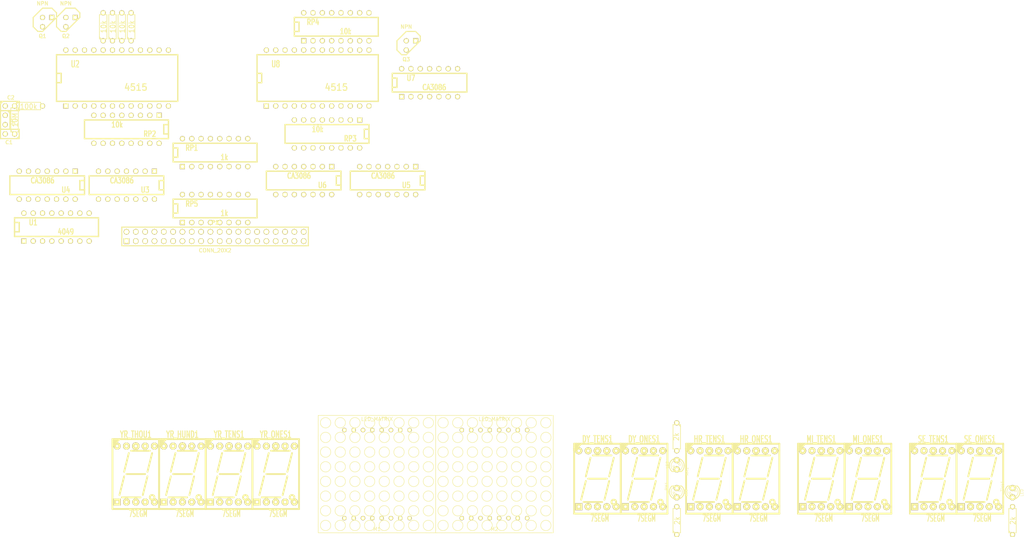
<source format=kicad_pcb>
(kicad_pcb (version 3) (host pcbnew "(2013-may-18)-stable")

  (general
    (links 265)
    (no_connects 262)
    (area 0 0 0 0)
    (thickness 1.6)
    (drawings 0)
    (tracks 0)
    (zones 0)
    (modules 46)
    (nets 135)
  )

  (page A3)
  (layers
    (15 F.Cu signal)
    (0 B.Cu signal)
    (16 B.Adhes user)
    (17 F.Adhes user)
    (18 B.Paste user)
    (19 F.Paste user)
    (20 B.SilkS user)
    (21 F.SilkS user)
    (22 B.Mask user)
    (23 F.Mask user)
    (24 Dwgs.User user)
    (25 Cmts.User user)
    (26 Eco1.User user)
    (27 Eco2.User user)
    (28 Edge.Cuts user)
  )

  (setup
    (last_trace_width 0.254)
    (trace_clearance 0.254)
    (zone_clearance 0.508)
    (zone_45_only no)
    (trace_min 0.254)
    (segment_width 0.2)
    (edge_width 0.1)
    (via_size 0.889)
    (via_drill 0.635)
    (via_min_size 0.889)
    (via_min_drill 0.508)
    (uvia_size 0.508)
    (uvia_drill 0.127)
    (uvias_allowed no)
    (uvia_min_size 0.508)
    (uvia_min_drill 0.127)
    (pcb_text_width 0.3)
    (pcb_text_size 1.5 1.5)
    (mod_edge_width 0.15)
    (mod_text_size 1 1)
    (mod_text_width 0.15)
    (pad_size 1.5 1.5)
    (pad_drill 0.6)
    (pad_to_mask_clearance 0)
    (aux_axis_origin 0 0)
    (visible_elements FFFFFFBF)
    (pcbplotparams
      (layerselection 3178497)
      (usegerberextensions true)
      (excludeedgelayer true)
      (linewidth 0.150000)
      (plotframeref false)
      (viasonmask false)
      (mode 1)
      (useauxorigin false)
      (hpglpennumber 1)
      (hpglpenspeed 20)
      (hpglpendiameter 15)
      (hpglpenoverlay 2)
      (psnegative false)
      (psa4output false)
      (plotreference true)
      (plotvalue true)
      (plotothertext true)
      (plotinvisibletext false)
      (padsonsilk false)
      (subtractmaskfromsilk false)
      (outputformat 1)
      (mirror false)
      (drillshape 1)
      (scaleselection 1)
      (outputdirectory ""))
  )

  (net 0 "")
  (net 1 /7seg0)
  (net 2 /7seg1)
  (net 3 /7seg2)
  (net 4 /7seg3)
  (net 5 /7seg4)
  (net 6 /7seg5)
  (net 7 /7seg6)
  (net 8 /7seg_sel0)
  (net 9 /7seg_sel1)
  (net 10 /7seg_sel2)
  (net 11 /7seg_sel3)
  (net 12 /7segments.sch/7seg_cat0)
  (net 13 /7segments.sch/7seg_cat1)
  (net 14 /7segments.sch/7seg_cat10)
  (net 15 /7segments.sch/7seg_cat11)
  (net 16 /7segments.sch/7seg_cat2)
  (net 17 /7segments.sch/7seg_cat3)
  (net 18 /7segments.sch/7seg_cat4)
  (net 19 /7segments.sch/7seg_cat5)
  (net 20 /7segments.sch/7seg_cat6)
  (net 21 /7segments.sch/7seg_cat7)
  (net 22 /7segments.sch/7seg_cat8)
  (net 23 /7segments.sch/7seg_cat9)
  (net 24 /7segments.sch/7seg_n0)
  (net 25 /7segments.sch/7seg_n1)
  (net 26 /7segments.sch/7seg_n10)
  (net 27 /7segments.sch/7seg_n11)
  (net 28 /7segments.sch/7seg_n2)
  (net 29 /7segments.sch/7seg_n3)
  (net 30 /7segments.sch/7seg_n4)
  (net 31 /7segments.sch/7seg_n5)
  (net 32 /7segments.sch/7seg_n6)
  (net 33 /7segments.sch/7seg_n7)
  (net 34 /7segments.sch/7seg_n8)
  (net 35 /7segments.sch/7seg_n9)
  (net 36 /AM)
  (net 37 /PM)
  (net 38 /Tick)
  (net 39 /col_sel0)
  (net 40 /col_sel1)
  (net 41 /col_sel2)
  (net 42 /col_sel3)
  (net 43 /month_matrix.sch/col0)
  (net 44 /month_matrix.sch/col1)
  (net 45 /month_matrix.sch/col10)
  (net 46 /month_matrix.sch/col11)
  (net 47 /month_matrix.sch/col12)
  (net 48 /month_matrix.sch/col13)
  (net 49 /month_matrix.sch/col14)
  (net 50 /month_matrix.sch/col15)
  (net 51 /month_matrix.sch/col2)
  (net 52 /month_matrix.sch/col3)
  (net 53 /month_matrix.sch/col4)
  (net 54 /month_matrix.sch/col5)
  (net 55 /month_matrix.sch/col6)
  (net 56 /month_matrix.sch/col7)
  (net 57 /month_matrix.sch/col8)
  (net 58 /month_matrix.sch/col9)
  (net 59 /month_matrix.sch/col_e0)
  (net 60 /month_matrix.sch/col_e1)
  (net 61 /month_matrix.sch/col_e10)
  (net 62 /month_matrix.sch/col_e11)
  (net 63 /month_matrix.sch/col_e12)
  (net 64 /month_matrix.sch/col_e13)
  (net 65 /month_matrix.sch/col_e14)
  (net 66 /month_matrix.sch/col_e15)
  (net 67 /month_matrix.sch/col_e2)
  (net 68 /month_matrix.sch/col_e3)
  (net 69 /month_matrix.sch/col_e4)
  (net 70 /month_matrix.sch/col_e5)
  (net 71 /month_matrix.sch/col_e6)
  (net 72 /month_matrix.sch/col_e7)
  (net 73 /month_matrix.sch/col_e8)
  (net 74 /month_matrix.sch/col_e9)
  (net 75 /row0)
  (net 76 /row1)
  (net 77 /row2)
  (net 78 /row3)
  (net 79 /row4)
  (net 80 /row5)
  (net 81 /row6)
  (net 82 /row7)
  (net 83 3V3)
  (net 84 GND)
  (net 85 N-00000100)
  (net 86 N-00000101)
  (net 87 N-00000119)
  (net 88 N-00000131)
  (net 89 N-00000132)
  (net 90 N-00000133)
  (net 91 N-00000134)
  (net 92 N-00000135)
  (net 93 N-00000136)
  (net 94 N-00000137)
  (net 95 N-00000138)
  (net 96 N-00000139)
  (net 97 N-00000144)
  (net 98 N-00000145)
  (net 99 N-00000146)
  (net 100 N-00000147)
  (net 101 N-00000148)
  (net 102 N-00000149)
  (net 103 N-00000150)
  (net 104 N-00000151)
  (net 105 N-00000152)
  (net 106 N-00000153)
  (net 107 N-00000154)
  (net 108 N-00000155)
  (net 109 N-00000156)
  (net 110 N-00000157)
  (net 111 N-0000019)
  (net 112 N-0000020)
  (net 113 N-0000021)
  (net 114 N-0000022)
  (net 115 N-0000026)
  (net 116 N-0000027)
  (net 117 N-0000028)
  (net 118 N-0000071)
  (net 119 N-0000072)
  (net 120 N-0000073)
  (net 121 N-0000074)
  (net 122 N-0000075)
  (net 123 N-0000076)
  (net 124 N-0000077)
  (net 125 N-0000078)
  (net 126 N-0000079)
  (net 127 N-0000080)
  (net 128 N-0000081)
  (net 129 N-0000094)
  (net 130 N-0000095)
  (net 131 N-0000096)
  (net 132 N-0000097)
  (net 133 N-0000098)
  (net 134 N-0000099)

  (net_class Default "This is the default net class."
    (clearance 0.254)
    (trace_width 0.254)
    (via_dia 0.889)
    (via_drill 0.635)
    (uvia_dia 0.508)
    (uvia_drill 0.127)
    (add_net "")
    (add_net /7seg0)
    (add_net /7seg1)
    (add_net /7seg2)
    (add_net /7seg3)
    (add_net /7seg4)
    (add_net /7seg5)
    (add_net /7seg6)
    (add_net /7seg_sel0)
    (add_net /7seg_sel1)
    (add_net /7seg_sel2)
    (add_net /7seg_sel3)
    (add_net /7segments.sch/7seg_cat0)
    (add_net /7segments.sch/7seg_cat1)
    (add_net /7segments.sch/7seg_cat10)
    (add_net /7segments.sch/7seg_cat11)
    (add_net /7segments.sch/7seg_cat2)
    (add_net /7segments.sch/7seg_cat3)
    (add_net /7segments.sch/7seg_cat4)
    (add_net /7segments.sch/7seg_cat5)
    (add_net /7segments.sch/7seg_cat6)
    (add_net /7segments.sch/7seg_cat7)
    (add_net /7segments.sch/7seg_cat8)
    (add_net /7segments.sch/7seg_cat9)
    (add_net /7segments.sch/7seg_n0)
    (add_net /7segments.sch/7seg_n1)
    (add_net /7segments.sch/7seg_n10)
    (add_net /7segments.sch/7seg_n11)
    (add_net /7segments.sch/7seg_n2)
    (add_net /7segments.sch/7seg_n3)
    (add_net /7segments.sch/7seg_n4)
    (add_net /7segments.sch/7seg_n5)
    (add_net /7segments.sch/7seg_n6)
    (add_net /7segments.sch/7seg_n7)
    (add_net /7segments.sch/7seg_n8)
    (add_net /7segments.sch/7seg_n9)
    (add_net /AM)
    (add_net /PM)
    (add_net /Tick)
    (add_net /col_sel0)
    (add_net /col_sel1)
    (add_net /col_sel2)
    (add_net /col_sel3)
    (add_net /month_matrix.sch/col0)
    (add_net /month_matrix.sch/col1)
    (add_net /month_matrix.sch/col10)
    (add_net /month_matrix.sch/col11)
    (add_net /month_matrix.sch/col12)
    (add_net /month_matrix.sch/col13)
    (add_net /month_matrix.sch/col14)
    (add_net /month_matrix.sch/col15)
    (add_net /month_matrix.sch/col2)
    (add_net /month_matrix.sch/col3)
    (add_net /month_matrix.sch/col4)
    (add_net /month_matrix.sch/col5)
    (add_net /month_matrix.sch/col6)
    (add_net /month_matrix.sch/col7)
    (add_net /month_matrix.sch/col8)
    (add_net /month_matrix.sch/col9)
    (add_net /month_matrix.sch/col_e0)
    (add_net /month_matrix.sch/col_e1)
    (add_net /month_matrix.sch/col_e10)
    (add_net /month_matrix.sch/col_e11)
    (add_net /month_matrix.sch/col_e12)
    (add_net /month_matrix.sch/col_e13)
    (add_net /month_matrix.sch/col_e14)
    (add_net /month_matrix.sch/col_e15)
    (add_net /month_matrix.sch/col_e2)
    (add_net /month_matrix.sch/col_e3)
    (add_net /month_matrix.sch/col_e4)
    (add_net /month_matrix.sch/col_e5)
    (add_net /month_matrix.sch/col_e6)
    (add_net /month_matrix.sch/col_e7)
    (add_net /month_matrix.sch/col_e8)
    (add_net /month_matrix.sch/col_e9)
    (add_net /row0)
    (add_net /row1)
    (add_net /row2)
    (add_net /row3)
    (add_net /row4)
    (add_net /row5)
    (add_net /row6)
    (add_net /row7)
    (add_net 3V3)
    (add_net GND)
    (add_net N-00000100)
    (add_net N-00000101)
    (add_net N-00000119)
    (add_net N-00000131)
    (add_net N-00000132)
    (add_net N-00000133)
    (add_net N-00000134)
    (add_net N-00000135)
    (add_net N-00000136)
    (add_net N-00000137)
    (add_net N-00000138)
    (add_net N-00000139)
    (add_net N-00000144)
    (add_net N-00000145)
    (add_net N-00000146)
    (add_net N-00000147)
    (add_net N-00000148)
    (add_net N-00000149)
    (add_net N-00000150)
    (add_net N-00000151)
    (add_net N-00000152)
    (add_net N-00000153)
    (add_net N-00000154)
    (add_net N-00000155)
    (add_net N-00000156)
    (add_net N-00000157)
    (add_net N-0000019)
    (add_net N-0000020)
    (add_net N-0000021)
    (add_net N-0000022)
    (add_net N-0000026)
    (add_net N-0000027)
    (add_net N-0000028)
    (add_net N-0000071)
    (add_net N-0000072)
    (add_net N-0000073)
    (add_net N-0000074)
    (add_net N-0000075)
    (add_net N-0000076)
    (add_net N-0000077)
    (add_net N-0000078)
    (add_net N-0000079)
    (add_net N-0000080)
    (add_net N-0000081)
    (add_net N-0000094)
    (add_net N-0000095)
    (add_net N-0000096)
    (add_net N-0000097)
    (add_net N-0000098)
    (add_net N-0000099)
  )

  (module TO92 (layer F.Cu) (tedit 443CFFD1) (tstamp 52C9794B)
    (at 161.29 80.01)
    (descr "Transistor TO92 brochage type BC237")
    (tags "TR TO92")
    (path /52C8E7CE/52C94E56)
    (fp_text reference Q3 (at -1.27 3.81) (layer F.SilkS)
      (effects (font (size 1.016 1.016) (thickness 0.2032)))
    )
    (fp_text value NPN (at -1.27 -5.08) (layer F.SilkS)
      (effects (font (size 1.016 1.016) (thickness 0.2032)))
    )
    (fp_line (start -1.27 2.54) (end 2.54 -1.27) (layer F.SilkS) (width 0.3048))
    (fp_line (start 2.54 -1.27) (end 2.54 -2.54) (layer F.SilkS) (width 0.3048))
    (fp_line (start 2.54 -2.54) (end 1.27 -3.81) (layer F.SilkS) (width 0.3048))
    (fp_line (start 1.27 -3.81) (end -1.27 -3.81) (layer F.SilkS) (width 0.3048))
    (fp_line (start -1.27 -3.81) (end -3.81 -1.27) (layer F.SilkS) (width 0.3048))
    (fp_line (start -3.81 -1.27) (end -3.81 1.27) (layer F.SilkS) (width 0.3048))
    (fp_line (start -3.81 1.27) (end -2.54 2.54) (layer F.SilkS) (width 0.3048))
    (fp_line (start -2.54 2.54) (end -1.27 2.54) (layer F.SilkS) (width 0.3048))
    (pad 1 thru_hole rect (at 1.27 -1.27) (size 1.397 1.397) (drill 0.8128)
      (layers *.Cu *.Mask F.SilkS)
      (net 84 GND)
    )
    (pad 2 thru_hole circle (at -1.27 -1.27) (size 1.397 1.397) (drill 0.8128)
      (layers *.Cu *.Mask F.SilkS)
      (net 50 /month_matrix.sch/col15)
    )
    (pad 3 thru_hole circle (at -1.27 1.27) (size 1.397 1.397) (drill 0.8128)
      (layers *.Cu *.Mask F.SilkS)
      (net 66 /month_matrix.sch/col_e15)
    )
    (model discret/to98.wrl
      (at (xyz 0 0 0))
      (scale (xyz 1 1 1))
      (rotate (xyz 0 0 0))
    )
  )

  (module TO92 (layer F.Cu) (tedit 443CFFD1) (tstamp 52C9795A)
    (at 68.58 73.66)
    (descr "Transistor TO92 brochage type BC237")
    (tags "TR TO92")
    (path /52C8E144/52CAC39E)
    (fp_text reference Q2 (at -1.27 3.81) (layer F.SilkS)
      (effects (font (size 1.016 1.016) (thickness 0.2032)))
    )
    (fp_text value NPN (at -1.27 -5.08) (layer F.SilkS)
      (effects (font (size 1.016 1.016) (thickness 0.2032)))
    )
    (fp_line (start -1.27 2.54) (end 2.54 -1.27) (layer F.SilkS) (width 0.3048))
    (fp_line (start 2.54 -1.27) (end 2.54 -2.54) (layer F.SilkS) (width 0.3048))
    (fp_line (start 2.54 -2.54) (end 1.27 -3.81) (layer F.SilkS) (width 0.3048))
    (fp_line (start 1.27 -3.81) (end -1.27 -3.81) (layer F.SilkS) (width 0.3048))
    (fp_line (start -1.27 -3.81) (end -3.81 -1.27) (layer F.SilkS) (width 0.3048))
    (fp_line (start -3.81 -1.27) (end -3.81 1.27) (layer F.SilkS) (width 0.3048))
    (fp_line (start -3.81 1.27) (end -2.54 2.54) (layer F.SilkS) (width 0.3048))
    (fp_line (start -2.54 2.54) (end -1.27 2.54) (layer F.SilkS) (width 0.3048))
    (pad 1 thru_hole rect (at 1.27 -1.27) (size 1.397 1.397) (drill 0.8128)
      (layers *.Cu *.Mask F.SilkS)
      (net 84 GND)
    )
    (pad 2 thru_hole circle (at -1.27 -1.27) (size 1.397 1.397) (drill 0.8128)
      (layers *.Cu *.Mask F.SilkS)
      (net 27 /7segments.sch/7seg_n11)
    )
    (pad 3 thru_hole circle (at -1.27 1.27) (size 1.397 1.397) (drill 0.8128)
      (layers *.Cu *.Mask F.SilkS)
      (net 15 /7segments.sch/7seg_cat11)
    )
    (model discret/to98.wrl
      (at (xyz 0 0 0))
      (scale (xyz 1 1 1))
      (rotate (xyz 0 0 0))
    )
  )

  (module TO92 (layer F.Cu) (tedit 443CFFD1) (tstamp 52C97969)
    (at 62.23 73.66)
    (descr "Transistor TO92 brochage type BC237")
    (tags "TR TO92")
    (path /52C8E144/52CAC391)
    (fp_text reference Q1 (at -1.27 3.81) (layer F.SilkS)
      (effects (font (size 1.016 1.016) (thickness 0.2032)))
    )
    (fp_text value NPN (at -1.27 -5.08) (layer F.SilkS)
      (effects (font (size 1.016 1.016) (thickness 0.2032)))
    )
    (fp_line (start -1.27 2.54) (end 2.54 -1.27) (layer F.SilkS) (width 0.3048))
    (fp_line (start 2.54 -1.27) (end 2.54 -2.54) (layer F.SilkS) (width 0.3048))
    (fp_line (start 2.54 -2.54) (end 1.27 -3.81) (layer F.SilkS) (width 0.3048))
    (fp_line (start 1.27 -3.81) (end -1.27 -3.81) (layer F.SilkS) (width 0.3048))
    (fp_line (start -1.27 -3.81) (end -3.81 -1.27) (layer F.SilkS) (width 0.3048))
    (fp_line (start -3.81 -1.27) (end -3.81 1.27) (layer F.SilkS) (width 0.3048))
    (fp_line (start -3.81 1.27) (end -2.54 2.54) (layer F.SilkS) (width 0.3048))
    (fp_line (start -2.54 2.54) (end -1.27 2.54) (layer F.SilkS) (width 0.3048))
    (pad 1 thru_hole rect (at 1.27 -1.27) (size 1.397 1.397) (drill 0.8128)
      (layers *.Cu *.Mask F.SilkS)
      (net 84 GND)
    )
    (pad 2 thru_hole circle (at -1.27 -1.27) (size 1.397 1.397) (drill 0.8128)
      (layers *.Cu *.Mask F.SilkS)
      (net 26 /7segments.sch/7seg_n10)
    )
    (pad 3 thru_hole circle (at -1.27 1.27) (size 1.397 1.397) (drill 0.8128)
      (layers *.Cu *.Mask F.SilkS)
      (net 14 /7segments.sch/7seg_cat10)
    )
    (model discret/to98.wrl
      (at (xyz 0 0 0))
      (scale (xyz 1 1 1))
      (rotate (xyz 0 0 0))
    )
  )

  (module R3 (layer F.Cu) (tedit 4E4C0E65) (tstamp 52C97977)
    (at 57.15 96.52)
    (descr "Resitance 3 pas")
    (tags R)
    (path /52C8C39F)
    (autoplace_cost180 10)
    (fp_text reference R2 (at 0 0.127) (layer F.SilkS) hide
      (effects (font (size 1.397 1.27) (thickness 0.2032)))
    )
    (fp_text value 100k (at 0 0.127) (layer F.SilkS)
      (effects (font (size 1.397 1.27) (thickness 0.2032)))
    )
    (fp_line (start -3.81 0) (end -3.302 0) (layer F.SilkS) (width 0.2032))
    (fp_line (start 3.81 0) (end 3.302 0) (layer F.SilkS) (width 0.2032))
    (fp_line (start 3.302 0) (end 3.302 -1.016) (layer F.SilkS) (width 0.2032))
    (fp_line (start 3.302 -1.016) (end -3.302 -1.016) (layer F.SilkS) (width 0.2032))
    (fp_line (start -3.302 -1.016) (end -3.302 1.016) (layer F.SilkS) (width 0.2032))
    (fp_line (start -3.302 1.016) (end 3.302 1.016) (layer F.SilkS) (width 0.2032))
    (fp_line (start 3.302 1.016) (end 3.302 0) (layer F.SilkS) (width 0.2032))
    (fp_line (start -3.302 -0.508) (end -2.794 -1.016) (layer F.SilkS) (width 0.2032))
    (pad 1 thru_hole circle (at -3.81 0) (size 1.397 1.397) (drill 0.8128)
      (layers *.Cu *.Mask F.SilkS)
      (net 117 N-0000028)
    )
    (pad 2 thru_hole circle (at 3.81 0) (size 1.397 1.397) (drill 0.8128)
      (layers *.Cu *.Mask F.SilkS)
      (net 116 N-0000027)
    )
    (model discret/resistor.wrl
      (at (xyz 0 0 0))
      (scale (xyz 0.3 0.3 0.3))
      (rotate (xyz 0 0 0))
    )
  )

  (module R3 (layer F.Cu) (tedit 4E4C0E65) (tstamp 52C97985)
    (at 53.34 100.33 90)
    (descr "Resitance 3 pas")
    (tags R)
    (path /52C8C3AE)
    (autoplace_cost180 10)
    (fp_text reference R1 (at 0 0.127 90) (layer F.SilkS) hide
      (effects (font (size 1.397 1.27) (thickness 0.2032)))
    )
    (fp_text value 10M (at 0 0.127 90) (layer F.SilkS)
      (effects (font (size 1.397 1.27) (thickness 0.2032)))
    )
    (fp_line (start -3.81 0) (end -3.302 0) (layer F.SilkS) (width 0.2032))
    (fp_line (start 3.81 0) (end 3.302 0) (layer F.SilkS) (width 0.2032))
    (fp_line (start 3.302 0) (end 3.302 -1.016) (layer F.SilkS) (width 0.2032))
    (fp_line (start 3.302 -1.016) (end -3.302 -1.016) (layer F.SilkS) (width 0.2032))
    (fp_line (start -3.302 -1.016) (end -3.302 1.016) (layer F.SilkS) (width 0.2032))
    (fp_line (start -3.302 1.016) (end 3.302 1.016) (layer F.SilkS) (width 0.2032))
    (fp_line (start 3.302 1.016) (end 3.302 0) (layer F.SilkS) (width 0.2032))
    (fp_line (start -3.302 -0.508) (end -2.794 -1.016) (layer F.SilkS) (width 0.2032))
    (pad 1 thru_hole circle (at -3.81 0 90) (size 1.397 1.397) (drill 0.8128)
      (layers *.Cu *.Mask F.SilkS)
      (net 115 N-0000026)
    )
    (pad 2 thru_hole circle (at 3.81 0 90) (size 1.397 1.397) (drill 0.8128)
      (layers *.Cu *.Mask F.SilkS)
      (net 117 N-0000028)
    )
    (model discret/resistor.wrl
      (at (xyz 0 0 0))
      (scale (xyz 0.3 0.3 0.3))
      (rotate (xyz 0 0 0))
    )
  )

  (module R3 (layer F.Cu) (tedit 4E4C0E65) (tstamp 52C97993)
    (at 233.68 186.69 270)
    (descr "Resitance 3 pas")
    (tags R)
    (path /52C8C58B)
    (autoplace_cost180 10)
    (fp_text reference R3 (at 0 0.127 270) (layer F.SilkS) hide
      (effects (font (size 1.397 1.27) (thickness 0.2032)))
    )
    (fp_text value 2k (at 0 0.127 270) (layer F.SilkS)
      (effects (font (size 1.397 1.27) (thickness 0.2032)))
    )
    (fp_line (start -3.81 0) (end -3.302 0) (layer F.SilkS) (width 0.2032))
    (fp_line (start 3.81 0) (end 3.302 0) (layer F.SilkS) (width 0.2032))
    (fp_line (start 3.302 0) (end 3.302 -1.016) (layer F.SilkS) (width 0.2032))
    (fp_line (start 3.302 -1.016) (end -3.302 -1.016) (layer F.SilkS) (width 0.2032))
    (fp_line (start -3.302 -1.016) (end -3.302 1.016) (layer F.SilkS) (width 0.2032))
    (fp_line (start -3.302 1.016) (end 3.302 1.016) (layer F.SilkS) (width 0.2032))
    (fp_line (start 3.302 1.016) (end 3.302 0) (layer F.SilkS) (width 0.2032))
    (fp_line (start -3.302 -0.508) (end -2.794 -1.016) (layer F.SilkS) (width 0.2032))
    (pad 1 thru_hole circle (at -3.81 0 270) (size 1.397 1.397) (drill 0.8128)
      (layers *.Cu *.Mask F.SilkS)
      (net 36 /AM)
    )
    (pad 2 thru_hole circle (at 3.81 0 270) (size 1.397 1.397) (drill 0.8128)
      (layers *.Cu *.Mask F.SilkS)
      (net 113 N-0000021)
    )
    (model discret/resistor.wrl
      (at (xyz 0 0 0))
      (scale (xyz 0.3 0.3 0.3))
      (rotate (xyz 0 0 0))
    )
  )

  (module R3 (layer F.Cu) (tedit 4E4C0E65) (tstamp 52C979A1)
    (at 233.68 209.55 90)
    (descr "Resitance 3 pas")
    (tags R)
    (path /52C8C59A)
    (autoplace_cost180 10)
    (fp_text reference R4 (at 0 0.127 90) (layer F.SilkS) hide
      (effects (font (size 1.397 1.27) (thickness 0.2032)))
    )
    (fp_text value 2k (at 0 0.127 90) (layer F.SilkS)
      (effects (font (size 1.397 1.27) (thickness 0.2032)))
    )
    (fp_line (start -3.81 0) (end -3.302 0) (layer F.SilkS) (width 0.2032))
    (fp_line (start 3.81 0) (end 3.302 0) (layer F.SilkS) (width 0.2032))
    (fp_line (start 3.302 0) (end 3.302 -1.016) (layer F.SilkS) (width 0.2032))
    (fp_line (start 3.302 -1.016) (end -3.302 -1.016) (layer F.SilkS) (width 0.2032))
    (fp_line (start -3.302 -1.016) (end -3.302 1.016) (layer F.SilkS) (width 0.2032))
    (fp_line (start -3.302 1.016) (end 3.302 1.016) (layer F.SilkS) (width 0.2032))
    (fp_line (start 3.302 1.016) (end 3.302 0) (layer F.SilkS) (width 0.2032))
    (fp_line (start -3.302 -0.508) (end -2.794 -1.016) (layer F.SilkS) (width 0.2032))
    (pad 1 thru_hole circle (at -3.81 0 90) (size 1.397 1.397) (drill 0.8128)
      (layers *.Cu *.Mask F.SilkS)
      (net 37 /PM)
    )
    (pad 2 thru_hole circle (at 3.81 0 90) (size 1.397 1.397) (drill 0.8128)
      (layers *.Cu *.Mask F.SilkS)
      (net 114 N-0000022)
    )
    (model discret/resistor.wrl
      (at (xyz 0 0 0))
      (scale (xyz 0.3 0.3 0.3))
      (rotate (xyz 0 0 0))
    )
  )

  (module R3 (layer F.Cu) (tedit 4E4C0E65) (tstamp 52C979AF)
    (at 325.12 209.55 90)
    (descr "Resitance 3 pas")
    (tags R)
    (path /52C8C601)
    (autoplace_cost180 10)
    (fp_text reference R5 (at 0 0.127 90) (layer F.SilkS) hide
      (effects (font (size 1.397 1.27) (thickness 0.2032)))
    )
    (fp_text value 2k (at 0 0.127 90) (layer F.SilkS)
      (effects (font (size 1.397 1.27) (thickness 0.2032)))
    )
    (fp_line (start -3.81 0) (end -3.302 0) (layer F.SilkS) (width 0.2032))
    (fp_line (start 3.81 0) (end 3.302 0) (layer F.SilkS) (width 0.2032))
    (fp_line (start 3.302 0) (end 3.302 -1.016) (layer F.SilkS) (width 0.2032))
    (fp_line (start 3.302 -1.016) (end -3.302 -1.016) (layer F.SilkS) (width 0.2032))
    (fp_line (start -3.302 -1.016) (end -3.302 1.016) (layer F.SilkS) (width 0.2032))
    (fp_line (start -3.302 1.016) (end 3.302 1.016) (layer F.SilkS) (width 0.2032))
    (fp_line (start 3.302 1.016) (end 3.302 0) (layer F.SilkS) (width 0.2032))
    (fp_line (start -3.302 -0.508) (end -2.794 -1.016) (layer F.SilkS) (width 0.2032))
    (pad 1 thru_hole circle (at -3.81 0 90) (size 1.397 1.397) (drill 0.8128)
      (layers *.Cu *.Mask F.SilkS)
      (net 38 /Tick)
    )
    (pad 2 thru_hole circle (at 3.81 0 90) (size 1.397 1.397) (drill 0.8128)
      (layers *.Cu *.Mask F.SilkS)
      (net 112 N-0000020)
    )
    (model discret/resistor.wrl
      (at (xyz 0 0 0))
      (scale (xyz 0.3 0.3 0.3))
      (rotate (xyz 0 0 0))
    )
  )

  (module R3 (layer F.Cu) (tedit 4E4C0E65) (tstamp 52C979BD)
    (at 85.09 74.93 90)
    (descr "Resitance 3 pas")
    (tags R)
    (path /52C8E144/52CA7543)
    (autoplace_cost180 10)
    (fp_text reference R6 (at 0 0.127 90) (layer F.SilkS) hide
      (effects (font (size 1.397 1.27) (thickness 0.2032)))
    )
    (fp_text value 10k (at 0 0.127 90) (layer F.SilkS)
      (effects (font (size 1.397 1.27) (thickness 0.2032)))
    )
    (fp_line (start -3.81 0) (end -3.302 0) (layer F.SilkS) (width 0.2032))
    (fp_line (start 3.81 0) (end 3.302 0) (layer F.SilkS) (width 0.2032))
    (fp_line (start 3.302 0) (end 3.302 -1.016) (layer F.SilkS) (width 0.2032))
    (fp_line (start 3.302 -1.016) (end -3.302 -1.016) (layer F.SilkS) (width 0.2032))
    (fp_line (start -3.302 -1.016) (end -3.302 1.016) (layer F.SilkS) (width 0.2032))
    (fp_line (start -3.302 1.016) (end 3.302 1.016) (layer F.SilkS) (width 0.2032))
    (fp_line (start 3.302 1.016) (end 3.302 0) (layer F.SilkS) (width 0.2032))
    (fp_line (start -3.302 -0.508) (end -2.794 -1.016) (layer F.SilkS) (width 0.2032))
    (pad 1 thru_hole circle (at -3.81 0 90) (size 1.397 1.397) (drill 0.8128)
      (layers *.Cu *.Mask F.SilkS)
      (net 128 N-0000081)
    )
    (pad 2 thru_hole circle (at 3.81 0 90) (size 1.397 1.397) (drill 0.8128)
      (layers *.Cu *.Mask F.SilkS)
      (net 35 /7segments.sch/7seg_n9)
    )
    (model discret/resistor.wrl
      (at (xyz 0 0 0))
      (scale (xyz 0.3 0.3 0.3))
      (rotate (xyz 0 0 0))
    )
  )

  (module R3 (layer F.Cu) (tedit 4E4C0E65) (tstamp 52C979CB)
    (at 82.55 74.93 90)
    (descr "Resitance 3 pas")
    (tags R)
    (path /52C8E144/52CA7552)
    (autoplace_cost180 10)
    (fp_text reference R8 (at 0 0.127 90) (layer F.SilkS) hide
      (effects (font (size 1.397 1.27) (thickness 0.2032)))
    )
    (fp_text value 10k (at 0 0.127 90) (layer F.SilkS)
      (effects (font (size 1.397 1.27) (thickness 0.2032)))
    )
    (fp_line (start -3.81 0) (end -3.302 0) (layer F.SilkS) (width 0.2032))
    (fp_line (start 3.81 0) (end 3.302 0) (layer F.SilkS) (width 0.2032))
    (fp_line (start 3.302 0) (end 3.302 -1.016) (layer F.SilkS) (width 0.2032))
    (fp_line (start 3.302 -1.016) (end -3.302 -1.016) (layer F.SilkS) (width 0.2032))
    (fp_line (start -3.302 -1.016) (end -3.302 1.016) (layer F.SilkS) (width 0.2032))
    (fp_line (start -3.302 1.016) (end 3.302 1.016) (layer F.SilkS) (width 0.2032))
    (fp_line (start 3.302 1.016) (end 3.302 0) (layer F.SilkS) (width 0.2032))
    (fp_line (start -3.302 -0.508) (end -2.794 -1.016) (layer F.SilkS) (width 0.2032))
    (pad 1 thru_hole circle (at -3.81 0 90) (size 1.397 1.397) (drill 0.8128)
      (layers *.Cu *.Mask F.SilkS)
      (net 125 N-0000078)
    )
    (pad 2 thru_hole circle (at 3.81 0 90) (size 1.397 1.397) (drill 0.8128)
      (layers *.Cu *.Mask F.SilkS)
      (net 34 /7segments.sch/7seg_n8)
    )
    (model discret/resistor.wrl
      (at (xyz 0 0 0))
      (scale (xyz 0.3 0.3 0.3))
      (rotate (xyz 0 0 0))
    )
  )

  (module R3 (layer F.Cu) (tedit 4E4C0E65) (tstamp 52C979D9)
    (at 80.01 74.93 90)
    (descr "Resitance 3 pas")
    (tags R)
    (path /52C8E144/52CA7570)
    (autoplace_cost180 10)
    (fp_text reference R7 (at 0 0.127 90) (layer F.SilkS) hide
      (effects (font (size 1.397 1.27) (thickness 0.2032)))
    )
    (fp_text value 10k (at 0 0.127 90) (layer F.SilkS)
      (effects (font (size 1.397 1.27) (thickness 0.2032)))
    )
    (fp_line (start -3.81 0) (end -3.302 0) (layer F.SilkS) (width 0.2032))
    (fp_line (start 3.81 0) (end 3.302 0) (layer F.SilkS) (width 0.2032))
    (fp_line (start 3.302 0) (end 3.302 -1.016) (layer F.SilkS) (width 0.2032))
    (fp_line (start 3.302 -1.016) (end -3.302 -1.016) (layer F.SilkS) (width 0.2032))
    (fp_line (start -3.302 -1.016) (end -3.302 1.016) (layer F.SilkS) (width 0.2032))
    (fp_line (start -3.302 1.016) (end 3.302 1.016) (layer F.SilkS) (width 0.2032))
    (fp_line (start 3.302 1.016) (end 3.302 0) (layer F.SilkS) (width 0.2032))
    (fp_line (start -3.302 -0.508) (end -2.794 -1.016) (layer F.SilkS) (width 0.2032))
    (pad 1 thru_hole circle (at -3.81 0 90) (size 1.397 1.397) (drill 0.8128)
      (layers *.Cu *.Mask F.SilkS)
      (net 129 N-0000094)
    )
    (pad 2 thru_hole circle (at 3.81 0 90) (size 1.397 1.397) (drill 0.8128)
      (layers *.Cu *.Mask F.SilkS)
      (net 27 /7segments.sch/7seg_n11)
    )
    (model discret/resistor.wrl
      (at (xyz 0 0 0))
      (scale (xyz 0.3 0.3 0.3))
      (rotate (xyz 0 0 0))
    )
  )

  (module R3 (layer F.Cu) (tedit 4E4C0E65) (tstamp 52C979E7)
    (at 77.47 74.93 90)
    (descr "Resitance 3 pas")
    (tags R)
    (path /52C8E144/52CA7561)
    (autoplace_cost180 10)
    (fp_text reference R9 (at 0 0.127 90) (layer F.SilkS) hide
      (effects (font (size 1.397 1.27) (thickness 0.2032)))
    )
    (fp_text value 10k (at 0 0.127 90) (layer F.SilkS)
      (effects (font (size 1.397 1.27) (thickness 0.2032)))
    )
    (fp_line (start -3.81 0) (end -3.302 0) (layer F.SilkS) (width 0.2032))
    (fp_line (start 3.81 0) (end 3.302 0) (layer F.SilkS) (width 0.2032))
    (fp_line (start 3.302 0) (end 3.302 -1.016) (layer F.SilkS) (width 0.2032))
    (fp_line (start 3.302 -1.016) (end -3.302 -1.016) (layer F.SilkS) (width 0.2032))
    (fp_line (start -3.302 -1.016) (end -3.302 1.016) (layer F.SilkS) (width 0.2032))
    (fp_line (start -3.302 1.016) (end 3.302 1.016) (layer F.SilkS) (width 0.2032))
    (fp_line (start 3.302 1.016) (end 3.302 0) (layer F.SilkS) (width 0.2032))
    (fp_line (start -3.302 -0.508) (end -2.794 -1.016) (layer F.SilkS) (width 0.2032))
    (pad 1 thru_hole circle (at -3.81 0 90) (size 1.397 1.397) (drill 0.8128)
      (layers *.Cu *.Mask F.SilkS)
      (net 126 N-0000079)
    )
    (pad 2 thru_hole circle (at 3.81 0 90) (size 1.397 1.397) (drill 0.8128)
      (layers *.Cu *.Mask F.SilkS)
      (net 26 /7segments.sch/7seg_n10)
    )
    (model discret/resistor.wrl
      (at (xyz 0 0 0))
      (scale (xyz 0.3 0.3 0.3))
      (rotate (xyz 0 0 0))
    )
  )

  (module PIN_ARRAY_20X2 (layer F.Cu) (tedit 5031D84E) (tstamp 52C97A17)
    (at 107.95 132.08)
    (descr "Double rangee de contacts 2 x 12 pins")
    (tags CONN)
    (path /52C7F699)
    (fp_text reference P1 (at 0 -3.81) (layer F.SilkS)
      (effects (font (size 1.016 1.016) (thickness 0.27432)))
    )
    (fp_text value CONN_20X2 (at 0 3.81) (layer F.SilkS)
      (effects (font (size 1.016 1.016) (thickness 0.2032)))
    )
    (fp_line (start 25.4 2.54) (end -25.4 2.54) (layer F.SilkS) (width 0.3048))
    (fp_line (start 25.4 -2.54) (end -25.4 -2.54) (layer F.SilkS) (width 0.3048))
    (fp_line (start 25.4 -2.54) (end 25.4 2.54) (layer F.SilkS) (width 0.3048))
    (fp_line (start -25.4 -2.54) (end -25.4 2.54) (layer F.SilkS) (width 0.3048))
    (pad 1 thru_hole rect (at -24.13 1.27) (size 1.524 1.524) (drill 1.016)
      (layers *.Cu *.Mask F.SilkS)
      (net 111 N-0000019)
    )
    (pad 2 thru_hole circle (at -24.13 -1.27) (size 1.524 1.524) (drill 1.016)
      (layers *.Cu *.Mask F.SilkS)
    )
    (pad 11 thru_hole circle (at -11.43 1.27) (size 1.524 1.524) (drill 1.016)
      (layers *.Cu *.Mask F.SilkS)
      (net 83 3V3)
    )
    (pad 4 thru_hole circle (at -21.59 -1.27) (size 1.524 1.524) (drill 1.016)
      (layers *.Cu *.Mask F.SilkS)
    )
    (pad 13 thru_hole circle (at -8.89 1.27) (size 1.524 1.524) (drill 1.016)
      (layers *.Cu *.Mask F.SilkS)
      (net 1 /7seg0)
    )
    (pad 6 thru_hole circle (at -19.05 -1.27) (size 1.524 1.524) (drill 1.016)
      (layers *.Cu *.Mask F.SilkS)
    )
    (pad 15 thru_hole circle (at -6.35 1.27) (size 1.524 1.524) (drill 1.016)
      (layers *.Cu *.Mask F.SilkS)
      (net 2 /7seg1)
    )
    (pad 8 thru_hole circle (at -16.51 -1.27) (size 1.524 1.524) (drill 1.016)
      (layers *.Cu *.Mask F.SilkS)
    )
    (pad 17 thru_hole circle (at -3.81 1.27) (size 1.524 1.524) (drill 1.016)
      (layers *.Cu *.Mask F.SilkS)
      (net 3 /7seg2)
    )
    (pad 10 thru_hole circle (at -13.97 -1.27) (size 1.524 1.524) (drill 1.016)
      (layers *.Cu *.Mask F.SilkS)
    )
    (pad 19 thru_hole circle (at -1.27 1.27) (size 1.524 1.524) (drill 1.016)
      (layers *.Cu *.Mask F.SilkS)
      (net 4 /7seg3)
    )
    (pad 12 thru_hole circle (at -11.43 -1.27) (size 1.524 1.524) (drill 1.016)
      (layers *.Cu *.Mask F.SilkS)
      (net 84 GND)
    )
    (pad 21 thru_hole circle (at 1.27 1.27) (size 1.524 1.524) (drill 1.016)
      (layers *.Cu *.Mask F.SilkS)
      (net 5 /7seg4)
    )
    (pad 14 thru_hole circle (at -8.89 -1.27) (size 1.524 1.524) (drill 1.016)
      (layers *.Cu *.Mask F.SilkS)
      (net 75 /row0)
    )
    (pad 23 thru_hole circle (at 3.81 1.27) (size 1.524 1.524) (drill 1.016)
      (layers *.Cu *.Mask F.SilkS)
      (net 6 /7seg5)
    )
    (pad 16 thru_hole circle (at -6.35 -1.27) (size 1.524 1.524) (drill 1.016)
      (layers *.Cu *.Mask F.SilkS)
      (net 76 /row1)
    )
    (pad 25 thru_hole circle (at 6.35 1.27) (size 1.524 1.524) (drill 1.016)
      (layers *.Cu *.Mask F.SilkS)
      (net 7 /7seg6)
    )
    (pad 18 thru_hole circle (at -3.81 -1.27) (size 1.524 1.524) (drill 1.016)
      (layers *.Cu *.Mask F.SilkS)
      (net 77 /row2)
    )
    (pad 27 thru_hole circle (at 8.89 1.27) (size 1.524 1.524) (drill 1.016)
      (layers *.Cu *.Mask F.SilkS)
    )
    (pad 20 thru_hole circle (at -1.27 -1.27) (size 1.524 1.524) (drill 1.016)
      (layers *.Cu *.Mask F.SilkS)
      (net 78 /row3)
    )
    (pad 29 thru_hole circle (at 11.43 1.27) (size 1.524 1.524) (drill 1.016)
      (layers *.Cu *.Mask F.SilkS)
    )
    (pad 22 thru_hole circle (at 1.27 -1.27) (size 1.524 1.524) (drill 1.016)
      (layers *.Cu *.Mask F.SilkS)
      (net 79 /row4)
    )
    (pad 31 thru_hole circle (at 13.97 1.27) (size 1.524 1.524) (drill 1.016)
      (layers *.Cu *.Mask F.SilkS)
      (net 8 /7seg_sel0)
    )
    (pad 24 thru_hole circle (at 3.81 -1.27) (size 1.524 1.524) (drill 1.016)
      (layers *.Cu *.Mask F.SilkS)
      (net 80 /row5)
    )
    (pad 26 thru_hole circle (at 6.35 -1.27) (size 1.524 1.524) (drill 1.016)
      (layers *.Cu *.Mask F.SilkS)
      (net 81 /row6)
    )
    (pad 33 thru_hole circle (at 16.51 1.27) (size 1.524 1.524) (drill 1.016)
      (layers *.Cu *.Mask F.SilkS)
      (net 9 /7seg_sel1)
    )
    (pad 28 thru_hole circle (at 8.89 -1.27) (size 1.524 1.524) (drill 1.016)
      (layers *.Cu *.Mask F.SilkS)
      (net 82 /row7)
    )
    (pad 32 thru_hole circle (at 13.97 -1.27) (size 1.524 1.524) (drill 1.016)
      (layers *.Cu *.Mask F.SilkS)
      (net 39 /col_sel0)
    )
    (pad 34 thru_hole circle (at 16.51 -1.27) (size 1.524 1.524) (drill 1.016)
      (layers *.Cu *.Mask F.SilkS)
      (net 40 /col_sel1)
    )
    (pad 36 thru_hole circle (at 19.05 -1.27) (size 1.524 1.524) (drill 1.016)
      (layers *.Cu *.Mask F.SilkS)
      (net 41 /col_sel2)
    )
    (pad 38 thru_hole circle (at 21.59 -1.27) (size 1.524 1.524) (drill 1.016)
      (layers *.Cu *.Mask F.SilkS)
      (net 42 /col_sel3)
    )
    (pad 35 thru_hole circle (at 19.05 1.27) (size 1.524 1.524) (drill 1.016)
      (layers *.Cu *.Mask F.SilkS)
      (net 10 /7seg_sel2)
    )
    (pad 37 thru_hole circle (at 21.59 1.27) (size 1.524 1.524) (drill 1.016)
      (layers *.Cu *.Mask F.SilkS)
      (net 11 /7seg_sel3)
    )
    (pad 3 thru_hole circle (at -21.59 1.27) (size 1.524 1.524) (drill 1.016)
      (layers *.Cu *.Mask F.SilkS)
    )
    (pad 5 thru_hole circle (at -19.05 1.27) (size 1.524 1.524) (drill 1.016)
      (layers *.Cu *.Mask F.SilkS)
      (net 36 /AM)
    )
    (pad 7 thru_hole circle (at -16.51 1.27) (size 1.524 1.524) (drill 1.016)
      (layers *.Cu *.Mask F.SilkS)
      (net 37 /PM)
    )
    (pad 9 thru_hole circle (at -13.97 1.27) (size 1.524 1.524) (drill 1.016)
      (layers *.Cu *.Mask F.SilkS)
      (net 38 /Tick)
    )
    (pad 39 thru_hole circle (at 24.13 1.27) (size 1.524 1.524) (drill 1.016)
      (layers *.Cu *.Mask F.SilkS)
    )
    (pad 40 thru_hole circle (at 24.13 -1.27) (size 1.524 1.524) (drill 1.016)
      (layers *.Cu *.Mask F.SilkS)
    )
    (pad 30 thru_hole circle (at 11.43 -1.27) (size 1.524 1.524) (drill 1.016)
      (layers *.Cu *.Mask F.SilkS)
      (net 84 GND)
    )
    (model pin_array/pins_array_20x2.wrl
      (at (xyz 0 0 0))
      (scale (xyz 1 1 1))
      (rotate (xyz 0 0 0))
    )
  )

  (module led_matrx32x32mm (layer F.Cu) (tedit 52C97738) (tstamp 52C97A6F)
    (at 152.04 196.86)
    (path /52C8E7CE/52C917F4)
    (fp_text reference M1 (at 0 15) (layer F.SilkS)
      (effects (font (size 1 1) (thickness 0.15)))
    )
    (fp_text value LED_MATRIX (at 0 -15) (layer F.SilkS)
      (effects (font (size 1 1) (thickness 0.15)))
    )
    (fp_circle (center 14 -14) (end 15 -13) (layer F.SilkS) (width 0.15))
    (fp_circle (center 10 -14) (end 11 -13) (layer F.SilkS) (width 0.15))
    (fp_circle (center 6 -14) (end 7 -13) (layer F.SilkS) (width 0.15))
    (fp_circle (center 2 -14) (end 3 -13) (layer F.SilkS) (width 0.15))
    (fp_circle (center -2 -14) (end -1 -13) (layer F.SilkS) (width 0.15))
    (fp_circle (center -6 -14) (end -5 -13) (layer F.SilkS) (width 0.15))
    (fp_circle (center -10 -14) (end -9 -13) (layer F.SilkS) (width 0.15))
    (fp_circle (center -14 -14) (end -13 -13) (layer F.SilkS) (width 0.15))
    (fp_circle (center -14 -10) (end -13 -9) (layer F.SilkS) (width 0.15))
    (fp_circle (center -10 -10) (end -9 -9) (layer F.SilkS) (width 0.15))
    (fp_circle (center -6 -10) (end -5 -9) (layer F.SilkS) (width 0.15))
    (fp_circle (center -2 -10) (end -1 -9) (layer F.SilkS) (width 0.15))
    (fp_circle (center 2 -10) (end 3 -9) (layer F.SilkS) (width 0.15))
    (fp_circle (center 6 -10) (end 7 -9) (layer F.SilkS) (width 0.15))
    (fp_circle (center 10 -10) (end 11 -9) (layer F.SilkS) (width 0.15))
    (fp_circle (center 14 -10) (end 15 -9) (layer F.SilkS) (width 0.15))
    (fp_circle (center 14 -6) (end 15 -5) (layer F.SilkS) (width 0.15))
    (fp_circle (center 10 -6) (end 11 -5) (layer F.SilkS) (width 0.15))
    (fp_circle (center 6 -6) (end 7 -5) (layer F.SilkS) (width 0.15))
    (fp_circle (center 2 -6) (end 3 -5) (layer F.SilkS) (width 0.15))
    (fp_circle (center -14 -6) (end -13 -5) (layer F.SilkS) (width 0.15))
    (fp_circle (center -10 -6) (end -9 -5) (layer F.SilkS) (width 0.15))
    (fp_circle (center -6 -6) (end -5 -5) (layer F.SilkS) (width 0.15))
    (fp_circle (center -2 -6) (end -1 -5) (layer F.SilkS) (width 0.15))
    (fp_circle (center -14 -2) (end -13 -1) (layer F.SilkS) (width 0.15))
    (fp_circle (center -10 -2) (end -9 -1) (layer F.SilkS) (width 0.15))
    (fp_circle (center -6 -2) (end -5 -1) (layer F.SilkS) (width 0.15))
    (fp_circle (center -2 -2) (end -1 -1) (layer F.SilkS) (width 0.15))
    (fp_circle (center 2 -2) (end 3 -1) (layer F.SilkS) (width 0.15))
    (fp_circle (center 6 -2) (end 7 -1) (layer F.SilkS) (width 0.15))
    (fp_circle (center 10 -2) (end 11 -1) (layer F.SilkS) (width 0.15))
    (fp_circle (center 14 -2) (end 15 -1) (layer F.SilkS) (width 0.15))
    (fp_circle (center 14 14) (end 15 15) (layer F.SilkS) (width 0.15))
    (fp_circle (center 10 14) (end 11 15) (layer F.SilkS) (width 0.15))
    (fp_circle (center 6 14) (end 7 15) (layer F.SilkS) (width 0.15))
    (fp_circle (center 2 14) (end 3 15) (layer F.SilkS) (width 0.15))
    (fp_circle (center -2 14) (end -1 15) (layer F.SilkS) (width 0.15))
    (fp_circle (center -6 14) (end -5 15) (layer F.SilkS) (width 0.15))
    (fp_circle (center -10 14) (end -9 15) (layer F.SilkS) (width 0.15))
    (fp_circle (center -14 14) (end -13 15) (layer F.SilkS) (width 0.15))
    (fp_circle (center -14 10) (end -13 11) (layer F.SilkS) (width 0.15))
    (fp_circle (center -10 10) (end -9 11) (layer F.SilkS) (width 0.15))
    (fp_circle (center -6 10) (end -5 11) (layer F.SilkS) (width 0.15))
    (fp_circle (center -2 10) (end -1 11) (layer F.SilkS) (width 0.15))
    (fp_circle (center 2 10) (end 3 11) (layer F.SilkS) (width 0.15))
    (fp_circle (center 6 10) (end 7 11) (layer F.SilkS) (width 0.15))
    (fp_circle (center 10 10) (end 11 11) (layer F.SilkS) (width 0.15))
    (fp_circle (center 14 10) (end 15 11) (layer F.SilkS) (width 0.15))
    (fp_circle (center 14 6) (end 15 7) (layer F.SilkS) (width 0.15))
    (fp_circle (center 10 6) (end 11 7) (layer F.SilkS) (width 0.15))
    (fp_circle (center 6 6) (end 7 7) (layer F.SilkS) (width 0.15))
    (fp_circle (center 2 6) (end 3 7) (layer F.SilkS) (width 0.15))
    (fp_circle (center -2 6) (end -1 7) (layer F.SilkS) (width 0.15))
    (fp_circle (center -6 6) (end -5 7) (layer F.SilkS) (width 0.15))
    (fp_circle (center -10 6) (end -9 7) (layer F.SilkS) (width 0.15))
    (fp_circle (center -14 6) (end -13 7) (layer F.SilkS) (width 0.15))
    (fp_circle (center -14 2) (end -13 3) (layer F.SilkS) (width 0.15))
    (fp_circle (center -10 2) (end -9 3) (layer F.SilkS) (width 0.15))
    (fp_circle (center -6 2) (end -5 3) (layer F.SilkS) (width 0.15))
    (fp_circle (center 14 2) (end 13 3) (layer F.SilkS) (width 0.15))
    (fp_circle (center 10 2) (end 9 3) (layer F.SilkS) (width 0.15))
    (fp_circle (center 6 2) (end 5 3) (layer F.SilkS) (width 0.15))
    (fp_circle (center 2 2) (end 3 3) (layer F.SilkS) (width 0.15))
    (fp_circle (center -2 2) (end -1 3) (layer F.SilkS) (width 0.15))
    (fp_line (start -16 -16) (end 16 -16) (layer F.SilkS) (width 0.15))
    (fp_line (start 16 -16) (end 16 16) (layer F.SilkS) (width 0.15))
    (fp_line (start 16 16) (end -16 16) (layer F.SilkS) (width 0.15))
    (fp_line (start -16 16) (end -16 -16) (layer F.SilkS) (width 0.15))
    (pad 1 thru_hole circle (at -8.89 12) (size 1.2 1.2) (drill 0.6)
      (layers *.Cu *.Mask F.SilkS)
      (net 69 /month_matrix.sch/col_e4)
    )
    (pad 2 thru_hole circle (at -6.35 12) (size 1.2 1.2) (drill 0.6)
      (layers *.Cu *.Mask F.SilkS)
      (net 71 /month_matrix.sch/col_e6)
    )
    (pad 3 thru_hole circle (at -3.81 12) (size 1.2 1.2) (drill 0.6)
      (layers *.Cu *.Mask F.SilkS)
      (net 94 N-00000137)
    )
    (pad 4 thru_hole circle (at -1.27 12) (size 1.2 1.2) (drill 0.6)
      (layers *.Cu *.Mask F.SilkS)
      (net 100 N-00000147)
    )
    (pad 5 thru_hole circle (at 1.27 12) (size 1.2 1.2) (drill 0.6)
      (layers *.Cu *.Mask F.SilkS)
      (net 72 /month_matrix.sch/col_e7)
    )
    (pad 6 thru_hole circle (at 3.81 12) (size 1.2 1.2) (drill 0.6)
      (layers *.Cu *.Mask F.SilkS)
      (net 98 N-00000145)
    )
    (pad 7 thru_hole circle (at 6.35 12) (size 1.2 1.2) (drill 0.6)
      (layers *.Cu *.Mask F.SilkS)
      (net 70 /month_matrix.sch/col_e5)
    )
    (pad 8 thru_hole circle (at 8.89 12) (size 1.2 1.2) (drill 0.6)
      (layers *.Cu *.Mask F.SilkS)
      (net 67 /month_matrix.sch/col_e2)
    )
    (pad 9 thru_hole circle (at 8.89 -12) (size 1.2 1.2) (drill 0.6)
      (layers *.Cu *.Mask F.SilkS)
      (net 59 /month_matrix.sch/col_e0)
    )
    (pad 10 thru_hole circle (at 6.35 -12) (size 1.2 1.2) (drill 0.6)
      (layers *.Cu *.Mask F.SilkS)
      (net 97 N-00000144)
    )
    (pad 11 thru_hole circle (at 3.81 -12) (size 1.2 1.2) (drill 0.6)
      (layers *.Cu *.Mask F.SilkS)
      (net 95 N-00000138)
    )
    (pad 12 thru_hole circle (at 1.27 -12) (size 1.2 1.2) (drill 0.6)
      (layers *.Cu *.Mask F.SilkS)
      (net 68 /month_matrix.sch/col_e3)
    )
    (pad 13 thru_hole circle (at -1.27 -12) (size 1.2 1.2) (drill 0.6)
      (layers *.Cu *.Mask F.SilkS)
      (net 110 N-00000157)
    )
    (pad 14 thru_hole circle (at -3.81 -12) (size 1.2 1.2) (drill 0.6)
      (layers *.Cu *.Mask F.SilkS)
      (net 60 /month_matrix.sch/col_e1)
    )
    (pad 15 thru_hole circle (at -6.35 -12) (size 1.2 1.2) (drill 0.6)
      (layers *.Cu *.Mask F.SilkS)
      (net 99 N-00000146)
    )
    (pad 16 thru_hole circle (at -8.89 -12) (size 1.2 1.2) (drill 0.6)
      (layers *.Cu *.Mask F.SilkS)
      (net 96 N-00000139)
    )
  )

  (module led_matrx32x32mm (layer F.Cu) (tedit 52C97738) (tstamp 52C97AC7)
    (at 184.04 196.86)
    (path /52C8E7CE/52C91781)
    (fp_text reference M2 (at 0 15) (layer F.SilkS)
      (effects (font (size 1 1) (thickness 0.15)))
    )
    (fp_text value LED_MATRIX (at 0 -15) (layer F.SilkS)
      (effects (font (size 1 1) (thickness 0.15)))
    )
    (fp_circle (center 14 -14) (end 15 -13) (layer F.SilkS) (width 0.15))
    (fp_circle (center 10 -14) (end 11 -13) (layer F.SilkS) (width 0.15))
    (fp_circle (center 6 -14) (end 7 -13) (layer F.SilkS) (width 0.15))
    (fp_circle (center 2 -14) (end 3 -13) (layer F.SilkS) (width 0.15))
    (fp_circle (center -2 -14) (end -1 -13) (layer F.SilkS) (width 0.15))
    (fp_circle (center -6 -14) (end -5 -13) (layer F.SilkS) (width 0.15))
    (fp_circle (center -10 -14) (end -9 -13) (layer F.SilkS) (width 0.15))
    (fp_circle (center -14 -14) (end -13 -13) (layer F.SilkS) (width 0.15))
    (fp_circle (center -14 -10) (end -13 -9) (layer F.SilkS) (width 0.15))
    (fp_circle (center -10 -10) (end -9 -9) (layer F.SilkS) (width 0.15))
    (fp_circle (center -6 -10) (end -5 -9) (layer F.SilkS) (width 0.15))
    (fp_circle (center -2 -10) (end -1 -9) (layer F.SilkS) (width 0.15))
    (fp_circle (center 2 -10) (end 3 -9) (layer F.SilkS) (width 0.15))
    (fp_circle (center 6 -10) (end 7 -9) (layer F.SilkS) (width 0.15))
    (fp_circle (center 10 -10) (end 11 -9) (layer F.SilkS) (width 0.15))
    (fp_circle (center 14 -10) (end 15 -9) (layer F.SilkS) (width 0.15))
    (fp_circle (center 14 -6) (end 15 -5) (layer F.SilkS) (width 0.15))
    (fp_circle (center 10 -6) (end 11 -5) (layer F.SilkS) (width 0.15))
    (fp_circle (center 6 -6) (end 7 -5) (layer F.SilkS) (width 0.15))
    (fp_circle (center 2 -6) (end 3 -5) (layer F.SilkS) (width 0.15))
    (fp_circle (center -14 -6) (end -13 -5) (layer F.SilkS) (width 0.15))
    (fp_circle (center -10 -6) (end -9 -5) (layer F.SilkS) (width 0.15))
    (fp_circle (center -6 -6) (end -5 -5) (layer F.SilkS) (width 0.15))
    (fp_circle (center -2 -6) (end -1 -5) (layer F.SilkS) (width 0.15))
    (fp_circle (center -14 -2) (end -13 -1) (layer F.SilkS) (width 0.15))
    (fp_circle (center -10 -2) (end -9 -1) (layer F.SilkS) (width 0.15))
    (fp_circle (center -6 -2) (end -5 -1) (layer F.SilkS) (width 0.15))
    (fp_circle (center -2 -2) (end -1 -1) (layer F.SilkS) (width 0.15))
    (fp_circle (center 2 -2) (end 3 -1) (layer F.SilkS) (width 0.15))
    (fp_circle (center 6 -2) (end 7 -1) (layer F.SilkS) (width 0.15))
    (fp_circle (center 10 -2) (end 11 -1) (layer F.SilkS) (width 0.15))
    (fp_circle (center 14 -2) (end 15 -1) (layer F.SilkS) (width 0.15))
    (fp_circle (center 14 14) (end 15 15) (layer F.SilkS) (width 0.15))
    (fp_circle (center 10 14) (end 11 15) (layer F.SilkS) (width 0.15))
    (fp_circle (center 6 14) (end 7 15) (layer F.SilkS) (width 0.15))
    (fp_circle (center 2 14) (end 3 15) (layer F.SilkS) (width 0.15))
    (fp_circle (center -2 14) (end -1 15) (layer F.SilkS) (width 0.15))
    (fp_circle (center -6 14) (end -5 15) (layer F.SilkS) (width 0.15))
    (fp_circle (center -10 14) (end -9 15) (layer F.SilkS) (width 0.15))
    (fp_circle (center -14 14) (end -13 15) (layer F.SilkS) (width 0.15))
    (fp_circle (center -14 10) (end -13 11) (layer F.SilkS) (width 0.15))
    (fp_circle (center -10 10) (end -9 11) (layer F.SilkS) (width 0.15))
    (fp_circle (center -6 10) (end -5 11) (layer F.SilkS) (width 0.15))
    (fp_circle (center -2 10) (end -1 11) (layer F.SilkS) (width 0.15))
    (fp_circle (center 2 10) (end 3 11) (layer F.SilkS) (width 0.15))
    (fp_circle (center 6 10) (end 7 11) (layer F.SilkS) (width 0.15))
    (fp_circle (center 10 10) (end 11 11) (layer F.SilkS) (width 0.15))
    (fp_circle (center 14 10) (end 15 11) (layer F.SilkS) (width 0.15))
    (fp_circle (center 14 6) (end 15 7) (layer F.SilkS) (width 0.15))
    (fp_circle (center 10 6) (end 11 7) (layer F.SilkS) (width 0.15))
    (fp_circle (center 6 6) (end 7 7) (layer F.SilkS) (width 0.15))
    (fp_circle (center 2 6) (end 3 7) (layer F.SilkS) (width 0.15))
    (fp_circle (center -2 6) (end -1 7) (layer F.SilkS) (width 0.15))
    (fp_circle (center -6 6) (end -5 7) (layer F.SilkS) (width 0.15))
    (fp_circle (center -10 6) (end -9 7) (layer F.SilkS) (width 0.15))
    (fp_circle (center -14 6) (end -13 7) (layer F.SilkS) (width 0.15))
    (fp_circle (center -14 2) (end -13 3) (layer F.SilkS) (width 0.15))
    (fp_circle (center -10 2) (end -9 3) (layer F.SilkS) (width 0.15))
    (fp_circle (center -6 2) (end -5 3) (layer F.SilkS) (width 0.15))
    (fp_circle (center 14 2) (end 13 3) (layer F.SilkS) (width 0.15))
    (fp_circle (center 10 2) (end 9 3) (layer F.SilkS) (width 0.15))
    (fp_circle (center 6 2) (end 5 3) (layer F.SilkS) (width 0.15))
    (fp_circle (center 2 2) (end 3 3) (layer F.SilkS) (width 0.15))
    (fp_circle (center -2 2) (end -1 3) (layer F.SilkS) (width 0.15))
    (fp_line (start -16 -16) (end 16 -16) (layer F.SilkS) (width 0.15))
    (fp_line (start 16 -16) (end 16 16) (layer F.SilkS) (width 0.15))
    (fp_line (start 16 16) (end -16 16) (layer F.SilkS) (width 0.15))
    (fp_line (start -16 16) (end -16 -16) (layer F.SilkS) (width 0.15))
    (pad 1 thru_hole circle (at -8.89 12) (size 1.2 1.2) (drill 0.6)
      (layers *.Cu *.Mask F.SilkS)
      (net 63 /month_matrix.sch/col_e12)
    )
    (pad 2 thru_hole circle (at -6.35 12) (size 1.2 1.2) (drill 0.6)
      (layers *.Cu *.Mask F.SilkS)
      (net 65 /month_matrix.sch/col_e14)
    )
    (pad 3 thru_hole circle (at -3.81 12) (size 1.2 1.2) (drill 0.6)
      (layers *.Cu *.Mask F.SilkS)
      (net 94 N-00000137)
    )
    (pad 4 thru_hole circle (at -1.27 12) (size 1.2 1.2) (drill 0.6)
      (layers *.Cu *.Mask F.SilkS)
      (net 100 N-00000147)
    )
    (pad 5 thru_hole circle (at 1.27 12) (size 1.2 1.2) (drill 0.6)
      (layers *.Cu *.Mask F.SilkS)
      (net 66 /month_matrix.sch/col_e15)
    )
    (pad 6 thru_hole circle (at 3.81 12) (size 1.2 1.2) (drill 0.6)
      (layers *.Cu *.Mask F.SilkS)
      (net 98 N-00000145)
    )
    (pad 7 thru_hole circle (at 6.35 12) (size 1.2 1.2) (drill 0.6)
      (layers *.Cu *.Mask F.SilkS)
      (net 64 /month_matrix.sch/col_e13)
    )
    (pad 8 thru_hole circle (at 8.89 12) (size 1.2 1.2) (drill 0.6)
      (layers *.Cu *.Mask F.SilkS)
      (net 61 /month_matrix.sch/col_e10)
    )
    (pad 9 thru_hole circle (at 8.89 -12) (size 1.2 1.2) (drill 0.6)
      (layers *.Cu *.Mask F.SilkS)
      (net 73 /month_matrix.sch/col_e8)
    )
    (pad 10 thru_hole circle (at 6.35 -12) (size 1.2 1.2) (drill 0.6)
      (layers *.Cu *.Mask F.SilkS)
      (net 97 N-00000144)
    )
    (pad 11 thru_hole circle (at 3.81 -12) (size 1.2 1.2) (drill 0.6)
      (layers *.Cu *.Mask F.SilkS)
      (net 95 N-00000138)
    )
    (pad 12 thru_hole circle (at 1.27 -12) (size 1.2 1.2) (drill 0.6)
      (layers *.Cu *.Mask F.SilkS)
      (net 62 /month_matrix.sch/col_e11)
    )
    (pad 13 thru_hole circle (at -1.27 -12) (size 1.2 1.2) (drill 0.6)
      (layers *.Cu *.Mask F.SilkS)
      (net 110 N-00000157)
    )
    (pad 14 thru_hole circle (at -3.81 -12) (size 1.2 1.2) (drill 0.6)
      (layers *.Cu *.Mask F.SilkS)
      (net 74 /month_matrix.sch/col_e9)
    )
    (pad 15 thru_hole circle (at -6.35 -12) (size 1.2 1.2) (drill 0.6)
      (layers *.Cu *.Mask F.SilkS)
      (net 99 N-00000146)
    )
    (pad 16 thru_hole circle (at -8.89 -12) (size 1.2 1.2) (drill 0.6)
      (layers *.Cu *.Mask F.SilkS)
      (net 96 N-00000139)
    )
  )

  (module LED-3MM (layer F.Cu) (tedit 50ADE848) (tstamp 52C97AE0)
    (at 233.68 201.93 90)
    (descr "LED 3mm - Lead pitch 100mil (2,54mm)")
    (tags "LED led 3mm 3MM 100mil 2,54mm")
    (path /52C8C695)
    (fp_text reference PM1 (at 1.778 -2.794 90) (layer F.SilkS)
      (effects (font (size 0.762 0.762) (thickness 0.0889)))
    )
    (fp_text value LED (at 0 2.54 90) (layer F.SilkS)
      (effects (font (size 0.762 0.762) (thickness 0.0889)))
    )
    (fp_line (start 1.8288 1.27) (end 1.8288 -1.27) (layer F.SilkS) (width 0.254))
    (fp_arc (start 0.254 0) (end -1.27 0) (angle 39.8) (layer F.SilkS) (width 0.1524))
    (fp_arc (start 0.254 0) (end -0.88392 1.01092) (angle 41.6) (layer F.SilkS) (width 0.1524))
    (fp_arc (start 0.254 0) (end 1.4097 -0.9906) (angle 40.6) (layer F.SilkS) (width 0.1524))
    (fp_arc (start 0.254 0) (end 1.778 0) (angle 39.8) (layer F.SilkS) (width 0.1524))
    (fp_arc (start 0.254 0) (end 0.254 -1.524) (angle 54.4) (layer F.SilkS) (width 0.1524))
    (fp_arc (start 0.254 0) (end -0.9652 -0.9144) (angle 53.1) (layer F.SilkS) (width 0.1524))
    (fp_arc (start 0.254 0) (end 1.45542 0.93472) (angle 52.1) (layer F.SilkS) (width 0.1524))
    (fp_arc (start 0.254 0) (end 0.254 1.524) (angle 52.1) (layer F.SilkS) (width 0.1524))
    (fp_arc (start 0.254 0) (end -0.381 0) (angle 90) (layer F.SilkS) (width 0.1524))
    (fp_arc (start 0.254 0) (end -0.762 0) (angle 90) (layer F.SilkS) (width 0.1524))
    (fp_arc (start 0.254 0) (end 0.889 0) (angle 90) (layer F.SilkS) (width 0.1524))
    (fp_arc (start 0.254 0) (end 1.27 0) (angle 90) (layer F.SilkS) (width 0.1524))
    (fp_arc (start 0.254 0) (end 0.254 -2.032) (angle 50.1) (layer F.SilkS) (width 0.254))
    (fp_arc (start 0.254 0) (end -1.5367 -0.95504) (angle 61.9) (layer F.SilkS) (width 0.254))
    (fp_arc (start 0.254 0) (end 1.8034 1.31064) (angle 49.7) (layer F.SilkS) (width 0.254))
    (fp_arc (start 0.254 0) (end 0.254 2.032) (angle 60.2) (layer F.SilkS) (width 0.254))
    (fp_arc (start 0.254 0) (end -1.778 0) (angle 28.3) (layer F.SilkS) (width 0.254))
    (fp_arc (start 0.254 0) (end -1.47574 1.06426) (angle 31.6) (layer F.SilkS) (width 0.254))
    (pad 1 thru_hole circle (at -1.27 0 90) (size 1.6764 1.6764) (drill 0.8128)
      (layers *.Cu *.Mask F.SilkS)
      (net 114 N-0000022)
    )
    (pad 2 thru_hole circle (at 1.27 0 90) (size 1.6764 1.6764) (drill 0.8128)
      (layers *.Cu *.Mask F.SilkS)
      (net 84 GND)
    )
    (model discret/leds/led3_vertical_verde.wrl
      (at (xyz 0 0 0))
      (scale (xyz 1 1 1))
      (rotate (xyz 0 0 0))
    )
  )

  (module LED-3MM (layer F.Cu) (tedit 50ADE848) (tstamp 52C97AF9)
    (at 325.12 201.93 90)
    (descr "LED 3mm - Lead pitch 100mil (2,54mm)")
    (tags "LED led 3mm 3MM 100mil 2,54mm")
    (path /52C8C69B)
    (fp_text reference Tick1 (at 1.778 -2.794 90) (layer F.SilkS)
      (effects (font (size 0.762 0.762) (thickness 0.0889)))
    )
    (fp_text value LED (at 0 2.54 90) (layer F.SilkS)
      (effects (font (size 0.762 0.762) (thickness 0.0889)))
    )
    (fp_line (start 1.8288 1.27) (end 1.8288 -1.27) (layer F.SilkS) (width 0.254))
    (fp_arc (start 0.254 0) (end -1.27 0) (angle 39.8) (layer F.SilkS) (width 0.1524))
    (fp_arc (start 0.254 0) (end -0.88392 1.01092) (angle 41.6) (layer F.SilkS) (width 0.1524))
    (fp_arc (start 0.254 0) (end 1.4097 -0.9906) (angle 40.6) (layer F.SilkS) (width 0.1524))
    (fp_arc (start 0.254 0) (end 1.778 0) (angle 39.8) (layer F.SilkS) (width 0.1524))
    (fp_arc (start 0.254 0) (end 0.254 -1.524) (angle 54.4) (layer F.SilkS) (width 0.1524))
    (fp_arc (start 0.254 0) (end -0.9652 -0.9144) (angle 53.1) (layer F.SilkS) (width 0.1524))
    (fp_arc (start 0.254 0) (end 1.45542 0.93472) (angle 52.1) (layer F.SilkS) (width 0.1524))
    (fp_arc (start 0.254 0) (end 0.254 1.524) (angle 52.1) (layer F.SilkS) (width 0.1524))
    (fp_arc (start 0.254 0) (end -0.381 0) (angle 90) (layer F.SilkS) (width 0.1524))
    (fp_arc (start 0.254 0) (end -0.762 0) (angle 90) (layer F.SilkS) (width 0.1524))
    (fp_arc (start 0.254 0) (end 0.889 0) (angle 90) (layer F.SilkS) (width 0.1524))
    (fp_arc (start 0.254 0) (end 1.27 0) (angle 90) (layer F.SilkS) (width 0.1524))
    (fp_arc (start 0.254 0) (end 0.254 -2.032) (angle 50.1) (layer F.SilkS) (width 0.254))
    (fp_arc (start 0.254 0) (end -1.5367 -0.95504) (angle 61.9) (layer F.SilkS) (width 0.254))
    (fp_arc (start 0.254 0) (end 1.8034 1.31064) (angle 49.7) (layer F.SilkS) (width 0.254))
    (fp_arc (start 0.254 0) (end 0.254 2.032) (angle 60.2) (layer F.SilkS) (width 0.254))
    (fp_arc (start 0.254 0) (end -1.778 0) (angle 28.3) (layer F.SilkS) (width 0.254))
    (fp_arc (start 0.254 0) (end -1.47574 1.06426) (angle 31.6) (layer F.SilkS) (width 0.254))
    (pad 1 thru_hole circle (at -1.27 0 90) (size 1.6764 1.6764) (drill 0.8128)
      (layers *.Cu *.Mask F.SilkS)
      (net 112 N-0000020)
    )
    (pad 2 thru_hole circle (at 1.27 0 90) (size 1.6764 1.6764) (drill 0.8128)
      (layers *.Cu *.Mask F.SilkS)
      (net 84 GND)
    )
    (model discret/leds/led3_vertical_verde.wrl
      (at (xyz 0 0 0))
      (scale (xyz 1 1 1))
      (rotate (xyz 0 0 0))
    )
  )

  (module LED-3MM (layer F.Cu) (tedit 50ADE848) (tstamp 52C97B12)
    (at 233.68 194.31 270)
    (descr "LED 3mm - Lead pitch 100mil (2,54mm)")
    (tags "LED led 3mm 3MM 100mil 2,54mm")
    (path /52C8C688)
    (fp_text reference AM1 (at 1.778 -2.794 270) (layer F.SilkS)
      (effects (font (size 0.762 0.762) (thickness 0.0889)))
    )
    (fp_text value LED (at 0 2.54 270) (layer F.SilkS)
      (effects (font (size 0.762 0.762) (thickness 0.0889)))
    )
    (fp_line (start 1.8288 1.27) (end 1.8288 -1.27) (layer F.SilkS) (width 0.254))
    (fp_arc (start 0.254 0) (end -1.27 0) (angle 39.8) (layer F.SilkS) (width 0.1524))
    (fp_arc (start 0.254 0) (end -0.88392 1.01092) (angle 41.6) (layer F.SilkS) (width 0.1524))
    (fp_arc (start 0.254 0) (end 1.4097 -0.9906) (angle 40.6) (layer F.SilkS) (width 0.1524))
    (fp_arc (start 0.254 0) (end 1.778 0) (angle 39.8) (layer F.SilkS) (width 0.1524))
    (fp_arc (start 0.254 0) (end 0.254 -1.524) (angle 54.4) (layer F.SilkS) (width 0.1524))
    (fp_arc (start 0.254 0) (end -0.9652 -0.9144) (angle 53.1) (layer F.SilkS) (width 0.1524))
    (fp_arc (start 0.254 0) (end 1.45542 0.93472) (angle 52.1) (layer F.SilkS) (width 0.1524))
    (fp_arc (start 0.254 0) (end 0.254 1.524) (angle 52.1) (layer F.SilkS) (width 0.1524))
    (fp_arc (start 0.254 0) (end -0.381 0) (angle 90) (layer F.SilkS) (width 0.1524))
    (fp_arc (start 0.254 0) (end -0.762 0) (angle 90) (layer F.SilkS) (width 0.1524))
    (fp_arc (start 0.254 0) (end 0.889 0) (angle 90) (layer F.SilkS) (width 0.1524))
    (fp_arc (start 0.254 0) (end 1.27 0) (angle 90) (layer F.SilkS) (width 0.1524))
    (fp_arc (start 0.254 0) (end 0.254 -2.032) (angle 50.1) (layer F.SilkS) (width 0.254))
    (fp_arc (start 0.254 0) (end -1.5367 -0.95504) (angle 61.9) (layer F.SilkS) (width 0.254))
    (fp_arc (start 0.254 0) (end 1.8034 1.31064) (angle 49.7) (layer F.SilkS) (width 0.254))
    (fp_arc (start 0.254 0) (end 0.254 2.032) (angle 60.2) (layer F.SilkS) (width 0.254))
    (fp_arc (start 0.254 0) (end -1.778 0) (angle 28.3) (layer F.SilkS) (width 0.254))
    (fp_arc (start 0.254 0) (end -1.47574 1.06426) (angle 31.6) (layer F.SilkS) (width 0.254))
    (pad 1 thru_hole circle (at -1.27 0 270) (size 1.6764 1.6764) (drill 0.8128)
      (layers *.Cu *.Mask F.SilkS)
      (net 113 N-0000021)
    )
    (pad 2 thru_hole circle (at 1.27 0 270) (size 1.6764 1.6764) (drill 0.8128)
      (layers *.Cu *.Mask F.SilkS)
      (net 84 GND)
    )
    (model discret/leds/led3_vertical_verde.wrl
      (at (xyz 0 0 0))
      (scale (xyz 1 1 1))
      (rotate (xyz 0 0 0))
    )
  )

  (module HDSP-55xx (layer F.Cu) (tedit 52C594D6) (tstamp 52C97B30)
    (at 111.76 196.85)
    (descr "Afficheur 7 segments")
    (tags AFFICHEUR)
    (path /52C8E144/52C98541)
    (fp_text reference YR_TENS1 (at 0 -10.795) (layer F.SilkS)
      (effects (font (size 1.778 1.143) (thickness 0.28575)))
    )
    (fp_text value 7SEGM (at 0.635 10.795) (layer F.SilkS)
      (effects (font (size 1.778 1.016) (thickness 0.3048)))
    )
    (fp_arc (start 4.445 6.35) (end 3.81 6.35) (angle 360) (layer F.SilkS) (width 0.508))
    (fp_line (start -1.27 -6.35) (end 3.81 -6.35) (layer F.SilkS) (width 0.508))
    (fp_line (start 3.175 -0.635) (end 4.445 -5.715) (layer F.SilkS) (width 0.508))
    (fp_line (start 1.905 5.715) (end 3.175 0.635) (layer F.SilkS) (width 0.508))
    (fp_line (start -2.54 0) (end 2.54 0) (layer F.SilkS) (width 0.508))
    (fp_line (start -3.81 6.35) (end 1.27 6.35) (layer F.SilkS) (width 0.508))
    (fp_line (start -3.175 -0.635) (end -1.905 -5.715) (layer F.SilkS) (width 0.508))
    (fp_line (start -4.445 5.715) (end -3.175 0.635) (layer F.SilkS) (width 0.508))
    (fp_line (start -6.35 -8.89) (end -5.715 -9.525) (layer F.SilkS) (width 0.508))
    (fp_line (start -5.08 -9.525) (end -6.35 -8.255) (layer F.SilkS) (width 0.508))
    (fp_line (start -6.35 -8.255) (end -6.35 -7.62) (layer F.SilkS) (width 0.508))
    (fp_line (start -6.35 -7.62) (end -4.445 -9.525) (layer F.SilkS) (width 0.508))
    (fp_line (start -6.35 -9.525) (end -6.35 9.525) (layer F.SilkS) (width 0.508))
    (fp_line (start -6.35 9.525) (end 6.35 9.525) (layer F.SilkS) (width 0.508))
    (fp_line (start 6.35 9.525) (end 6.35 -9.525) (layer F.SilkS) (width 0.508))
    (fp_line (start 6.35 -9.525) (end -6.35 -9.525) (layer F.SilkS) (width 0.508))
    (pad 1 thru_hole rect (at -5.08 7.62) (size 1.89992 1.89992) (drill 0.70104)
      (layers *.Cu *.Mask F.SilkS)
      (net 86 N-00000101)
    )
    (pad 2 thru_hole circle (at -2.54 7.62) (size 1.89992 1.89992) (drill 0.70104)
      (layers *.Cu *.Mask F.SilkS)
      (net 85 N-00000100)
    )
    (pad 3 thru_hole circle (at 0 7.62) (size 1.89992 1.89992) (drill 0.70104)
      (layers *.Cu *.Mask F.SilkS)
    )
    (pad 4 thru_hole circle (at 2.54 7.62) (size 1.89992 1.89992) (drill 0.70104)
      (layers *.Cu *.Mask F.SilkS)
      (net 134 N-0000099)
    )
    (pad 5 thru_hole circle (at 5.08 7.62) (size 1.89992 1.89992) (drill 0.70104)
      (layers *.Cu *.Mask F.SilkS)
    )
    (pad 6 thru_hole circle (at 5.08 -7.62) (size 1.89992 1.89992) (drill 0.70104)
      (layers *.Cu *.Mask F.SilkS)
      (net 133 N-0000098)
    )
    (pad 7 thru_hole circle (at 2.54 -7.62) (size 1.89992 1.89992) (drill 0.70104)
      (layers *.Cu *.Mask F.SilkS)
      (net 132 N-0000097)
    )
    (pad 8 thru_hole circle (at 0 -7.62) (size 2.032 2.032) (drill 0.70104)
      (layers *.Cu *.Mask F.SilkS)
      (net 16 /7segments.sch/7seg_cat2)
    )
    (pad 9 thru_hole circle (at -2.54 -7.62) (size 1.89992 1.89992) (drill 0.70104)
      (layers *.Cu *.Mask F.SilkS)
      (net 130 N-0000095)
    )
    (pad 10 thru_hole circle (at -5.08 -7.62) (size 1.89992 1.89992) (drill 0.70104)
      (layers *.Cu *.Mask F.SilkS)
      (net 131 N-0000096)
    )
  )

  (module HDSP-55xx (layer F.Cu) (tedit 52C594D6) (tstamp 52C97B4E)
    (at 285.75 198.12)
    (descr "Afficheur 7 segments")
    (tags AFFICHEUR)
    (path /52C8E144/52C98553)
    (fp_text reference MI_ONES1 (at 0 -10.795) (layer F.SilkS)
      (effects (font (size 1.778 1.143) (thickness 0.28575)))
    )
    (fp_text value 7SEGM (at 0.635 10.795) (layer F.SilkS)
      (effects (font (size 1.778 1.016) (thickness 0.3048)))
    )
    (fp_arc (start 4.445 6.35) (end 3.81 6.35) (angle 360) (layer F.SilkS) (width 0.508))
    (fp_line (start -1.27 -6.35) (end 3.81 -6.35) (layer F.SilkS) (width 0.508))
    (fp_line (start 3.175 -0.635) (end 4.445 -5.715) (layer F.SilkS) (width 0.508))
    (fp_line (start 1.905 5.715) (end 3.175 0.635) (layer F.SilkS) (width 0.508))
    (fp_line (start -2.54 0) (end 2.54 0) (layer F.SilkS) (width 0.508))
    (fp_line (start -3.81 6.35) (end 1.27 6.35) (layer F.SilkS) (width 0.508))
    (fp_line (start -3.175 -0.635) (end -1.905 -5.715) (layer F.SilkS) (width 0.508))
    (fp_line (start -4.445 5.715) (end -3.175 0.635) (layer F.SilkS) (width 0.508))
    (fp_line (start -6.35 -8.89) (end -5.715 -9.525) (layer F.SilkS) (width 0.508))
    (fp_line (start -5.08 -9.525) (end -6.35 -8.255) (layer F.SilkS) (width 0.508))
    (fp_line (start -6.35 -8.255) (end -6.35 -7.62) (layer F.SilkS) (width 0.508))
    (fp_line (start -6.35 -7.62) (end -4.445 -9.525) (layer F.SilkS) (width 0.508))
    (fp_line (start -6.35 -9.525) (end -6.35 9.525) (layer F.SilkS) (width 0.508))
    (fp_line (start -6.35 9.525) (end 6.35 9.525) (layer F.SilkS) (width 0.508))
    (fp_line (start 6.35 9.525) (end 6.35 -9.525) (layer F.SilkS) (width 0.508))
    (fp_line (start 6.35 -9.525) (end -6.35 -9.525) (layer F.SilkS) (width 0.508))
    (pad 1 thru_hole rect (at -5.08 7.62) (size 1.89992 1.89992) (drill 0.70104)
      (layers *.Cu *.Mask F.SilkS)
      (net 86 N-00000101)
    )
    (pad 2 thru_hole circle (at -2.54 7.62) (size 1.89992 1.89992) (drill 0.70104)
      (layers *.Cu *.Mask F.SilkS)
      (net 85 N-00000100)
    )
    (pad 3 thru_hole circle (at 0 7.62) (size 1.89992 1.89992) (drill 0.70104)
      (layers *.Cu *.Mask F.SilkS)
    )
    (pad 4 thru_hole circle (at 2.54 7.62) (size 1.89992 1.89992) (drill 0.70104)
      (layers *.Cu *.Mask F.SilkS)
      (net 134 N-0000099)
    )
    (pad 5 thru_hole circle (at 5.08 7.62) (size 1.89992 1.89992) (drill 0.70104)
      (layers *.Cu *.Mask F.SilkS)
    )
    (pad 6 thru_hole circle (at 5.08 -7.62) (size 1.89992 1.89992) (drill 0.70104)
      (layers *.Cu *.Mask F.SilkS)
      (net 133 N-0000098)
    )
    (pad 7 thru_hole circle (at 2.54 -7.62) (size 1.89992 1.89992) (drill 0.70104)
      (layers *.Cu *.Mask F.SilkS)
      (net 132 N-0000097)
    )
    (pad 8 thru_hole circle (at 0 -7.62) (size 2.032 2.032) (drill 0.70104)
      (layers *.Cu *.Mask F.SilkS)
      (net 23 /7segments.sch/7seg_cat9)
    )
    (pad 9 thru_hole circle (at -2.54 -7.62) (size 1.89992 1.89992) (drill 0.70104)
      (layers *.Cu *.Mask F.SilkS)
      (net 130 N-0000095)
    )
    (pad 10 thru_hole circle (at -5.08 -7.62) (size 1.89992 1.89992) (drill 0.70104)
      (layers *.Cu *.Mask F.SilkS)
      (net 131 N-0000096)
    )
  )

  (module HDSP-55xx (layer F.Cu) (tedit 52C594D6) (tstamp 52C97B6C)
    (at 273.05 198.12)
    (descr "Afficheur 7 segments")
    (tags AFFICHEUR)
    (path /52C8E144/52C9854D)
    (fp_text reference MI_TENS1 (at 0 -10.795) (layer F.SilkS)
      (effects (font (size 1.778 1.143) (thickness 0.28575)))
    )
    (fp_text value 7SEGM (at 0.635 10.795) (layer F.SilkS)
      (effects (font (size 1.778 1.016) (thickness 0.3048)))
    )
    (fp_arc (start 4.445 6.35) (end 3.81 6.35) (angle 360) (layer F.SilkS) (width 0.508))
    (fp_line (start -1.27 -6.35) (end 3.81 -6.35) (layer F.SilkS) (width 0.508))
    (fp_line (start 3.175 -0.635) (end 4.445 -5.715) (layer F.SilkS) (width 0.508))
    (fp_line (start 1.905 5.715) (end 3.175 0.635) (layer F.SilkS) (width 0.508))
    (fp_line (start -2.54 0) (end 2.54 0) (layer F.SilkS) (width 0.508))
    (fp_line (start -3.81 6.35) (end 1.27 6.35) (layer F.SilkS) (width 0.508))
    (fp_line (start -3.175 -0.635) (end -1.905 -5.715) (layer F.SilkS) (width 0.508))
    (fp_line (start -4.445 5.715) (end -3.175 0.635) (layer F.SilkS) (width 0.508))
    (fp_line (start -6.35 -8.89) (end -5.715 -9.525) (layer F.SilkS) (width 0.508))
    (fp_line (start -5.08 -9.525) (end -6.35 -8.255) (layer F.SilkS) (width 0.508))
    (fp_line (start -6.35 -8.255) (end -6.35 -7.62) (layer F.SilkS) (width 0.508))
    (fp_line (start -6.35 -7.62) (end -4.445 -9.525) (layer F.SilkS) (width 0.508))
    (fp_line (start -6.35 -9.525) (end -6.35 9.525) (layer F.SilkS) (width 0.508))
    (fp_line (start -6.35 9.525) (end 6.35 9.525) (layer F.SilkS) (width 0.508))
    (fp_line (start 6.35 9.525) (end 6.35 -9.525) (layer F.SilkS) (width 0.508))
    (fp_line (start 6.35 -9.525) (end -6.35 -9.525) (layer F.SilkS) (width 0.508))
    (pad 1 thru_hole rect (at -5.08 7.62) (size 1.89992 1.89992) (drill 0.70104)
      (layers *.Cu *.Mask F.SilkS)
      (net 86 N-00000101)
    )
    (pad 2 thru_hole circle (at -2.54 7.62) (size 1.89992 1.89992) (drill 0.70104)
      (layers *.Cu *.Mask F.SilkS)
      (net 85 N-00000100)
    )
    (pad 3 thru_hole circle (at 0 7.62) (size 1.89992 1.89992) (drill 0.70104)
      (layers *.Cu *.Mask F.SilkS)
    )
    (pad 4 thru_hole circle (at 2.54 7.62) (size 1.89992 1.89992) (drill 0.70104)
      (layers *.Cu *.Mask F.SilkS)
      (net 134 N-0000099)
    )
    (pad 5 thru_hole circle (at 5.08 7.62) (size 1.89992 1.89992) (drill 0.70104)
      (layers *.Cu *.Mask F.SilkS)
    )
    (pad 6 thru_hole circle (at 5.08 -7.62) (size 1.89992 1.89992) (drill 0.70104)
      (layers *.Cu *.Mask F.SilkS)
      (net 133 N-0000098)
    )
    (pad 7 thru_hole circle (at 2.54 -7.62) (size 1.89992 1.89992) (drill 0.70104)
      (layers *.Cu *.Mask F.SilkS)
      (net 132 N-0000097)
    )
    (pad 8 thru_hole circle (at 0 -7.62) (size 2.032 2.032) (drill 0.70104)
      (layers *.Cu *.Mask F.SilkS)
      (net 22 /7segments.sch/7seg_cat8)
    )
    (pad 9 thru_hole circle (at -2.54 -7.62) (size 1.89992 1.89992) (drill 0.70104)
      (layers *.Cu *.Mask F.SilkS)
      (net 130 N-0000095)
    )
    (pad 10 thru_hole circle (at -5.08 -7.62) (size 1.89992 1.89992) (drill 0.70104)
      (layers *.Cu *.Mask F.SilkS)
      (net 131 N-0000096)
    )
  )

  (module HDSP-55xx (layer F.Cu) (tedit 52C594D6) (tstamp 52C97B8A)
    (at 124.46 196.85)
    (descr "Afficheur 7 segments")
    (tags AFFICHEUR)
    (path /52C8E144/52C98547)
    (fp_text reference YR_ONES1 (at 0 -10.795) (layer F.SilkS)
      (effects (font (size 1.778 1.143) (thickness 0.28575)))
    )
    (fp_text value 7SEGM (at 0.635 10.795) (layer F.SilkS)
      (effects (font (size 1.778 1.016) (thickness 0.3048)))
    )
    (fp_arc (start 4.445 6.35) (end 3.81 6.35) (angle 360) (layer F.SilkS) (width 0.508))
    (fp_line (start -1.27 -6.35) (end 3.81 -6.35) (layer F.SilkS) (width 0.508))
    (fp_line (start 3.175 -0.635) (end 4.445 -5.715) (layer F.SilkS) (width 0.508))
    (fp_line (start 1.905 5.715) (end 3.175 0.635) (layer F.SilkS) (width 0.508))
    (fp_line (start -2.54 0) (end 2.54 0) (layer F.SilkS) (width 0.508))
    (fp_line (start -3.81 6.35) (end 1.27 6.35) (layer F.SilkS) (width 0.508))
    (fp_line (start -3.175 -0.635) (end -1.905 -5.715) (layer F.SilkS) (width 0.508))
    (fp_line (start -4.445 5.715) (end -3.175 0.635) (layer F.SilkS) (width 0.508))
    (fp_line (start -6.35 -8.89) (end -5.715 -9.525) (layer F.SilkS) (width 0.508))
    (fp_line (start -5.08 -9.525) (end -6.35 -8.255) (layer F.SilkS) (width 0.508))
    (fp_line (start -6.35 -8.255) (end -6.35 -7.62) (layer F.SilkS) (width 0.508))
    (fp_line (start -6.35 -7.62) (end -4.445 -9.525) (layer F.SilkS) (width 0.508))
    (fp_line (start -6.35 -9.525) (end -6.35 9.525) (layer F.SilkS) (width 0.508))
    (fp_line (start -6.35 9.525) (end 6.35 9.525) (layer F.SilkS) (width 0.508))
    (fp_line (start 6.35 9.525) (end 6.35 -9.525) (layer F.SilkS) (width 0.508))
    (fp_line (start 6.35 -9.525) (end -6.35 -9.525) (layer F.SilkS) (width 0.508))
    (pad 1 thru_hole rect (at -5.08 7.62) (size 1.89992 1.89992) (drill 0.70104)
      (layers *.Cu *.Mask F.SilkS)
      (net 86 N-00000101)
    )
    (pad 2 thru_hole circle (at -2.54 7.62) (size 1.89992 1.89992) (drill 0.70104)
      (layers *.Cu *.Mask F.SilkS)
      (net 85 N-00000100)
    )
    (pad 3 thru_hole circle (at 0 7.62) (size 1.89992 1.89992) (drill 0.70104)
      (layers *.Cu *.Mask F.SilkS)
    )
    (pad 4 thru_hole circle (at 2.54 7.62) (size 1.89992 1.89992) (drill 0.70104)
      (layers *.Cu *.Mask F.SilkS)
      (net 134 N-0000099)
    )
    (pad 5 thru_hole circle (at 5.08 7.62) (size 1.89992 1.89992) (drill 0.70104)
      (layers *.Cu *.Mask F.SilkS)
    )
    (pad 6 thru_hole circle (at 5.08 -7.62) (size 1.89992 1.89992) (drill 0.70104)
      (layers *.Cu *.Mask F.SilkS)
      (net 133 N-0000098)
    )
    (pad 7 thru_hole circle (at 2.54 -7.62) (size 1.89992 1.89992) (drill 0.70104)
      (layers *.Cu *.Mask F.SilkS)
      (net 132 N-0000097)
    )
    (pad 8 thru_hole circle (at 0 -7.62) (size 2.032 2.032) (drill 0.70104)
      (layers *.Cu *.Mask F.SilkS)
      (net 17 /7segments.sch/7seg_cat3)
    )
    (pad 9 thru_hole circle (at -2.54 -7.62) (size 1.89992 1.89992) (drill 0.70104)
      (layers *.Cu *.Mask F.SilkS)
      (net 130 N-0000095)
    )
    (pad 10 thru_hole circle (at -5.08 -7.62) (size 1.89992 1.89992) (drill 0.70104)
      (layers *.Cu *.Mask F.SilkS)
      (net 131 N-0000096)
    )
  )

  (module HDSP-55xx (layer F.Cu) (tedit 52C594D6) (tstamp 52C97BA8)
    (at 242.57 198.12)
    (descr "Afficheur 7 segments")
    (tags AFFICHEUR)
    (path /52C8E144/52C98535)
    (fp_text reference HR_TENS1 (at 0 -10.795) (layer F.SilkS)
      (effects (font (size 1.778 1.143) (thickness 0.28575)))
    )
    (fp_text value 7SEGM (at 0.635 10.795) (layer F.SilkS)
      (effects (font (size 1.778 1.016) (thickness 0.3048)))
    )
    (fp_arc (start 4.445 6.35) (end 3.81 6.35) (angle 360) (layer F.SilkS) (width 0.508))
    (fp_line (start -1.27 -6.35) (end 3.81 -6.35) (layer F.SilkS) (width 0.508))
    (fp_line (start 3.175 -0.635) (end 4.445 -5.715) (layer F.SilkS) (width 0.508))
    (fp_line (start 1.905 5.715) (end 3.175 0.635) (layer F.SilkS) (width 0.508))
    (fp_line (start -2.54 0) (end 2.54 0) (layer F.SilkS) (width 0.508))
    (fp_line (start -3.81 6.35) (end 1.27 6.35) (layer F.SilkS) (width 0.508))
    (fp_line (start -3.175 -0.635) (end -1.905 -5.715) (layer F.SilkS) (width 0.508))
    (fp_line (start -4.445 5.715) (end -3.175 0.635) (layer F.SilkS) (width 0.508))
    (fp_line (start -6.35 -8.89) (end -5.715 -9.525) (layer F.SilkS) (width 0.508))
    (fp_line (start -5.08 -9.525) (end -6.35 -8.255) (layer F.SilkS) (width 0.508))
    (fp_line (start -6.35 -8.255) (end -6.35 -7.62) (layer F.SilkS) (width 0.508))
    (fp_line (start -6.35 -7.62) (end -4.445 -9.525) (layer F.SilkS) (width 0.508))
    (fp_line (start -6.35 -9.525) (end -6.35 9.525) (layer F.SilkS) (width 0.508))
    (fp_line (start -6.35 9.525) (end 6.35 9.525) (layer F.SilkS) (width 0.508))
    (fp_line (start 6.35 9.525) (end 6.35 -9.525) (layer F.SilkS) (width 0.508))
    (fp_line (start 6.35 -9.525) (end -6.35 -9.525) (layer F.SilkS) (width 0.508))
    (pad 1 thru_hole rect (at -5.08 7.62) (size 1.89992 1.89992) (drill 0.70104)
      (layers *.Cu *.Mask F.SilkS)
      (net 86 N-00000101)
    )
    (pad 2 thru_hole circle (at -2.54 7.62) (size 1.89992 1.89992) (drill 0.70104)
      (layers *.Cu *.Mask F.SilkS)
      (net 85 N-00000100)
    )
    (pad 3 thru_hole circle (at 0 7.62) (size 1.89992 1.89992) (drill 0.70104)
      (layers *.Cu *.Mask F.SilkS)
    )
    (pad 4 thru_hole circle (at 2.54 7.62) (size 1.89992 1.89992) (drill 0.70104)
      (layers *.Cu *.Mask F.SilkS)
      (net 134 N-0000099)
    )
    (pad 5 thru_hole circle (at 5.08 7.62) (size 1.89992 1.89992) (drill 0.70104)
      (layers *.Cu *.Mask F.SilkS)
    )
    (pad 6 thru_hole circle (at 5.08 -7.62) (size 1.89992 1.89992) (drill 0.70104)
      (layers *.Cu *.Mask F.SilkS)
      (net 133 N-0000098)
    )
    (pad 7 thru_hole circle (at 2.54 -7.62) (size 1.89992 1.89992) (drill 0.70104)
      (layers *.Cu *.Mask F.SilkS)
      (net 132 N-0000097)
    )
    (pad 8 thru_hole circle (at 0 -7.62) (size 2.032 2.032) (drill 0.70104)
      (layers *.Cu *.Mask F.SilkS)
      (net 20 /7segments.sch/7seg_cat6)
    )
    (pad 9 thru_hole circle (at -2.54 -7.62) (size 1.89992 1.89992) (drill 0.70104)
      (layers *.Cu *.Mask F.SilkS)
      (net 130 N-0000095)
    )
    (pad 10 thru_hole circle (at -5.08 -7.62) (size 1.89992 1.89992) (drill 0.70104)
      (layers *.Cu *.Mask F.SilkS)
      (net 131 N-0000096)
    )
  )

  (module HDSP-55xx (layer F.Cu) (tedit 52C594D6) (tstamp 52C97BC6)
    (at 99.06 196.85)
    (descr "Afficheur 7 segments")
    (tags AFFICHEUR)
    (path /52C8E144/52C9852F)
    (fp_text reference YR_HUND1 (at 0 -10.795) (layer F.SilkS)
      (effects (font (size 1.778 1.143) (thickness 0.28575)))
    )
    (fp_text value 7SEGM (at 0.635 10.795) (layer F.SilkS)
      (effects (font (size 1.778 1.016) (thickness 0.3048)))
    )
    (fp_arc (start 4.445 6.35) (end 3.81 6.35) (angle 360) (layer F.SilkS) (width 0.508))
    (fp_line (start -1.27 -6.35) (end 3.81 -6.35) (layer F.SilkS) (width 0.508))
    (fp_line (start 3.175 -0.635) (end 4.445 -5.715) (layer F.SilkS) (width 0.508))
    (fp_line (start 1.905 5.715) (end 3.175 0.635) (layer F.SilkS) (width 0.508))
    (fp_line (start -2.54 0) (end 2.54 0) (layer F.SilkS) (width 0.508))
    (fp_line (start -3.81 6.35) (end 1.27 6.35) (layer F.SilkS) (width 0.508))
    (fp_line (start -3.175 -0.635) (end -1.905 -5.715) (layer F.SilkS) (width 0.508))
    (fp_line (start -4.445 5.715) (end -3.175 0.635) (layer F.SilkS) (width 0.508))
    (fp_line (start -6.35 -8.89) (end -5.715 -9.525) (layer F.SilkS) (width 0.508))
    (fp_line (start -5.08 -9.525) (end -6.35 -8.255) (layer F.SilkS) (width 0.508))
    (fp_line (start -6.35 -8.255) (end -6.35 -7.62) (layer F.SilkS) (width 0.508))
    (fp_line (start -6.35 -7.62) (end -4.445 -9.525) (layer F.SilkS) (width 0.508))
    (fp_line (start -6.35 -9.525) (end -6.35 9.525) (layer F.SilkS) (width 0.508))
    (fp_line (start -6.35 9.525) (end 6.35 9.525) (layer F.SilkS) (width 0.508))
    (fp_line (start 6.35 9.525) (end 6.35 -9.525) (layer F.SilkS) (width 0.508))
    (fp_line (start 6.35 -9.525) (end -6.35 -9.525) (layer F.SilkS) (width 0.508))
    (pad 1 thru_hole rect (at -5.08 7.62) (size 1.89992 1.89992) (drill 0.70104)
      (layers *.Cu *.Mask F.SilkS)
      (net 86 N-00000101)
    )
    (pad 2 thru_hole circle (at -2.54 7.62) (size 1.89992 1.89992) (drill 0.70104)
      (layers *.Cu *.Mask F.SilkS)
      (net 85 N-00000100)
    )
    (pad 3 thru_hole circle (at 0 7.62) (size 1.89992 1.89992) (drill 0.70104)
      (layers *.Cu *.Mask F.SilkS)
    )
    (pad 4 thru_hole circle (at 2.54 7.62) (size 1.89992 1.89992) (drill 0.70104)
      (layers *.Cu *.Mask F.SilkS)
      (net 134 N-0000099)
    )
    (pad 5 thru_hole circle (at 5.08 7.62) (size 1.89992 1.89992) (drill 0.70104)
      (layers *.Cu *.Mask F.SilkS)
    )
    (pad 6 thru_hole circle (at 5.08 -7.62) (size 1.89992 1.89992) (drill 0.70104)
      (layers *.Cu *.Mask F.SilkS)
      (net 133 N-0000098)
    )
    (pad 7 thru_hole circle (at 2.54 -7.62) (size 1.89992 1.89992) (drill 0.70104)
      (layers *.Cu *.Mask F.SilkS)
      (net 132 N-0000097)
    )
    (pad 8 thru_hole circle (at 0 -7.62) (size 2.032 2.032) (drill 0.70104)
      (layers *.Cu *.Mask F.SilkS)
      (net 13 /7segments.sch/7seg_cat1)
    )
    (pad 9 thru_hole circle (at -2.54 -7.62) (size 1.89992 1.89992) (drill 0.70104)
      (layers *.Cu *.Mask F.SilkS)
      (net 130 N-0000095)
    )
    (pad 10 thru_hole circle (at -5.08 -7.62) (size 1.89992 1.89992) (drill 0.70104)
      (layers *.Cu *.Mask F.SilkS)
      (net 131 N-0000096)
    )
  )

  (module HDSP-55xx (layer F.Cu) (tedit 52C594D6) (tstamp 52C97BE4)
    (at 86.36 196.85)
    (descr "Afficheur 7 segments")
    (tags AFFICHEUR)
    (path /52C8E144/52C98529)
    (fp_text reference YR_THOU1 (at 0 -10.795) (layer F.SilkS)
      (effects (font (size 1.778 1.143) (thickness 0.28575)))
    )
    (fp_text value 7SEGM (at 0.635 10.795) (layer F.SilkS)
      (effects (font (size 1.778 1.016) (thickness 0.3048)))
    )
    (fp_arc (start 4.445 6.35) (end 3.81 6.35) (angle 360) (layer F.SilkS) (width 0.508))
    (fp_line (start -1.27 -6.35) (end 3.81 -6.35) (layer F.SilkS) (width 0.508))
    (fp_line (start 3.175 -0.635) (end 4.445 -5.715) (layer F.SilkS) (width 0.508))
    (fp_line (start 1.905 5.715) (end 3.175 0.635) (layer F.SilkS) (width 0.508))
    (fp_line (start -2.54 0) (end 2.54 0) (layer F.SilkS) (width 0.508))
    (fp_line (start -3.81 6.35) (end 1.27 6.35) (layer F.SilkS) (width 0.508))
    (fp_line (start -3.175 -0.635) (end -1.905 -5.715) (layer F.SilkS) (width 0.508))
    (fp_line (start -4.445 5.715) (end -3.175 0.635) (layer F.SilkS) (width 0.508))
    (fp_line (start -6.35 -8.89) (end -5.715 -9.525) (layer F.SilkS) (width 0.508))
    (fp_line (start -5.08 -9.525) (end -6.35 -8.255) (layer F.SilkS) (width 0.508))
    (fp_line (start -6.35 -8.255) (end -6.35 -7.62) (layer F.SilkS) (width 0.508))
    (fp_line (start -6.35 -7.62) (end -4.445 -9.525) (layer F.SilkS) (width 0.508))
    (fp_line (start -6.35 -9.525) (end -6.35 9.525) (layer F.SilkS) (width 0.508))
    (fp_line (start -6.35 9.525) (end 6.35 9.525) (layer F.SilkS) (width 0.508))
    (fp_line (start 6.35 9.525) (end 6.35 -9.525) (layer F.SilkS) (width 0.508))
    (fp_line (start 6.35 -9.525) (end -6.35 -9.525) (layer F.SilkS) (width 0.508))
    (pad 1 thru_hole rect (at -5.08 7.62) (size 1.89992 1.89992) (drill 0.70104)
      (layers *.Cu *.Mask F.SilkS)
      (net 86 N-00000101)
    )
    (pad 2 thru_hole circle (at -2.54 7.62) (size 1.89992 1.89992) (drill 0.70104)
      (layers *.Cu *.Mask F.SilkS)
      (net 85 N-00000100)
    )
    (pad 3 thru_hole circle (at 0 7.62) (size 1.89992 1.89992) (drill 0.70104)
      (layers *.Cu *.Mask F.SilkS)
    )
    (pad 4 thru_hole circle (at 2.54 7.62) (size 1.89992 1.89992) (drill 0.70104)
      (layers *.Cu *.Mask F.SilkS)
      (net 134 N-0000099)
    )
    (pad 5 thru_hole circle (at 5.08 7.62) (size 1.89992 1.89992) (drill 0.70104)
      (layers *.Cu *.Mask F.SilkS)
    )
    (pad 6 thru_hole circle (at 5.08 -7.62) (size 1.89992 1.89992) (drill 0.70104)
      (layers *.Cu *.Mask F.SilkS)
      (net 133 N-0000098)
    )
    (pad 7 thru_hole circle (at 2.54 -7.62) (size 1.89992 1.89992) (drill 0.70104)
      (layers *.Cu *.Mask F.SilkS)
      (net 132 N-0000097)
    )
    (pad 8 thru_hole circle (at 0 -7.62) (size 2.032 2.032) (drill 0.70104)
      (layers *.Cu *.Mask F.SilkS)
      (net 12 /7segments.sch/7seg_cat0)
    )
    (pad 9 thru_hole circle (at -2.54 -7.62) (size 1.89992 1.89992) (drill 0.70104)
      (layers *.Cu *.Mask F.SilkS)
      (net 130 N-0000095)
    )
    (pad 10 thru_hole circle (at -5.08 -7.62) (size 1.89992 1.89992) (drill 0.70104)
      (layers *.Cu *.Mask F.SilkS)
      (net 131 N-0000096)
    )
  )

  (module HDSP-55xx (layer F.Cu) (tedit 52C594D6) (tstamp 52C97C02)
    (at 316.23 198.12)
    (descr "Afficheur 7 segments")
    (tags AFFICHEUR)
    (path /52C8E144/52C98523)
    (fp_text reference SE_ONES1 (at 0 -10.795) (layer F.SilkS)
      (effects (font (size 1.778 1.143) (thickness 0.28575)))
    )
    (fp_text value 7SEGM (at 0.635 10.795) (layer F.SilkS)
      (effects (font (size 1.778 1.016) (thickness 0.3048)))
    )
    (fp_arc (start 4.445 6.35) (end 3.81 6.35) (angle 360) (layer F.SilkS) (width 0.508))
    (fp_line (start -1.27 -6.35) (end 3.81 -6.35) (layer F.SilkS) (width 0.508))
    (fp_line (start 3.175 -0.635) (end 4.445 -5.715) (layer F.SilkS) (width 0.508))
    (fp_line (start 1.905 5.715) (end 3.175 0.635) (layer F.SilkS) (width 0.508))
    (fp_line (start -2.54 0) (end 2.54 0) (layer F.SilkS) (width 0.508))
    (fp_line (start -3.81 6.35) (end 1.27 6.35) (layer F.SilkS) (width 0.508))
    (fp_line (start -3.175 -0.635) (end -1.905 -5.715) (layer F.SilkS) (width 0.508))
    (fp_line (start -4.445 5.715) (end -3.175 0.635) (layer F.SilkS) (width 0.508))
    (fp_line (start -6.35 -8.89) (end -5.715 -9.525) (layer F.SilkS) (width 0.508))
    (fp_line (start -5.08 -9.525) (end -6.35 -8.255) (layer F.SilkS) (width 0.508))
    (fp_line (start -6.35 -8.255) (end -6.35 -7.62) (layer F.SilkS) (width 0.508))
    (fp_line (start -6.35 -7.62) (end -4.445 -9.525) (layer F.SilkS) (width 0.508))
    (fp_line (start -6.35 -9.525) (end -6.35 9.525) (layer F.SilkS) (width 0.508))
    (fp_line (start -6.35 9.525) (end 6.35 9.525) (layer F.SilkS) (width 0.508))
    (fp_line (start 6.35 9.525) (end 6.35 -9.525) (layer F.SilkS) (width 0.508))
    (fp_line (start 6.35 -9.525) (end -6.35 -9.525) (layer F.SilkS) (width 0.508))
    (pad 1 thru_hole rect (at -5.08 7.62) (size 1.89992 1.89992) (drill 0.70104)
      (layers *.Cu *.Mask F.SilkS)
      (net 86 N-00000101)
    )
    (pad 2 thru_hole circle (at -2.54 7.62) (size 1.89992 1.89992) (drill 0.70104)
      (layers *.Cu *.Mask F.SilkS)
      (net 85 N-00000100)
    )
    (pad 3 thru_hole circle (at 0 7.62) (size 1.89992 1.89992) (drill 0.70104)
      (layers *.Cu *.Mask F.SilkS)
    )
    (pad 4 thru_hole circle (at 2.54 7.62) (size 1.89992 1.89992) (drill 0.70104)
      (layers *.Cu *.Mask F.SilkS)
      (net 134 N-0000099)
    )
    (pad 5 thru_hole circle (at 5.08 7.62) (size 1.89992 1.89992) (drill 0.70104)
      (layers *.Cu *.Mask F.SilkS)
    )
    (pad 6 thru_hole circle (at 5.08 -7.62) (size 1.89992 1.89992) (drill 0.70104)
      (layers *.Cu *.Mask F.SilkS)
      (net 133 N-0000098)
    )
    (pad 7 thru_hole circle (at 2.54 -7.62) (size 1.89992 1.89992) (drill 0.70104)
      (layers *.Cu *.Mask F.SilkS)
      (net 132 N-0000097)
    )
    (pad 8 thru_hole circle (at 0 -7.62) (size 2.032 2.032) (drill 0.70104)
      (layers *.Cu *.Mask F.SilkS)
      (net 15 /7segments.sch/7seg_cat11)
    )
    (pad 9 thru_hole circle (at -2.54 -7.62) (size 1.89992 1.89992) (drill 0.70104)
      (layers *.Cu *.Mask F.SilkS)
      (net 130 N-0000095)
    )
    (pad 10 thru_hole circle (at -5.08 -7.62) (size 1.89992 1.89992) (drill 0.70104)
      (layers *.Cu *.Mask F.SilkS)
      (net 131 N-0000096)
    )
  )

  (module HDSP-55xx (layer F.Cu) (tedit 52C594D6) (tstamp 52C97C20)
    (at 255.27 198.12)
    (descr "Afficheur 7 segments")
    (tags AFFICHEUR)
    (path /52C8E144/52C9853B)
    (fp_text reference HR_ONES1 (at 0 -10.795) (layer F.SilkS)
      (effects (font (size 1.778 1.143) (thickness 0.28575)))
    )
    (fp_text value 7SEGM (at 0.635 10.795) (layer F.SilkS)
      (effects (font (size 1.778 1.016) (thickness 0.3048)))
    )
    (fp_arc (start 4.445 6.35) (end 3.81 6.35) (angle 360) (layer F.SilkS) (width 0.508))
    (fp_line (start -1.27 -6.35) (end 3.81 -6.35) (layer F.SilkS) (width 0.508))
    (fp_line (start 3.175 -0.635) (end 4.445 -5.715) (layer F.SilkS) (width 0.508))
    (fp_line (start 1.905 5.715) (end 3.175 0.635) (layer F.SilkS) (width 0.508))
    (fp_line (start -2.54 0) (end 2.54 0) (layer F.SilkS) (width 0.508))
    (fp_line (start -3.81 6.35) (end 1.27 6.35) (layer F.SilkS) (width 0.508))
    (fp_line (start -3.175 -0.635) (end -1.905 -5.715) (layer F.SilkS) (width 0.508))
    (fp_line (start -4.445 5.715) (end -3.175 0.635) (layer F.SilkS) (width 0.508))
    (fp_line (start -6.35 -8.89) (end -5.715 -9.525) (layer F.SilkS) (width 0.508))
    (fp_line (start -5.08 -9.525) (end -6.35 -8.255) (layer F.SilkS) (width 0.508))
    (fp_line (start -6.35 -8.255) (end -6.35 -7.62) (layer F.SilkS) (width 0.508))
    (fp_line (start -6.35 -7.62) (end -4.445 -9.525) (layer F.SilkS) (width 0.508))
    (fp_line (start -6.35 -9.525) (end -6.35 9.525) (layer F.SilkS) (width 0.508))
    (fp_line (start -6.35 9.525) (end 6.35 9.525) (layer F.SilkS) (width 0.508))
    (fp_line (start 6.35 9.525) (end 6.35 -9.525) (layer F.SilkS) (width 0.508))
    (fp_line (start 6.35 -9.525) (end -6.35 -9.525) (layer F.SilkS) (width 0.508))
    (pad 1 thru_hole rect (at -5.08 7.62) (size 1.89992 1.89992) (drill 0.70104)
      (layers *.Cu *.Mask F.SilkS)
      (net 86 N-00000101)
    )
    (pad 2 thru_hole circle (at -2.54 7.62) (size 1.89992 1.89992) (drill 0.70104)
      (layers *.Cu *.Mask F.SilkS)
      (net 85 N-00000100)
    )
    (pad 3 thru_hole circle (at 0 7.62) (size 1.89992 1.89992) (drill 0.70104)
      (layers *.Cu *.Mask F.SilkS)
    )
    (pad 4 thru_hole circle (at 2.54 7.62) (size 1.89992 1.89992) (drill 0.70104)
      (layers *.Cu *.Mask F.SilkS)
      (net 134 N-0000099)
    )
    (pad 5 thru_hole circle (at 5.08 7.62) (size 1.89992 1.89992) (drill 0.70104)
      (layers *.Cu *.Mask F.SilkS)
    )
    (pad 6 thru_hole circle (at 5.08 -7.62) (size 1.89992 1.89992) (drill 0.70104)
      (layers *.Cu *.Mask F.SilkS)
      (net 133 N-0000098)
    )
    (pad 7 thru_hole circle (at 2.54 -7.62) (size 1.89992 1.89992) (drill 0.70104)
      (layers *.Cu *.Mask F.SilkS)
      (net 132 N-0000097)
    )
    (pad 8 thru_hole circle (at 0 -7.62) (size 2.032 2.032) (drill 0.70104)
      (layers *.Cu *.Mask F.SilkS)
      (net 21 /7segments.sch/7seg_cat7)
    )
    (pad 9 thru_hole circle (at -2.54 -7.62) (size 1.89992 1.89992) (drill 0.70104)
      (layers *.Cu *.Mask F.SilkS)
      (net 130 N-0000095)
    )
    (pad 10 thru_hole circle (at -5.08 -7.62) (size 1.89992 1.89992) (drill 0.70104)
      (layers *.Cu *.Mask F.SilkS)
      (net 131 N-0000096)
    )
  )

  (module HDSP-55xx (layer F.Cu) (tedit 52C594D6) (tstamp 52C97C3E)
    (at 303.53 198.12)
    (descr "Afficheur 7 segments")
    (tags AFFICHEUR)
    (path /52C8E144/52C9851D)
    (fp_text reference SE_TENS1 (at 0 -10.795) (layer F.SilkS)
      (effects (font (size 1.778 1.143) (thickness 0.28575)))
    )
    (fp_text value 7SEGM (at 0.635 10.795) (layer F.SilkS)
      (effects (font (size 1.778 1.016) (thickness 0.3048)))
    )
    (fp_arc (start 4.445 6.35) (end 3.81 6.35) (angle 360) (layer F.SilkS) (width 0.508))
    (fp_line (start -1.27 -6.35) (end 3.81 -6.35) (layer F.SilkS) (width 0.508))
    (fp_line (start 3.175 -0.635) (end 4.445 -5.715) (layer F.SilkS) (width 0.508))
    (fp_line (start 1.905 5.715) (end 3.175 0.635) (layer F.SilkS) (width 0.508))
    (fp_line (start -2.54 0) (end 2.54 0) (layer F.SilkS) (width 0.508))
    (fp_line (start -3.81 6.35) (end 1.27 6.35) (layer F.SilkS) (width 0.508))
    (fp_line (start -3.175 -0.635) (end -1.905 -5.715) (layer F.SilkS) (width 0.508))
    (fp_line (start -4.445 5.715) (end -3.175 0.635) (layer F.SilkS) (width 0.508))
    (fp_line (start -6.35 -8.89) (end -5.715 -9.525) (layer F.SilkS) (width 0.508))
    (fp_line (start -5.08 -9.525) (end -6.35 -8.255) (layer F.SilkS) (width 0.508))
    (fp_line (start -6.35 -8.255) (end -6.35 -7.62) (layer F.SilkS) (width 0.508))
    (fp_line (start -6.35 -7.62) (end -4.445 -9.525) (layer F.SilkS) (width 0.508))
    (fp_line (start -6.35 -9.525) (end -6.35 9.525) (layer F.SilkS) (width 0.508))
    (fp_line (start -6.35 9.525) (end 6.35 9.525) (layer F.SilkS) (width 0.508))
    (fp_line (start 6.35 9.525) (end 6.35 -9.525) (layer F.SilkS) (width 0.508))
    (fp_line (start 6.35 -9.525) (end -6.35 -9.525) (layer F.SilkS) (width 0.508))
    (pad 1 thru_hole rect (at -5.08 7.62) (size 1.89992 1.89992) (drill 0.70104)
      (layers *.Cu *.Mask F.SilkS)
      (net 86 N-00000101)
    )
    (pad 2 thru_hole circle (at -2.54 7.62) (size 1.89992 1.89992) (drill 0.70104)
      (layers *.Cu *.Mask F.SilkS)
      (net 85 N-00000100)
    )
    (pad 3 thru_hole circle (at 0 7.62) (size 1.89992 1.89992) (drill 0.70104)
      (layers *.Cu *.Mask F.SilkS)
    )
    (pad 4 thru_hole circle (at 2.54 7.62) (size 1.89992 1.89992) (drill 0.70104)
      (layers *.Cu *.Mask F.SilkS)
      (net 134 N-0000099)
    )
    (pad 5 thru_hole circle (at 5.08 7.62) (size 1.89992 1.89992) (drill 0.70104)
      (layers *.Cu *.Mask F.SilkS)
    )
    (pad 6 thru_hole circle (at 5.08 -7.62) (size 1.89992 1.89992) (drill 0.70104)
      (layers *.Cu *.Mask F.SilkS)
      (net 133 N-0000098)
    )
    (pad 7 thru_hole circle (at 2.54 -7.62) (size 1.89992 1.89992) (drill 0.70104)
      (layers *.Cu *.Mask F.SilkS)
      (net 132 N-0000097)
    )
    (pad 8 thru_hole circle (at 0 -7.62) (size 2.032 2.032) (drill 0.70104)
      (layers *.Cu *.Mask F.SilkS)
      (net 14 /7segments.sch/7seg_cat10)
    )
    (pad 9 thru_hole circle (at -2.54 -7.62) (size 1.89992 1.89992) (drill 0.70104)
      (layers *.Cu *.Mask F.SilkS)
      (net 130 N-0000095)
    )
    (pad 10 thru_hole circle (at -5.08 -7.62) (size 1.89992 1.89992) (drill 0.70104)
      (layers *.Cu *.Mask F.SilkS)
      (net 131 N-0000096)
    )
  )

  (module HDSP-55xx (layer F.Cu) (tedit 52C594D6) (tstamp 52C97C5C)
    (at 224.79 198.12)
    (descr "Afficheur 7 segments")
    (tags AFFICHEUR)
    (path /52C8E144/52C98517)
    (fp_text reference DY_ONES1 (at 0 -10.795) (layer F.SilkS)
      (effects (font (size 1.778 1.143) (thickness 0.28575)))
    )
    (fp_text value 7SEGM (at 0.635 10.795) (layer F.SilkS)
      (effects (font (size 1.778 1.016) (thickness 0.3048)))
    )
    (fp_arc (start 4.445 6.35) (end 3.81 6.35) (angle 360) (layer F.SilkS) (width 0.508))
    (fp_line (start -1.27 -6.35) (end 3.81 -6.35) (layer F.SilkS) (width 0.508))
    (fp_line (start 3.175 -0.635) (end 4.445 -5.715) (layer F.SilkS) (width 0.508))
    (fp_line (start 1.905 5.715) (end 3.175 0.635) (layer F.SilkS) (width 0.508))
    (fp_line (start -2.54 0) (end 2.54 0) (layer F.SilkS) (width 0.508))
    (fp_line (start -3.81 6.35) (end 1.27 6.35) (layer F.SilkS) (width 0.508))
    (fp_line (start -3.175 -0.635) (end -1.905 -5.715) (layer F.SilkS) (width 0.508))
    (fp_line (start -4.445 5.715) (end -3.175 0.635) (layer F.SilkS) (width 0.508))
    (fp_line (start -6.35 -8.89) (end -5.715 -9.525) (layer F.SilkS) (width 0.508))
    (fp_line (start -5.08 -9.525) (end -6.35 -8.255) (layer F.SilkS) (width 0.508))
    (fp_line (start -6.35 -8.255) (end -6.35 -7.62) (layer F.SilkS) (width 0.508))
    (fp_line (start -6.35 -7.62) (end -4.445 -9.525) (layer F.SilkS) (width 0.508))
    (fp_line (start -6.35 -9.525) (end -6.35 9.525) (layer F.SilkS) (width 0.508))
    (fp_line (start -6.35 9.525) (end 6.35 9.525) (layer F.SilkS) (width 0.508))
    (fp_line (start 6.35 9.525) (end 6.35 -9.525) (layer F.SilkS) (width 0.508))
    (fp_line (start 6.35 -9.525) (end -6.35 -9.525) (layer F.SilkS) (width 0.508))
    (pad 1 thru_hole rect (at -5.08 7.62) (size 1.89992 1.89992) (drill 0.70104)
      (layers *.Cu *.Mask F.SilkS)
      (net 86 N-00000101)
    )
    (pad 2 thru_hole circle (at -2.54 7.62) (size 1.89992 1.89992) (drill 0.70104)
      (layers *.Cu *.Mask F.SilkS)
      (net 85 N-00000100)
    )
    (pad 3 thru_hole circle (at 0 7.62) (size 1.89992 1.89992) (drill 0.70104)
      (layers *.Cu *.Mask F.SilkS)
    )
    (pad 4 thru_hole circle (at 2.54 7.62) (size 1.89992 1.89992) (drill 0.70104)
      (layers *.Cu *.Mask F.SilkS)
      (net 134 N-0000099)
    )
    (pad 5 thru_hole circle (at 5.08 7.62) (size 1.89992 1.89992) (drill 0.70104)
      (layers *.Cu *.Mask F.SilkS)
    )
    (pad 6 thru_hole circle (at 5.08 -7.62) (size 1.89992 1.89992) (drill 0.70104)
      (layers *.Cu *.Mask F.SilkS)
      (net 133 N-0000098)
    )
    (pad 7 thru_hole circle (at 2.54 -7.62) (size 1.89992 1.89992) (drill 0.70104)
      (layers *.Cu *.Mask F.SilkS)
      (net 132 N-0000097)
    )
    (pad 8 thru_hole circle (at 0 -7.62) (size 2.032 2.032) (drill 0.70104)
      (layers *.Cu *.Mask F.SilkS)
      (net 19 /7segments.sch/7seg_cat5)
    )
    (pad 9 thru_hole circle (at -2.54 -7.62) (size 1.89992 1.89992) (drill 0.70104)
      (layers *.Cu *.Mask F.SilkS)
      (net 130 N-0000095)
    )
    (pad 10 thru_hole circle (at -5.08 -7.62) (size 1.89992 1.89992) (drill 0.70104)
      (layers *.Cu *.Mask F.SilkS)
      (net 131 N-0000096)
    )
  )

  (module HDSP-55xx (layer F.Cu) (tedit 52C594D6) (tstamp 52C97C7A)
    (at 212.09 198.12)
    (descr "Afficheur 7 segments")
    (tags AFFICHEUR)
    (path /52C8E144/52C9850A)
    (fp_text reference DY_TENS1 (at 0 -10.795) (layer F.SilkS)
      (effects (font (size 1.778 1.143) (thickness 0.28575)))
    )
    (fp_text value 7SEGM (at 0.635 10.795) (layer F.SilkS)
      (effects (font (size 1.778 1.016) (thickness 0.3048)))
    )
    (fp_arc (start 4.445 6.35) (end 3.81 6.35) (angle 360) (layer F.SilkS) (width 0.508))
    (fp_line (start -1.27 -6.35) (end 3.81 -6.35) (layer F.SilkS) (width 0.508))
    (fp_line (start 3.175 -0.635) (end 4.445 -5.715) (layer F.SilkS) (width 0.508))
    (fp_line (start 1.905 5.715) (end 3.175 0.635) (layer F.SilkS) (width 0.508))
    (fp_line (start -2.54 0) (end 2.54 0) (layer F.SilkS) (width 0.508))
    (fp_line (start -3.81 6.35) (end 1.27 6.35) (layer F.SilkS) (width 0.508))
    (fp_line (start -3.175 -0.635) (end -1.905 -5.715) (layer F.SilkS) (width 0.508))
    (fp_line (start -4.445 5.715) (end -3.175 0.635) (layer F.SilkS) (width 0.508))
    (fp_line (start -6.35 -8.89) (end -5.715 -9.525) (layer F.SilkS) (width 0.508))
    (fp_line (start -5.08 -9.525) (end -6.35 -8.255) (layer F.SilkS) (width 0.508))
    (fp_line (start -6.35 -8.255) (end -6.35 -7.62) (layer F.SilkS) (width 0.508))
    (fp_line (start -6.35 -7.62) (end -4.445 -9.525) (layer F.SilkS) (width 0.508))
    (fp_line (start -6.35 -9.525) (end -6.35 9.525) (layer F.SilkS) (width 0.508))
    (fp_line (start -6.35 9.525) (end 6.35 9.525) (layer F.SilkS) (width 0.508))
    (fp_line (start 6.35 9.525) (end 6.35 -9.525) (layer F.SilkS) (width 0.508))
    (fp_line (start 6.35 -9.525) (end -6.35 -9.525) (layer F.SilkS) (width 0.508))
    (pad 1 thru_hole rect (at -5.08 7.62) (size 1.89992 1.89992) (drill 0.70104)
      (layers *.Cu *.Mask F.SilkS)
      (net 86 N-00000101)
    )
    (pad 2 thru_hole circle (at -2.54 7.62) (size 1.89992 1.89992) (drill 0.70104)
      (layers *.Cu *.Mask F.SilkS)
      (net 85 N-00000100)
    )
    (pad 3 thru_hole circle (at 0 7.62) (size 1.89992 1.89992) (drill 0.70104)
      (layers *.Cu *.Mask F.SilkS)
    )
    (pad 4 thru_hole circle (at 2.54 7.62) (size 1.89992 1.89992) (drill 0.70104)
      (layers *.Cu *.Mask F.SilkS)
      (net 134 N-0000099)
    )
    (pad 5 thru_hole circle (at 5.08 7.62) (size 1.89992 1.89992) (drill 0.70104)
      (layers *.Cu *.Mask F.SilkS)
    )
    (pad 6 thru_hole circle (at 5.08 -7.62) (size 1.89992 1.89992) (drill 0.70104)
      (layers *.Cu *.Mask F.SilkS)
      (net 133 N-0000098)
    )
    (pad 7 thru_hole circle (at 2.54 -7.62) (size 1.89992 1.89992) (drill 0.70104)
      (layers *.Cu *.Mask F.SilkS)
      (net 132 N-0000097)
    )
    (pad 8 thru_hole circle (at 0 -7.62) (size 2.032 2.032) (drill 0.70104)
      (layers *.Cu *.Mask F.SilkS)
      (net 18 /7segments.sch/7seg_cat4)
    )
    (pad 9 thru_hole circle (at -2.54 -7.62) (size 1.89992 1.89992) (drill 0.70104)
      (layers *.Cu *.Mask F.SilkS)
      (net 130 N-0000095)
    )
    (pad 10 thru_hole circle (at -5.08 -7.62) (size 1.89992 1.89992) (drill 0.70104)
      (layers *.Cu *.Mask F.SilkS)
      (net 131 N-0000096)
    )
  )

  (module DIP-24__600 (layer F.Cu) (tedit 200000) (tstamp 52C97C9D)
    (at 81.28 88.9)
    (descr "28 pins DIL package, round pads, width 600mil")
    (tags DIL)
    (path /52C8E144/52C981BB)
    (fp_text reference U2 (at -11.43 -3.81) (layer F.SilkS)
      (effects (font (size 1.778 1.143) (thickness 0.3048)))
    )
    (fp_text value 4515 (at 5.08 2.54) (layer F.SilkS)
      (effects (font (size 1.778 1.651) (thickness 0.3048)))
    )
    (fp_line (start -16.51 -1.27) (end -15.24 -1.27) (layer F.SilkS) (width 0.381))
    (fp_line (start -15.24 -1.27) (end -15.24 1.27) (layer F.SilkS) (width 0.381))
    (fp_line (start -15.24 1.27) (end -16.51 1.27) (layer F.SilkS) (width 0.381))
    (fp_line (start -16.51 -6.35) (end 16.51 -6.35) (layer F.SilkS) (width 0.381))
    (fp_line (start 16.51 -6.35) (end 16.51 6.35) (layer F.SilkS) (width 0.381))
    (fp_line (start 16.51 6.35) (end -16.51 6.35) (layer F.SilkS) (width 0.381))
    (fp_line (start -16.51 6.35) (end -16.51 -6.35) (layer F.SilkS) (width 0.381))
    (pad 1 thru_hole rect (at -13.97 7.62) (size 1.397 1.397) (drill 0.8128)
      (layers *.Cu *.Mask F.SilkS)
      (net 83 3V3)
    )
    (pad 2 thru_hole circle (at -11.43 7.62) (size 1.397 1.397) (drill 0.8128)
      (layers *.Cu *.Mask F.SilkS)
      (net 8 /7seg_sel0)
    )
    (pad 3 thru_hole circle (at -8.89 7.62) (size 1.397 1.397) (drill 0.8128)
      (layers *.Cu *.Mask F.SilkS)
      (net 9 /7seg_sel1)
    )
    (pad 4 thru_hole circle (at -6.35 7.62) (size 1.397 1.397) (drill 0.8128)
      (layers *.Cu *.Mask F.SilkS)
      (net 124 N-0000077)
    )
    (pad 5 thru_hole circle (at -3.81 7.62) (size 1.397 1.397) (drill 0.8128)
      (layers *.Cu *.Mask F.SilkS)
      (net 123 N-0000076)
    )
    (pad 6 thru_hole circle (at -1.27 7.62) (size 1.397 1.397) (drill 0.8128)
      (layers *.Cu *.Mask F.SilkS)
      (net 122 N-0000075)
    )
    (pad 7 thru_hole circle (at 1.27 7.62) (size 1.397 1.397) (drill 0.8128)
      (layers *.Cu *.Mask F.SilkS)
      (net 121 N-0000074)
    )
    (pad 8 thru_hole circle (at 3.81 7.62) (size 1.397 1.397) (drill 0.8128)
      (layers *.Cu *.Mask F.SilkS)
      (net 120 N-0000073)
    )
    (pad 9 thru_hole circle (at 6.35 7.62) (size 1.397 1.397) (drill 0.8128)
      (layers *.Cu *.Mask F.SilkS)
      (net 118 N-0000071)
    )
    (pad 10 thru_hole circle (at 8.89 7.62) (size 1.397 1.397) (drill 0.8128)
      (layers *.Cu *.Mask F.SilkS)
      (net 119 N-0000072)
    )
    (pad 11 thru_hole circle (at 11.43 7.62) (size 1.397 1.397) (drill 0.8128)
      (layers *.Cu *.Mask F.SilkS)
      (net 127 N-0000080)
    )
    (pad 12 thru_hole circle (at 13.97 7.62) (size 1.397 1.397) (drill 0.8128)
      (layers *.Cu *.Mask F.SilkS)
      (net 84 GND)
    )
    (pad 13 thru_hole circle (at 13.97 -7.62) (size 1.397 1.397) (drill 0.8128)
      (layers *.Cu *.Mask F.SilkS)
    )
    (pad 14 thru_hole circle (at 11.43 -7.62) (size 1.397 1.397) (drill 0.8128)
      (layers *.Cu *.Mask F.SilkS)
    )
    (pad 15 thru_hole circle (at 8.89 -7.62) (size 1.397 1.397) (drill 0.8128)
      (layers *.Cu *.Mask F.SilkS)
    )
    (pad 16 thru_hole circle (at 6.35 -7.62) (size 1.397 1.397) (drill 0.8128)
      (layers *.Cu *.Mask F.SilkS)
    )
    (pad 17 thru_hole circle (at 3.81 -7.62) (size 1.397 1.397) (drill 0.8128)
      (layers *.Cu *.Mask F.SilkS)
      (net 128 N-0000081)
    )
    (pad 18 thru_hole circle (at 1.27 -7.62) (size 1.397 1.397) (drill 0.8128)
      (layers *.Cu *.Mask F.SilkS)
      (net 125 N-0000078)
    )
    (pad 19 thru_hole circle (at -1.27 -7.62) (size 1.397 1.397) (drill 0.8128)
      (layers *.Cu *.Mask F.SilkS)
      (net 129 N-0000094)
    )
    (pad 20 thru_hole circle (at -3.81 -7.62) (size 1.397 1.397) (drill 0.8128)
      (layers *.Cu *.Mask F.SilkS)
      (net 126 N-0000079)
    )
    (pad 21 thru_hole circle (at -6.35 -7.62) (size 1.397 1.397) (drill 0.8128)
      (layers *.Cu *.Mask F.SilkS)
      (net 10 /7seg_sel2)
    )
    (pad 22 thru_hole circle (at -8.89 -7.62) (size 1.397 1.397) (drill 0.8128)
      (layers *.Cu *.Mask F.SilkS)
      (net 11 /7seg_sel3)
    )
    (pad 23 thru_hole circle (at -11.43 -7.62) (size 1.397 1.397) (drill 0.8128)
      (layers *.Cu *.Mask F.SilkS)
      (net 84 GND)
    )
    (pad 24 thru_hole circle (at -13.97 -7.62) (size 1.397 1.397) (drill 0.8128)
      (layers *.Cu *.Mask F.SilkS)
      (net 83 3V3)
    )
    (model dil/dil_24-w600.wrl
      (at (xyz 0 0 0))
      (scale (xyz 1 1 1))
      (rotate (xyz 0 0 0))
    )
  )

  (module DIP-24__600 (layer F.Cu) (tedit 200000) (tstamp 52C97CC0)
    (at 135.89 88.9)
    (descr "28 pins DIL package, round pads, width 600mil")
    (tags DIL)
    (path /52C8E7CE/52C90884)
    (fp_text reference U8 (at -11.43 -3.81) (layer F.SilkS)
      (effects (font (size 1.778 1.143) (thickness 0.3048)))
    )
    (fp_text value 4515 (at 5.08 2.54) (layer F.SilkS)
      (effects (font (size 1.778 1.651) (thickness 0.3048)))
    )
    (fp_line (start -16.51 -1.27) (end -15.24 -1.27) (layer F.SilkS) (width 0.381))
    (fp_line (start -15.24 -1.27) (end -15.24 1.27) (layer F.SilkS) (width 0.381))
    (fp_line (start -15.24 1.27) (end -16.51 1.27) (layer F.SilkS) (width 0.381))
    (fp_line (start -16.51 -6.35) (end 16.51 -6.35) (layer F.SilkS) (width 0.381))
    (fp_line (start 16.51 -6.35) (end 16.51 6.35) (layer F.SilkS) (width 0.381))
    (fp_line (start 16.51 6.35) (end -16.51 6.35) (layer F.SilkS) (width 0.381))
    (fp_line (start -16.51 6.35) (end -16.51 -6.35) (layer F.SilkS) (width 0.381))
    (pad 1 thru_hole rect (at -13.97 7.62) (size 1.397 1.397) (drill 0.8128)
      (layers *.Cu *.Mask F.SilkS)
      (net 83 3V3)
    )
    (pad 2 thru_hole circle (at -11.43 7.62) (size 1.397 1.397) (drill 0.8128)
      (layers *.Cu *.Mask F.SilkS)
      (net 39 /col_sel0)
    )
    (pad 3 thru_hole circle (at -8.89 7.62) (size 1.397 1.397) (drill 0.8128)
      (layers *.Cu *.Mask F.SilkS)
      (net 40 /col_sel1)
    )
    (pad 4 thru_hole circle (at -6.35 7.62) (size 1.397 1.397) (drill 0.8128)
      (layers *.Cu *.Mask F.SilkS)
      (net 108 N-00000155)
    )
    (pad 5 thru_hole circle (at -3.81 7.62) (size 1.397 1.397) (drill 0.8128)
      (layers *.Cu *.Mask F.SilkS)
      (net 87 N-00000119)
    )
    (pad 6 thru_hole circle (at -1.27 7.62) (size 1.397 1.397) (drill 0.8128)
      (layers *.Cu *.Mask F.SilkS)
      (net 93 N-00000136)
    )
    (pad 7 thru_hole circle (at 1.27 7.62) (size 1.397 1.397) (drill 0.8128)
      (layers *.Cu *.Mask F.SilkS)
      (net 92 N-00000135)
    )
    (pad 8 thru_hole circle (at 3.81 7.62) (size 1.397 1.397) (drill 0.8128)
      (layers *.Cu *.Mask F.SilkS)
      (net 91 N-00000134)
    )
    (pad 9 thru_hole circle (at 6.35 7.62) (size 1.397 1.397) (drill 0.8128)
      (layers *.Cu *.Mask F.SilkS)
      (net 89 N-00000132)
    )
    (pad 10 thru_hole circle (at 8.89 7.62) (size 1.397 1.397) (drill 0.8128)
      (layers *.Cu *.Mask F.SilkS)
      (net 90 N-00000133)
    )
    (pad 11 thru_hole circle (at 11.43 7.62) (size 1.397 1.397) (drill 0.8128)
      (layers *.Cu *.Mask F.SilkS)
      (net 88 N-00000131)
    )
    (pad 12 thru_hole circle (at 13.97 7.62) (size 1.397 1.397) (drill 0.8128)
      (layers *.Cu *.Mask F.SilkS)
      (net 84 GND)
    )
    (pad 13 thru_hole circle (at 13.97 -7.62) (size 1.397 1.397) (drill 0.8128)
      (layers *.Cu *.Mask F.SilkS)
      (net 106 N-00000153)
    )
    (pad 14 thru_hole circle (at 11.43 -7.62) (size 1.397 1.397) (drill 0.8128)
      (layers *.Cu *.Mask F.SilkS)
      (net 105 N-00000152)
    )
    (pad 15 thru_hole circle (at 8.89 -7.62) (size 1.397 1.397) (drill 0.8128)
      (layers *.Cu *.Mask F.SilkS)
      (net 104 N-00000151)
    )
    (pad 16 thru_hole circle (at 6.35 -7.62) (size 1.397 1.397) (drill 0.8128)
      (layers *.Cu *.Mask F.SilkS)
      (net 103 N-00000150)
    )
    (pad 17 thru_hole circle (at 3.81 -7.62) (size 1.397 1.397) (drill 0.8128)
      (layers *.Cu *.Mask F.SilkS)
      (net 109 N-00000156)
    )
    (pad 18 thru_hole circle (at 1.27 -7.62) (size 1.397 1.397) (drill 0.8128)
      (layers *.Cu *.Mask F.SilkS)
      (net 102 N-00000149)
    )
    (pad 19 thru_hole circle (at -1.27 -7.62) (size 1.397 1.397) (drill 0.8128)
      (layers *.Cu *.Mask F.SilkS)
      (net 101 N-00000148)
    )
    (pad 20 thru_hole circle (at -3.81 -7.62) (size 1.397 1.397) (drill 0.8128)
      (layers *.Cu *.Mask F.SilkS)
      (net 107 N-00000154)
    )
    (pad 21 thru_hole circle (at -6.35 -7.62) (size 1.397 1.397) (drill 0.8128)
      (layers *.Cu *.Mask F.SilkS)
      (net 41 /col_sel2)
    )
    (pad 22 thru_hole circle (at -8.89 -7.62) (size 1.397 1.397) (drill 0.8128)
      (layers *.Cu *.Mask F.SilkS)
      (net 42 /col_sel3)
    )
    (pad 23 thru_hole circle (at -11.43 -7.62) (size 1.397 1.397) (drill 0.8128)
      (layers *.Cu *.Mask F.SilkS)
      (net 84 GND)
    )
    (pad 24 thru_hole circle (at -13.97 -7.62) (size 1.397 1.397) (drill 0.8128)
      (layers *.Cu *.Mask F.SilkS)
      (net 83 3V3)
    )
    (model dil/dil_24-w600.wrl
      (at (xyz 0 0 0))
      (scale (xyz 1 1 1))
      (rotate (xyz 0 0 0))
    )
  )

  (module DIP-16__300 (layer F.Cu) (tedit 200000) (tstamp 52C97CDC)
    (at 107.95 124.46)
    (descr "16 pins DIL package, round pads")
    (tags DIL)
    (path /52C8E7CE/52C9858B)
    (fp_text reference RP5 (at -6.35 -1.27) (layer F.SilkS)
      (effects (font (size 1.524 1.143) (thickness 0.3048)))
    )
    (fp_text value 1k (at 2.54 1.27) (layer F.SilkS)
      (effects (font (size 1.524 1.143) (thickness 0.3048)))
    )
    (fp_line (start -11.43 -1.27) (end -11.43 -1.27) (layer F.SilkS) (width 0.381))
    (fp_line (start -11.43 -1.27) (end -10.16 -1.27) (layer F.SilkS) (width 0.381))
    (fp_line (start -10.16 -1.27) (end -10.16 1.27) (layer F.SilkS) (width 0.381))
    (fp_line (start -10.16 1.27) (end -11.43 1.27) (layer F.SilkS) (width 0.381))
    (fp_line (start -11.43 -2.54) (end 11.43 -2.54) (layer F.SilkS) (width 0.381))
    (fp_line (start 11.43 -2.54) (end 11.43 2.54) (layer F.SilkS) (width 0.381))
    (fp_line (start 11.43 2.54) (end -11.43 2.54) (layer F.SilkS) (width 0.381))
    (fp_line (start -11.43 2.54) (end -11.43 -2.54) (layer F.SilkS) (width 0.381))
    (pad 1 thru_hole rect (at -8.89 3.81) (size 1.397 1.397) (drill 0.8128)
      (layers *.Cu *.Mask F.SilkS)
      (net 75 /row0)
    )
    (pad 2 thru_hole circle (at -6.35 3.81) (size 1.397 1.397) (drill 0.8128)
      (layers *.Cu *.Mask F.SilkS)
      (net 76 /row1)
    )
    (pad 3 thru_hole circle (at -3.81 3.81) (size 1.397 1.397) (drill 0.8128)
      (layers *.Cu *.Mask F.SilkS)
      (net 77 /row2)
    )
    (pad 4 thru_hole circle (at -1.27 3.81) (size 1.397 1.397) (drill 0.8128)
      (layers *.Cu *.Mask F.SilkS)
      (net 78 /row3)
    )
    (pad 5 thru_hole circle (at 1.27 3.81) (size 1.397 1.397) (drill 0.8128)
      (layers *.Cu *.Mask F.SilkS)
      (net 79 /row4)
    )
    (pad 6 thru_hole circle (at 3.81 3.81) (size 1.397 1.397) (drill 0.8128)
      (layers *.Cu *.Mask F.SilkS)
      (net 80 /row5)
    )
    (pad 7 thru_hole circle (at 6.35 3.81) (size 1.397 1.397) (drill 0.8128)
      (layers *.Cu *.Mask F.SilkS)
      (net 81 /row6)
    )
    (pad 8 thru_hole circle (at 8.89 3.81) (size 1.397 1.397) (drill 0.8128)
      (layers *.Cu *.Mask F.SilkS)
      (net 82 /row7)
    )
    (pad 9 thru_hole circle (at 8.89 -3.81) (size 1.397 1.397) (drill 0.8128)
      (layers *.Cu *.Mask F.SilkS)
      (net 110 N-00000157)
    )
    (pad 10 thru_hole circle (at 6.35 -3.81) (size 1.397 1.397) (drill 0.8128)
      (layers *.Cu *.Mask F.SilkS)
      (net 94 N-00000137)
    )
    (pad 11 thru_hole circle (at 3.81 -3.81) (size 1.397 1.397) (drill 0.8128)
      (layers *.Cu *.Mask F.SilkS)
      (net 100 N-00000147)
    )
    (pad 12 thru_hole circle (at 1.27 -3.81) (size 1.397 1.397) (drill 0.8128)
      (layers *.Cu *.Mask F.SilkS)
      (net 97 N-00000144)
    )
    (pad 13 thru_hole circle (at -1.27 -3.81) (size 1.397 1.397) (drill 0.8128)
      (layers *.Cu *.Mask F.SilkS)
      (net 98 N-00000145)
    )
    (pad 14 thru_hole circle (at -3.81 -3.81) (size 1.397 1.397) (drill 0.8128)
      (layers *.Cu *.Mask F.SilkS)
      (net 95 N-00000138)
    )
    (pad 15 thru_hole circle (at -6.35 -3.81) (size 1.397 1.397) (drill 0.8128)
      (layers *.Cu *.Mask F.SilkS)
      (net 99 N-00000146)
    )
    (pad 16 thru_hole circle (at -8.89 -3.81) (size 1.397 1.397) (drill 0.8128)
      (layers *.Cu *.Mask F.SilkS)
      (net 96 N-00000139)
    )
    (model dil/dil_16.wrl
      (at (xyz 0 0 0))
      (scale (xyz 1 1 1))
      (rotate (xyz 0 0 0))
    )
  )

  (module DIP-16__300 (layer F.Cu) (tedit 200000) (tstamp 52C97CF8)
    (at 64.77 129.54)
    (descr "16 pins DIL package, round pads")
    (tags DIL)
    (path /52C8C2D2)
    (fp_text reference U1 (at -6.35 -1.27) (layer F.SilkS)
      (effects (font (size 1.524 1.143) (thickness 0.3048)))
    )
    (fp_text value 4049 (at 2.54 1.27) (layer F.SilkS)
      (effects (font (size 1.524 1.143) (thickness 0.3048)))
    )
    (fp_line (start -11.43 -1.27) (end -11.43 -1.27) (layer F.SilkS) (width 0.381))
    (fp_line (start -11.43 -1.27) (end -10.16 -1.27) (layer F.SilkS) (width 0.381))
    (fp_line (start -10.16 -1.27) (end -10.16 1.27) (layer F.SilkS) (width 0.381))
    (fp_line (start -10.16 1.27) (end -11.43 1.27) (layer F.SilkS) (width 0.381))
    (fp_line (start -11.43 -2.54) (end 11.43 -2.54) (layer F.SilkS) (width 0.381))
    (fp_line (start 11.43 -2.54) (end 11.43 2.54) (layer F.SilkS) (width 0.381))
    (fp_line (start 11.43 2.54) (end -11.43 2.54) (layer F.SilkS) (width 0.381))
    (fp_line (start -11.43 2.54) (end -11.43 -2.54) (layer F.SilkS) (width 0.381))
    (pad 1 thru_hole rect (at -8.89 3.81) (size 1.397 1.397) (drill 0.8128)
      (layers *.Cu *.Mask F.SilkS)
      (net 83 3V3)
    )
    (pad 2 thru_hole circle (at -6.35 3.81) (size 1.397 1.397) (drill 0.8128)
      (layers *.Cu *.Mask F.SilkS)
    )
    (pad 3 thru_hole circle (at -3.81 3.81) (size 1.397 1.397) (drill 0.8128)
      (layers *.Cu *.Mask F.SilkS)
      (net 84 GND)
    )
    (pad 4 thru_hole circle (at -1.27 3.81) (size 1.397 1.397) (drill 0.8128)
      (layers *.Cu *.Mask F.SilkS)
    )
    (pad 5 thru_hole circle (at 1.27 3.81) (size 1.397 1.397) (drill 0.8128)
      (layers *.Cu *.Mask F.SilkS)
      (net 84 GND)
    )
    (pad 6 thru_hole circle (at 3.81 3.81) (size 1.397 1.397) (drill 0.8128)
      (layers *.Cu *.Mask F.SilkS)
    )
    (pad 7 thru_hole circle (at 6.35 3.81) (size 1.397 1.397) (drill 0.8128)
      (layers *.Cu *.Mask F.SilkS)
      (net 84 GND)
    )
    (pad 8 thru_hole circle (at 8.89 3.81) (size 1.397 1.397) (drill 0.8128)
      (layers *.Cu *.Mask F.SilkS)
      (net 84 GND)
    )
    (pad 9 thru_hole circle (at 8.89 -3.81) (size 1.397 1.397) (drill 0.8128)
      (layers *.Cu *.Mask F.SilkS)
      (net 84 GND)
    )
    (pad 10 thru_hole circle (at 6.35 -3.81) (size 1.397 1.397) (drill 0.8128)
      (layers *.Cu *.Mask F.SilkS)
    )
    (pad 11 thru_hole circle (at 3.81 -3.81) (size 1.397 1.397) (drill 0.8128)
      (layers *.Cu *.Mask F.SilkS)
      (net 115 N-0000026)
    )
    (pad 12 thru_hole circle (at 1.27 -3.81) (size 1.397 1.397) (drill 0.8128)
      (layers *.Cu *.Mask F.SilkS)
      (net 116 N-0000027)
    )
    (pad 13 thru_hole circle (at -1.27 -3.81) (size 1.397 1.397) (drill 0.8128)
      (layers *.Cu *.Mask F.SilkS)
    )
    (pad 14 thru_hole circle (at -3.81 -3.81) (size 1.397 1.397) (drill 0.8128)
      (layers *.Cu *.Mask F.SilkS)
      (net 116 N-0000027)
    )
    (pad 15 thru_hole circle (at -6.35 -3.81) (size 1.397 1.397) (drill 0.8128)
      (layers *.Cu *.Mask F.SilkS)
      (net 111 N-0000019)
    )
    (pad 16 thru_hole circle (at -8.89 -3.81) (size 1.397 1.397) (drill 0.8128)
      (layers *.Cu *.Mask F.SilkS)
    )
    (model dil/dil_16.wrl
      (at (xyz 0 0 0))
      (scale (xyz 1 1 1))
      (rotate (xyz 0 0 0))
    )
  )

  (module DIP-16__300 (layer F.Cu) (tedit 200000) (tstamp 52C97D14)
    (at 140.97 74.93)
    (descr "16 pins DIL package, round pads")
    (tags DIL)
    (path /52C8E7CE/52C94097)
    (fp_text reference RP4 (at -6.35 -1.27) (layer F.SilkS)
      (effects (font (size 1.524 1.143) (thickness 0.3048)))
    )
    (fp_text value 10k (at 2.54 1.27) (layer F.SilkS)
      (effects (font (size 1.524 1.143) (thickness 0.3048)))
    )
    (fp_line (start -11.43 -1.27) (end -11.43 -1.27) (layer F.SilkS) (width 0.381))
    (fp_line (start -11.43 -1.27) (end -10.16 -1.27) (layer F.SilkS) (width 0.381))
    (fp_line (start -10.16 -1.27) (end -10.16 1.27) (layer F.SilkS) (width 0.381))
    (fp_line (start -10.16 1.27) (end -11.43 1.27) (layer F.SilkS) (width 0.381))
    (fp_line (start -11.43 -2.54) (end 11.43 -2.54) (layer F.SilkS) (width 0.381))
    (fp_line (start 11.43 -2.54) (end 11.43 2.54) (layer F.SilkS) (width 0.381))
    (fp_line (start 11.43 2.54) (end -11.43 2.54) (layer F.SilkS) (width 0.381))
    (fp_line (start -11.43 2.54) (end -11.43 -2.54) (layer F.SilkS) (width 0.381))
    (pad 1 thru_hole rect (at -8.89 3.81) (size 1.397 1.397) (drill 0.8128)
      (layers *.Cu *.Mask F.SilkS)
      (net 102 N-00000149)
    )
    (pad 2 thru_hole circle (at -6.35 3.81) (size 1.397 1.397) (drill 0.8128)
      (layers *.Cu *.Mask F.SilkS)
      (net 109 N-00000156)
    )
    (pad 3 thru_hole circle (at -3.81 3.81) (size 1.397 1.397) (drill 0.8128)
      (layers *.Cu *.Mask F.SilkS)
      (net 107 N-00000154)
    )
    (pad 4 thru_hole circle (at -1.27 3.81) (size 1.397 1.397) (drill 0.8128)
      (layers *.Cu *.Mask F.SilkS)
      (net 101 N-00000148)
    )
    (pad 5 thru_hole circle (at 1.27 3.81) (size 1.397 1.397) (drill 0.8128)
      (layers *.Cu *.Mask F.SilkS)
      (net 105 N-00000152)
    )
    (pad 6 thru_hole circle (at 3.81 3.81) (size 1.397 1.397) (drill 0.8128)
      (layers *.Cu *.Mask F.SilkS)
      (net 106 N-00000153)
    )
    (pad 7 thru_hole circle (at 6.35 3.81) (size 1.397 1.397) (drill 0.8128)
      (layers *.Cu *.Mask F.SilkS)
      (net 103 N-00000150)
    )
    (pad 8 thru_hole circle (at 8.89 3.81) (size 1.397 1.397) (drill 0.8128)
      (layers *.Cu *.Mask F.SilkS)
      (net 104 N-00000151)
    )
    (pad 9 thru_hole circle (at 8.89 -3.81) (size 1.397 1.397) (drill 0.8128)
      (layers *.Cu *.Mask F.SilkS)
      (net 50 /month_matrix.sch/col15)
    )
    (pad 10 thru_hole circle (at 6.35 -3.81) (size 1.397 1.397) (drill 0.8128)
      (layers *.Cu *.Mask F.SilkS)
      (net 49 /month_matrix.sch/col14)
    )
    (pad 11 thru_hole circle (at 3.81 -3.81) (size 1.397 1.397) (drill 0.8128)
      (layers *.Cu *.Mask F.SilkS)
      (net 48 /month_matrix.sch/col13)
    )
    (pad 12 thru_hole circle (at 1.27 -3.81) (size 1.397 1.397) (drill 0.8128)
      (layers *.Cu *.Mask F.SilkS)
      (net 47 /month_matrix.sch/col12)
    )
    (pad 13 thru_hole circle (at -1.27 -3.81) (size 1.397 1.397) (drill 0.8128)
      (layers *.Cu *.Mask F.SilkS)
      (net 46 /month_matrix.sch/col11)
    )
    (pad 14 thru_hole circle (at -3.81 -3.81) (size 1.397 1.397) (drill 0.8128)
      (layers *.Cu *.Mask F.SilkS)
      (net 45 /month_matrix.sch/col10)
    )
    (pad 15 thru_hole circle (at -6.35 -3.81) (size 1.397 1.397) (drill 0.8128)
      (layers *.Cu *.Mask F.SilkS)
      (net 58 /month_matrix.sch/col9)
    )
    (pad 16 thru_hole circle (at -8.89 -3.81) (size 1.397 1.397) (drill 0.8128)
      (layers *.Cu *.Mask F.SilkS)
      (net 57 /month_matrix.sch/col8)
    )
    (model dil/dil_16.wrl
      (at (xyz 0 0 0))
      (scale (xyz 1 1 1))
      (rotate (xyz 0 0 0))
    )
  )

  (module DIP-16__300 (layer F.Cu) (tedit 200000) (tstamp 52C97D30)
    (at 138.43 104.14 180)
    (descr "16 pins DIL package, round pads")
    (tags DIL)
    (path /52C8E7CE/52C9408A)
    (fp_text reference RP3 (at -6.35 -1.27 180) (layer F.SilkS)
      (effects (font (size 1.524 1.143) (thickness 0.3048)))
    )
    (fp_text value 10k (at 2.54 1.27 180) (layer F.SilkS)
      (effects (font (size 1.524 1.143) (thickness 0.3048)))
    )
    (fp_line (start -11.43 -1.27) (end -11.43 -1.27) (layer F.SilkS) (width 0.381))
    (fp_line (start -11.43 -1.27) (end -10.16 -1.27) (layer F.SilkS) (width 0.381))
    (fp_line (start -10.16 -1.27) (end -10.16 1.27) (layer F.SilkS) (width 0.381))
    (fp_line (start -10.16 1.27) (end -11.43 1.27) (layer F.SilkS) (width 0.381))
    (fp_line (start -11.43 -2.54) (end 11.43 -2.54) (layer F.SilkS) (width 0.381))
    (fp_line (start 11.43 -2.54) (end 11.43 2.54) (layer F.SilkS) (width 0.381))
    (fp_line (start 11.43 2.54) (end -11.43 2.54) (layer F.SilkS) (width 0.381))
    (fp_line (start -11.43 2.54) (end -11.43 -2.54) (layer F.SilkS) (width 0.381))
    (pad 1 thru_hole rect (at -8.89 3.81 180) (size 1.397 1.397) (drill 0.8128)
      (layers *.Cu *.Mask F.SilkS)
      (net 88 N-00000131)
    )
    (pad 2 thru_hole circle (at -6.35 3.81 180) (size 1.397 1.397) (drill 0.8128)
      (layers *.Cu *.Mask F.SilkS)
      (net 89 N-00000132)
    )
    (pad 3 thru_hole circle (at -3.81 3.81 180) (size 1.397 1.397) (drill 0.8128)
      (layers *.Cu *.Mask F.SilkS)
      (net 90 N-00000133)
    )
    (pad 4 thru_hole circle (at -1.27 3.81 180) (size 1.397 1.397) (drill 0.8128)
      (layers *.Cu *.Mask F.SilkS)
      (net 91 N-00000134)
    )
    (pad 5 thru_hole circle (at 1.27 3.81 180) (size 1.397 1.397) (drill 0.8128)
      (layers *.Cu *.Mask F.SilkS)
      (net 92 N-00000135)
    )
    (pad 6 thru_hole circle (at 3.81 3.81 180) (size 1.397 1.397) (drill 0.8128)
      (layers *.Cu *.Mask F.SilkS)
      (net 93 N-00000136)
    )
    (pad 7 thru_hole circle (at 6.35 3.81 180) (size 1.397 1.397) (drill 0.8128)
      (layers *.Cu *.Mask F.SilkS)
      (net 87 N-00000119)
    )
    (pad 8 thru_hole circle (at 8.89 3.81 180) (size 1.397 1.397) (drill 0.8128)
      (layers *.Cu *.Mask F.SilkS)
      (net 108 N-00000155)
    )
    (pad 9 thru_hole circle (at 8.89 -3.81 180) (size 1.397 1.397) (drill 0.8128)
      (layers *.Cu *.Mask F.SilkS)
      (net 56 /month_matrix.sch/col7)
    )
    (pad 10 thru_hole circle (at 6.35 -3.81 180) (size 1.397 1.397) (drill 0.8128)
      (layers *.Cu *.Mask F.SilkS)
      (net 55 /month_matrix.sch/col6)
    )
    (pad 11 thru_hole circle (at 3.81 -3.81 180) (size 1.397 1.397) (drill 0.8128)
      (layers *.Cu *.Mask F.SilkS)
      (net 54 /month_matrix.sch/col5)
    )
    (pad 12 thru_hole circle (at 1.27 -3.81 180) (size 1.397 1.397) (drill 0.8128)
      (layers *.Cu *.Mask F.SilkS)
      (net 53 /month_matrix.sch/col4)
    )
    (pad 13 thru_hole circle (at -1.27 -3.81 180) (size 1.397 1.397) (drill 0.8128)
      (layers *.Cu *.Mask F.SilkS)
      (net 52 /month_matrix.sch/col3)
    )
    (pad 14 thru_hole circle (at -3.81 -3.81 180) (size 1.397 1.397) (drill 0.8128)
      (layers *.Cu *.Mask F.SilkS)
      (net 51 /month_matrix.sch/col2)
    )
    (pad 15 thru_hole circle (at -6.35 -3.81 180) (size 1.397 1.397) (drill 0.8128)
      (layers *.Cu *.Mask F.SilkS)
      (net 44 /month_matrix.sch/col1)
    )
    (pad 16 thru_hole circle (at -8.89 -3.81 180) (size 1.397 1.397) (drill 0.8128)
      (layers *.Cu *.Mask F.SilkS)
      (net 43 /month_matrix.sch/col0)
    )
    (model dil/dil_16.wrl
      (at (xyz 0 0 0))
      (scale (xyz 1 1 1))
      (rotate (xyz 0 0 0))
    )
  )

  (module DIP-16__300 (layer F.Cu) (tedit 200000) (tstamp 52C97D4C)
    (at 83.82 102.87 180)
    (descr "16 pins DIL package, round pads")
    (tags DIL)
    (path /52C8E144/52CA3A3E)
    (fp_text reference RP2 (at -6.35 -1.27 180) (layer F.SilkS)
      (effects (font (size 1.524 1.143) (thickness 0.3048)))
    )
    (fp_text value 10k (at 2.54 1.27 180) (layer F.SilkS)
      (effects (font (size 1.524 1.143) (thickness 0.3048)))
    )
    (fp_line (start -11.43 -1.27) (end -11.43 -1.27) (layer F.SilkS) (width 0.381))
    (fp_line (start -11.43 -1.27) (end -10.16 -1.27) (layer F.SilkS) (width 0.381))
    (fp_line (start -10.16 -1.27) (end -10.16 1.27) (layer F.SilkS) (width 0.381))
    (fp_line (start -10.16 1.27) (end -11.43 1.27) (layer F.SilkS) (width 0.381))
    (fp_line (start -11.43 -2.54) (end 11.43 -2.54) (layer F.SilkS) (width 0.381))
    (fp_line (start 11.43 -2.54) (end 11.43 2.54) (layer F.SilkS) (width 0.381))
    (fp_line (start 11.43 2.54) (end -11.43 2.54) (layer F.SilkS) (width 0.381))
    (fp_line (start -11.43 2.54) (end -11.43 -2.54) (layer F.SilkS) (width 0.381))
    (pad 1 thru_hole rect (at -8.89 3.81 180) (size 1.397 1.397) (drill 0.8128)
      (layers *.Cu *.Mask F.SilkS)
      (net 127 N-0000080)
    )
    (pad 2 thru_hole circle (at -6.35 3.81 180) (size 1.397 1.397) (drill 0.8128)
      (layers *.Cu *.Mask F.SilkS)
      (net 118 N-0000071)
    )
    (pad 3 thru_hole circle (at -3.81 3.81 180) (size 1.397 1.397) (drill 0.8128)
      (layers *.Cu *.Mask F.SilkS)
      (net 119 N-0000072)
    )
    (pad 4 thru_hole circle (at -1.27 3.81 180) (size 1.397 1.397) (drill 0.8128)
      (layers *.Cu *.Mask F.SilkS)
      (net 120 N-0000073)
    )
    (pad 5 thru_hole circle (at 1.27 3.81 180) (size 1.397 1.397) (drill 0.8128)
      (layers *.Cu *.Mask F.SilkS)
      (net 121 N-0000074)
    )
    (pad 6 thru_hole circle (at 3.81 3.81 180) (size 1.397 1.397) (drill 0.8128)
      (layers *.Cu *.Mask F.SilkS)
      (net 122 N-0000075)
    )
    (pad 7 thru_hole circle (at 6.35 3.81 180) (size 1.397 1.397) (drill 0.8128)
      (layers *.Cu *.Mask F.SilkS)
      (net 123 N-0000076)
    )
    (pad 8 thru_hole circle (at 8.89 3.81 180) (size 1.397 1.397) (drill 0.8128)
      (layers *.Cu *.Mask F.SilkS)
      (net 124 N-0000077)
    )
    (pad 9 thru_hole circle (at 8.89 -3.81 180) (size 1.397 1.397) (drill 0.8128)
      (layers *.Cu *.Mask F.SilkS)
      (net 33 /7segments.sch/7seg_n7)
    )
    (pad 10 thru_hole circle (at 6.35 -3.81 180) (size 1.397 1.397) (drill 0.8128)
      (layers *.Cu *.Mask F.SilkS)
      (net 32 /7segments.sch/7seg_n6)
    )
    (pad 11 thru_hole circle (at 3.81 -3.81 180) (size 1.397 1.397) (drill 0.8128)
      (layers *.Cu *.Mask F.SilkS)
      (net 31 /7segments.sch/7seg_n5)
    )
    (pad 12 thru_hole circle (at 1.27 -3.81 180) (size 1.397 1.397) (drill 0.8128)
      (layers *.Cu *.Mask F.SilkS)
      (net 30 /7segments.sch/7seg_n4)
    )
    (pad 13 thru_hole circle (at -1.27 -3.81 180) (size 1.397 1.397) (drill 0.8128)
      (layers *.Cu *.Mask F.SilkS)
      (net 29 /7segments.sch/7seg_n3)
    )
    (pad 14 thru_hole circle (at -3.81 -3.81 180) (size 1.397 1.397) (drill 0.8128)
      (layers *.Cu *.Mask F.SilkS)
      (net 28 /7segments.sch/7seg_n2)
    )
    (pad 15 thru_hole circle (at -6.35 -3.81 180) (size 1.397 1.397) (drill 0.8128)
      (layers *.Cu *.Mask F.SilkS)
      (net 25 /7segments.sch/7seg_n1)
    )
    (pad 16 thru_hole circle (at -8.89 -3.81 180) (size 1.397 1.397) (drill 0.8128)
      (layers *.Cu *.Mask F.SilkS)
      (net 24 /7segments.sch/7seg_n0)
    )
    (model dil/dil_16.wrl
      (at (xyz 0 0 0))
      (scale (xyz 1 1 1))
      (rotate (xyz 0 0 0))
    )
  )

  (module DIP-16__300 (layer F.Cu) (tedit 200000) (tstamp 52C97D68)
    (at 107.95 109.22)
    (descr "16 pins DIL package, round pads")
    (tags DIL)
    (path /52C8E144/52CA0F23)
    (fp_text reference RP1 (at -6.35 -1.27) (layer F.SilkS)
      (effects (font (size 1.524 1.143) (thickness 0.3048)))
    )
    (fp_text value 1k (at 2.54 1.27) (layer F.SilkS)
      (effects (font (size 1.524 1.143) (thickness 0.3048)))
    )
    (fp_line (start -11.43 -1.27) (end -11.43 -1.27) (layer F.SilkS) (width 0.381))
    (fp_line (start -11.43 -1.27) (end -10.16 -1.27) (layer F.SilkS) (width 0.381))
    (fp_line (start -10.16 -1.27) (end -10.16 1.27) (layer F.SilkS) (width 0.381))
    (fp_line (start -10.16 1.27) (end -11.43 1.27) (layer F.SilkS) (width 0.381))
    (fp_line (start -11.43 -2.54) (end 11.43 -2.54) (layer F.SilkS) (width 0.381))
    (fp_line (start 11.43 -2.54) (end 11.43 2.54) (layer F.SilkS) (width 0.381))
    (fp_line (start 11.43 2.54) (end -11.43 2.54) (layer F.SilkS) (width 0.381))
    (fp_line (start -11.43 2.54) (end -11.43 -2.54) (layer F.SilkS) (width 0.381))
    (pad 1 thru_hole rect (at -8.89 3.81) (size 1.397 1.397) (drill 0.8128)
      (layers *.Cu *.Mask F.SilkS)
      (net 1 /7seg0)
    )
    (pad 2 thru_hole circle (at -6.35 3.81) (size 1.397 1.397) (drill 0.8128)
      (layers *.Cu *.Mask F.SilkS)
      (net 2 /7seg1)
    )
    (pad 3 thru_hole circle (at -3.81 3.81) (size 1.397 1.397) (drill 0.8128)
      (layers *.Cu *.Mask F.SilkS)
      (net 3 /7seg2)
    )
    (pad 4 thru_hole circle (at -1.27 3.81) (size 1.397 1.397) (drill 0.8128)
      (layers *.Cu *.Mask F.SilkS)
      (net 4 /7seg3)
    )
    (pad 5 thru_hole circle (at 1.27 3.81) (size 1.397 1.397) (drill 0.8128)
      (layers *.Cu *.Mask F.SilkS)
      (net 5 /7seg4)
    )
    (pad 6 thru_hole circle (at 3.81 3.81) (size 1.397 1.397) (drill 0.8128)
      (layers *.Cu *.Mask F.SilkS)
      (net 6 /7seg5)
    )
    (pad 7 thru_hole circle (at 6.35 3.81) (size 1.397 1.397) (drill 0.8128)
      (layers *.Cu *.Mask F.SilkS)
      (net 7 /7seg6)
    )
    (pad 8 thru_hole circle (at 8.89 3.81) (size 1.397 1.397) (drill 0.8128)
      (layers *.Cu *.Mask F.SilkS)
    )
    (pad 9 thru_hole circle (at 8.89 -3.81) (size 1.397 1.397) (drill 0.8128)
      (layers *.Cu *.Mask F.SilkS)
    )
    (pad 10 thru_hole circle (at 6.35 -3.81) (size 1.397 1.397) (drill 0.8128)
      (layers *.Cu *.Mask F.SilkS)
      (net 131 N-0000096)
    )
    (pad 11 thru_hole circle (at 3.81 -3.81) (size 1.397 1.397) (drill 0.8128)
      (layers *.Cu *.Mask F.SilkS)
      (net 130 N-0000095)
    )
    (pad 12 thru_hole circle (at 1.27 -3.81) (size 1.397 1.397) (drill 0.8128)
      (layers *.Cu *.Mask F.SilkS)
      (net 86 N-00000101)
    )
    (pad 13 thru_hole circle (at -1.27 -3.81) (size 1.397 1.397) (drill 0.8128)
      (layers *.Cu *.Mask F.SilkS)
      (net 85 N-00000100)
    )
    (pad 14 thru_hole circle (at -3.81 -3.81) (size 1.397 1.397) (drill 0.8128)
      (layers *.Cu *.Mask F.SilkS)
      (net 134 N-0000099)
    )
    (pad 15 thru_hole circle (at -6.35 -3.81) (size 1.397 1.397) (drill 0.8128)
      (layers *.Cu *.Mask F.SilkS)
      (net 133 N-0000098)
    )
    (pad 16 thru_hole circle (at -8.89 -3.81) (size 1.397 1.397) (drill 0.8128)
      (layers *.Cu *.Mask F.SilkS)
      (net 132 N-0000097)
    )
    (model dil/dil_16.wrl
      (at (xyz 0 0 0))
      (scale (xyz 1 1 1))
      (rotate (xyz 0 0 0))
    )
  )

  (module DIP-14__300 (layer F.Cu) (tedit 200000) (tstamp 52C97D81)
    (at 62.23 118.11 180)
    (descr "14 pins DIL package, round pads")
    (tags DIL)
    (path /52C8E144/52CAACF1)
    (fp_text reference U4 (at -5.08 -1.27 180) (layer F.SilkS)
      (effects (font (size 1.524 1.143) (thickness 0.3048)))
    )
    (fp_text value CA3086 (at 1.27 1.27 180) (layer F.SilkS)
      (effects (font (size 1.524 1.143) (thickness 0.3048)))
    )
    (fp_line (start -10.16 -2.54) (end 10.16 -2.54) (layer F.SilkS) (width 0.381))
    (fp_line (start 10.16 2.54) (end -10.16 2.54) (layer F.SilkS) (width 0.381))
    (fp_line (start -10.16 2.54) (end -10.16 -2.54) (layer F.SilkS) (width 0.381))
    (fp_line (start -10.16 -1.27) (end -8.89 -1.27) (layer F.SilkS) (width 0.381))
    (fp_line (start -8.89 -1.27) (end -8.89 1.27) (layer F.SilkS) (width 0.381))
    (fp_line (start -8.89 1.27) (end -10.16 1.27) (layer F.SilkS) (width 0.381))
    (fp_line (start 10.16 -2.54) (end 10.16 2.54) (layer F.SilkS) (width 0.381))
    (pad 1 thru_hole rect (at -7.62 3.81 180) (size 1.397 1.397) (drill 0.8128)
      (layers *.Cu *.Mask F.SilkS)
      (net 19 /7segments.sch/7seg_cat5)
    )
    (pad 2 thru_hole circle (at -5.08 3.81 180) (size 1.397 1.397) (drill 0.8128)
      (layers *.Cu *.Mask F.SilkS)
      (net 31 /7segments.sch/7seg_n5)
    )
    (pad 3 thru_hole circle (at -2.54 3.81 180) (size 1.397 1.397) (drill 0.8128)
      (layers *.Cu *.Mask F.SilkS)
      (net 84 GND)
    )
    (pad 4 thru_hole circle (at 0 3.81 180) (size 1.397 1.397) (drill 0.8128)
      (layers *.Cu *.Mask F.SilkS)
      (net 32 /7segments.sch/7seg_n6)
    )
    (pad 5 thru_hole circle (at 2.54 3.81 180) (size 1.397 1.397) (drill 0.8128)
      (layers *.Cu *.Mask F.SilkS)
      (net 20 /7segments.sch/7seg_cat6)
    )
    (pad 6 thru_hole circle (at 5.08 3.81 180) (size 1.397 1.397) (drill 0.8128)
      (layers *.Cu *.Mask F.SilkS)
      (net 33 /7segments.sch/7seg_n7)
    )
    (pad 7 thru_hole circle (at 7.62 3.81 180) (size 1.397 1.397) (drill 0.8128)
      (layers *.Cu *.Mask F.SilkS)
      (net 84 GND)
    )
    (pad 8 thru_hole circle (at 7.62 -3.81 180) (size 1.397 1.397) (drill 0.8128)
      (layers *.Cu *.Mask F.SilkS)
      (net 21 /7segments.sch/7seg_cat7)
    )
    (pad 9 thru_hole circle (at 5.08 -3.81 180) (size 1.397 1.397) (drill 0.8128)
      (layers *.Cu *.Mask F.SilkS)
      (net 34 /7segments.sch/7seg_n8)
    )
    (pad 10 thru_hole circle (at 2.54 -3.81 180) (size 1.397 1.397) (drill 0.8128)
      (layers *.Cu *.Mask F.SilkS)
      (net 84 GND)
    )
    (pad 11 thru_hole circle (at 0 -3.81 180) (size 1.397 1.397) (drill 0.8128)
      (layers *.Cu *.Mask F.SilkS)
      (net 22 /7segments.sch/7seg_cat8)
    )
    (pad 12 thru_hole circle (at -2.54 -3.81 180) (size 1.397 1.397) (drill 0.8128)
      (layers *.Cu *.Mask F.SilkS)
      (net 35 /7segments.sch/7seg_n9)
    )
    (pad 13 thru_hole circle (at -5.08 -3.81 180) (size 1.397 1.397) (drill 0.8128)
      (layers *.Cu *.Mask F.SilkS)
      (net 84 GND)
    )
    (pad 14 thru_hole circle (at -7.62 -3.81 180) (size 1.397 1.397) (drill 0.8128)
      (layers *.Cu *.Mask F.SilkS)
      (net 23 /7segments.sch/7seg_cat9)
    )
    (model dil/dil_14.wrl
      (at (xyz 0 0 0))
      (scale (xyz 1 1 1))
      (rotate (xyz 0 0 0))
    )
  )

  (module DIP-14__300 (layer F.Cu) (tedit 200000) (tstamp 52C97D9A)
    (at 83.82 118.11 180)
    (descr "14 pins DIL package, round pads")
    (tags DIL)
    (path /52C8E144/52C984FB)
    (fp_text reference U3 (at -5.08 -1.27 180) (layer F.SilkS)
      (effects (font (size 1.524 1.143) (thickness 0.3048)))
    )
    (fp_text value CA3086 (at 1.27 1.27 180) (layer F.SilkS)
      (effects (font (size 1.524 1.143) (thickness 0.3048)))
    )
    (fp_line (start -10.16 -2.54) (end 10.16 -2.54) (layer F.SilkS) (width 0.381))
    (fp_line (start 10.16 2.54) (end -10.16 2.54) (layer F.SilkS) (width 0.381))
    (fp_line (start -10.16 2.54) (end -10.16 -2.54) (layer F.SilkS) (width 0.381))
    (fp_line (start -10.16 -1.27) (end -8.89 -1.27) (layer F.SilkS) (width 0.381))
    (fp_line (start -8.89 -1.27) (end -8.89 1.27) (layer F.SilkS) (width 0.381))
    (fp_line (start -8.89 1.27) (end -10.16 1.27) (layer F.SilkS) (width 0.381))
    (fp_line (start 10.16 -2.54) (end 10.16 2.54) (layer F.SilkS) (width 0.381))
    (pad 1 thru_hole rect (at -7.62 3.81 180) (size 1.397 1.397) (drill 0.8128)
      (layers *.Cu *.Mask F.SilkS)
      (net 12 /7segments.sch/7seg_cat0)
    )
    (pad 2 thru_hole circle (at -5.08 3.81 180) (size 1.397 1.397) (drill 0.8128)
      (layers *.Cu *.Mask F.SilkS)
      (net 24 /7segments.sch/7seg_n0)
    )
    (pad 3 thru_hole circle (at -2.54 3.81 180) (size 1.397 1.397) (drill 0.8128)
      (layers *.Cu *.Mask F.SilkS)
      (net 84 GND)
    )
    (pad 4 thru_hole circle (at 0 3.81 180) (size 1.397 1.397) (drill 0.8128)
      (layers *.Cu *.Mask F.SilkS)
      (net 25 /7segments.sch/7seg_n1)
    )
    (pad 5 thru_hole circle (at 2.54 3.81 180) (size 1.397 1.397) (drill 0.8128)
      (layers *.Cu *.Mask F.SilkS)
      (net 13 /7segments.sch/7seg_cat1)
    )
    (pad 6 thru_hole circle (at 5.08 3.81 180) (size 1.397 1.397) (drill 0.8128)
      (layers *.Cu *.Mask F.SilkS)
      (net 28 /7segments.sch/7seg_n2)
    )
    (pad 7 thru_hole circle (at 7.62 3.81 180) (size 1.397 1.397) (drill 0.8128)
      (layers *.Cu *.Mask F.SilkS)
      (net 84 GND)
    )
    (pad 8 thru_hole circle (at 7.62 -3.81 180) (size 1.397 1.397) (drill 0.8128)
      (layers *.Cu *.Mask F.SilkS)
      (net 16 /7segments.sch/7seg_cat2)
    )
    (pad 9 thru_hole circle (at 5.08 -3.81 180) (size 1.397 1.397) (drill 0.8128)
      (layers *.Cu *.Mask F.SilkS)
      (net 29 /7segments.sch/7seg_n3)
    )
    (pad 10 thru_hole circle (at 2.54 -3.81 180) (size 1.397 1.397) (drill 0.8128)
      (layers *.Cu *.Mask F.SilkS)
      (net 84 GND)
    )
    (pad 11 thru_hole circle (at 0 -3.81 180) (size 1.397 1.397) (drill 0.8128)
      (layers *.Cu *.Mask F.SilkS)
      (net 17 /7segments.sch/7seg_cat3)
    )
    (pad 12 thru_hole circle (at -2.54 -3.81 180) (size 1.397 1.397) (drill 0.8128)
      (layers *.Cu *.Mask F.SilkS)
      (net 30 /7segments.sch/7seg_n4)
    )
    (pad 13 thru_hole circle (at -5.08 -3.81 180) (size 1.397 1.397) (drill 0.8128)
      (layers *.Cu *.Mask F.SilkS)
      (net 84 GND)
    )
    (pad 14 thru_hole circle (at -7.62 -3.81 180) (size 1.397 1.397) (drill 0.8128)
      (layers *.Cu *.Mask F.SilkS)
      (net 18 /7segments.sch/7seg_cat4)
    )
    (model dil/dil_14.wrl
      (at (xyz 0 0 0))
      (scale (xyz 1 1 1))
      (rotate (xyz 0 0 0))
    )
  )

  (module DIP-14__300 (layer F.Cu) (tedit 200000) (tstamp 52C97DB3)
    (at 154.94 116.84 180)
    (descr "14 pins DIL package, round pads")
    (tags DIL)
    (path /52C8E7CE/52C94E29)
    (fp_text reference U5 (at -5.08 -1.27 180) (layer F.SilkS)
      (effects (font (size 1.524 1.143) (thickness 0.3048)))
    )
    (fp_text value CA3086 (at 1.27 1.27 180) (layer F.SilkS)
      (effects (font (size 1.524 1.143) (thickness 0.3048)))
    )
    (fp_line (start -10.16 -2.54) (end 10.16 -2.54) (layer F.SilkS) (width 0.381))
    (fp_line (start 10.16 2.54) (end -10.16 2.54) (layer F.SilkS) (width 0.381))
    (fp_line (start -10.16 2.54) (end -10.16 -2.54) (layer F.SilkS) (width 0.381))
    (fp_line (start -10.16 -1.27) (end -8.89 -1.27) (layer F.SilkS) (width 0.381))
    (fp_line (start -8.89 -1.27) (end -8.89 1.27) (layer F.SilkS) (width 0.381))
    (fp_line (start -8.89 1.27) (end -10.16 1.27) (layer F.SilkS) (width 0.381))
    (fp_line (start 10.16 -2.54) (end 10.16 2.54) (layer F.SilkS) (width 0.381))
    (pad 1 thru_hole rect (at -7.62 3.81 180) (size 1.397 1.397) (drill 0.8128)
      (layers *.Cu *.Mask F.SilkS)
      (net 59 /month_matrix.sch/col_e0)
    )
    (pad 2 thru_hole circle (at -5.08 3.81 180) (size 1.397 1.397) (drill 0.8128)
      (layers *.Cu *.Mask F.SilkS)
      (net 43 /month_matrix.sch/col0)
    )
    (pad 3 thru_hole circle (at -2.54 3.81 180) (size 1.397 1.397) (drill 0.8128)
      (layers *.Cu *.Mask F.SilkS)
      (net 84 GND)
    )
    (pad 4 thru_hole circle (at 0 3.81 180) (size 1.397 1.397) (drill 0.8128)
      (layers *.Cu *.Mask F.SilkS)
      (net 44 /month_matrix.sch/col1)
    )
    (pad 5 thru_hole circle (at 2.54 3.81 180) (size 1.397 1.397) (drill 0.8128)
      (layers *.Cu *.Mask F.SilkS)
      (net 60 /month_matrix.sch/col_e1)
    )
    (pad 6 thru_hole circle (at 5.08 3.81 180) (size 1.397 1.397) (drill 0.8128)
      (layers *.Cu *.Mask F.SilkS)
      (net 51 /month_matrix.sch/col2)
    )
    (pad 7 thru_hole circle (at 7.62 3.81 180) (size 1.397 1.397) (drill 0.8128)
      (layers *.Cu *.Mask F.SilkS)
      (net 84 GND)
    )
    (pad 8 thru_hole circle (at 7.62 -3.81 180) (size 1.397 1.397) (drill 0.8128)
      (layers *.Cu *.Mask F.SilkS)
      (net 67 /month_matrix.sch/col_e2)
    )
    (pad 9 thru_hole circle (at 5.08 -3.81 180) (size 1.397 1.397) (drill 0.8128)
      (layers *.Cu *.Mask F.SilkS)
      (net 52 /month_matrix.sch/col3)
    )
    (pad 10 thru_hole circle (at 2.54 -3.81 180) (size 1.397 1.397) (drill 0.8128)
      (layers *.Cu *.Mask F.SilkS)
      (net 84 GND)
    )
    (pad 11 thru_hole circle (at 0 -3.81 180) (size 1.397 1.397) (drill 0.8128)
      (layers *.Cu *.Mask F.SilkS)
      (net 68 /month_matrix.sch/col_e3)
    )
    (pad 12 thru_hole circle (at -2.54 -3.81 180) (size 1.397 1.397) (drill 0.8128)
      (layers *.Cu *.Mask F.SilkS)
      (net 53 /month_matrix.sch/col4)
    )
    (pad 13 thru_hole circle (at -5.08 -3.81 180) (size 1.397 1.397) (drill 0.8128)
      (layers *.Cu *.Mask F.SilkS)
      (net 84 GND)
    )
    (pad 14 thru_hole circle (at -7.62 -3.81 180) (size 1.397 1.397) (drill 0.8128)
      (layers *.Cu *.Mask F.SilkS)
      (net 69 /month_matrix.sch/col_e4)
    )
    (model dil/dil_14.wrl
      (at (xyz 0 0 0))
      (scale (xyz 1 1 1))
      (rotate (xyz 0 0 0))
    )
  )

  (module DIP-14__300 (layer F.Cu) (tedit 200000) (tstamp 52C97DCC)
    (at 132.08 116.84 180)
    (descr "14 pins DIL package, round pads")
    (tags DIL)
    (path /52C8E7CE/52C94E38)
    (fp_text reference U6 (at -5.08 -1.27 180) (layer F.SilkS)
      (effects (font (size 1.524 1.143) (thickness 0.3048)))
    )
    (fp_text value CA3086 (at 1.27 1.27 180) (layer F.SilkS)
      (effects (font (size 1.524 1.143) (thickness 0.3048)))
    )
    (fp_line (start -10.16 -2.54) (end 10.16 -2.54) (layer F.SilkS) (width 0.381))
    (fp_line (start 10.16 2.54) (end -10.16 2.54) (layer F.SilkS) (width 0.381))
    (fp_line (start -10.16 2.54) (end -10.16 -2.54) (layer F.SilkS) (width 0.381))
    (fp_line (start -10.16 -1.27) (end -8.89 -1.27) (layer F.SilkS) (width 0.381))
    (fp_line (start -8.89 -1.27) (end -8.89 1.27) (layer F.SilkS) (width 0.381))
    (fp_line (start -8.89 1.27) (end -10.16 1.27) (layer F.SilkS) (width 0.381))
    (fp_line (start 10.16 -2.54) (end 10.16 2.54) (layer F.SilkS) (width 0.381))
    (pad 1 thru_hole rect (at -7.62 3.81 180) (size 1.397 1.397) (drill 0.8128)
      (layers *.Cu *.Mask F.SilkS)
      (net 70 /month_matrix.sch/col_e5)
    )
    (pad 2 thru_hole circle (at -5.08 3.81 180) (size 1.397 1.397) (drill 0.8128)
      (layers *.Cu *.Mask F.SilkS)
      (net 54 /month_matrix.sch/col5)
    )
    (pad 3 thru_hole circle (at -2.54 3.81 180) (size 1.397 1.397) (drill 0.8128)
      (layers *.Cu *.Mask F.SilkS)
      (net 84 GND)
    )
    (pad 4 thru_hole circle (at 0 3.81 180) (size 1.397 1.397) (drill 0.8128)
      (layers *.Cu *.Mask F.SilkS)
      (net 55 /month_matrix.sch/col6)
    )
    (pad 5 thru_hole circle (at 2.54 3.81 180) (size 1.397 1.397) (drill 0.8128)
      (layers *.Cu *.Mask F.SilkS)
      (net 71 /month_matrix.sch/col_e6)
    )
    (pad 6 thru_hole circle (at 5.08 3.81 180) (size 1.397 1.397) (drill 0.8128)
      (layers *.Cu *.Mask F.SilkS)
      (net 56 /month_matrix.sch/col7)
    )
    (pad 7 thru_hole circle (at 7.62 3.81 180) (size 1.397 1.397) (drill 0.8128)
      (layers *.Cu *.Mask F.SilkS)
      (net 84 GND)
    )
    (pad 8 thru_hole circle (at 7.62 -3.81 180) (size 1.397 1.397) (drill 0.8128)
      (layers *.Cu *.Mask F.SilkS)
      (net 72 /month_matrix.sch/col_e7)
    )
    (pad 9 thru_hole circle (at 5.08 -3.81 180) (size 1.397 1.397) (drill 0.8128)
      (layers *.Cu *.Mask F.SilkS)
      (net 57 /month_matrix.sch/col8)
    )
    (pad 10 thru_hole circle (at 2.54 -3.81 180) (size 1.397 1.397) (drill 0.8128)
      (layers *.Cu *.Mask F.SilkS)
      (net 84 GND)
    )
    (pad 11 thru_hole circle (at 0 -3.81 180) (size 1.397 1.397) (drill 0.8128)
      (layers *.Cu *.Mask F.SilkS)
      (net 73 /month_matrix.sch/col_e8)
    )
    (pad 12 thru_hole circle (at -2.54 -3.81 180) (size 1.397 1.397) (drill 0.8128)
      (layers *.Cu *.Mask F.SilkS)
      (net 58 /month_matrix.sch/col9)
    )
    (pad 13 thru_hole circle (at -5.08 -3.81 180) (size 1.397 1.397) (drill 0.8128)
      (layers *.Cu *.Mask F.SilkS)
      (net 84 GND)
    )
    (pad 14 thru_hole circle (at -7.62 -3.81 180) (size 1.397 1.397) (drill 0.8128)
      (layers *.Cu *.Mask F.SilkS)
      (net 74 /month_matrix.sch/col_e9)
    )
    (model dil/dil_14.wrl
      (at (xyz 0 0 0))
      (scale (xyz 1 1 1))
      (rotate (xyz 0 0 0))
    )
  )

  (module DIP-14__300 (layer F.Cu) (tedit 200000) (tstamp 52C97DE5)
    (at 166.37 90.17)
    (descr "14 pins DIL package, round pads")
    (tags DIL)
    (path /52C8E7CE/52C94E47)
    (fp_text reference U7 (at -5.08 -1.27) (layer F.SilkS)
      (effects (font (size 1.524 1.143) (thickness 0.3048)))
    )
    (fp_text value CA3086 (at 1.27 1.27) (layer F.SilkS)
      (effects (font (size 1.524 1.143) (thickness 0.3048)))
    )
    (fp_line (start -10.16 -2.54) (end 10.16 -2.54) (layer F.SilkS) (width 0.381))
    (fp_line (start 10.16 2.54) (end -10.16 2.54) (layer F.SilkS) (width 0.381))
    (fp_line (start -10.16 2.54) (end -10.16 -2.54) (layer F.SilkS) (width 0.381))
    (fp_line (start -10.16 -1.27) (end -8.89 -1.27) (layer F.SilkS) (width 0.381))
    (fp_line (start -8.89 -1.27) (end -8.89 1.27) (layer F.SilkS) (width 0.381))
    (fp_line (start -8.89 1.27) (end -10.16 1.27) (layer F.SilkS) (width 0.381))
    (fp_line (start 10.16 -2.54) (end 10.16 2.54) (layer F.SilkS) (width 0.381))
    (pad 1 thru_hole rect (at -7.62 3.81) (size 1.397 1.397) (drill 0.8128)
      (layers *.Cu *.Mask F.SilkS)
      (net 61 /month_matrix.sch/col_e10)
    )
    (pad 2 thru_hole circle (at -5.08 3.81) (size 1.397 1.397) (drill 0.8128)
      (layers *.Cu *.Mask F.SilkS)
      (net 45 /month_matrix.sch/col10)
    )
    (pad 3 thru_hole circle (at -2.54 3.81) (size 1.397 1.397) (drill 0.8128)
      (layers *.Cu *.Mask F.SilkS)
      (net 84 GND)
    )
    (pad 4 thru_hole circle (at 0 3.81) (size 1.397 1.397) (drill 0.8128)
      (layers *.Cu *.Mask F.SilkS)
      (net 46 /month_matrix.sch/col11)
    )
    (pad 5 thru_hole circle (at 2.54 3.81) (size 1.397 1.397) (drill 0.8128)
      (layers *.Cu *.Mask F.SilkS)
      (net 62 /month_matrix.sch/col_e11)
    )
    (pad 6 thru_hole circle (at 5.08 3.81) (size 1.397 1.397) (drill 0.8128)
      (layers *.Cu *.Mask F.SilkS)
      (net 47 /month_matrix.sch/col12)
    )
    (pad 7 thru_hole circle (at 7.62 3.81) (size 1.397 1.397) (drill 0.8128)
      (layers *.Cu *.Mask F.SilkS)
      (net 84 GND)
    )
    (pad 8 thru_hole circle (at 7.62 -3.81) (size 1.397 1.397) (drill 0.8128)
      (layers *.Cu *.Mask F.SilkS)
      (net 63 /month_matrix.sch/col_e12)
    )
    (pad 9 thru_hole circle (at 5.08 -3.81) (size 1.397 1.397) (drill 0.8128)
      (layers *.Cu *.Mask F.SilkS)
      (net 48 /month_matrix.sch/col13)
    )
    (pad 10 thru_hole circle (at 2.54 -3.81) (size 1.397 1.397) (drill 0.8128)
      (layers *.Cu *.Mask F.SilkS)
      (net 84 GND)
    )
    (pad 11 thru_hole circle (at 0 -3.81) (size 1.397 1.397) (drill 0.8128)
      (layers *.Cu *.Mask F.SilkS)
      (net 64 /month_matrix.sch/col_e13)
    )
    (pad 12 thru_hole circle (at -2.54 -3.81) (size 1.397 1.397) (drill 0.8128)
      (layers *.Cu *.Mask F.SilkS)
      (net 49 /month_matrix.sch/col14)
    )
    (pad 13 thru_hole circle (at -5.08 -3.81) (size 1.397 1.397) (drill 0.8128)
      (layers *.Cu *.Mask F.SilkS)
      (net 84 GND)
    )
    (pad 14 thru_hole circle (at -7.62 -3.81) (size 1.397 1.397) (drill 0.8128)
      (layers *.Cu *.Mask F.SilkS)
      (net 65 /month_matrix.sch/col_e14)
    )
    (model dil/dil_14.wrl
      (at (xyz 0 0 0))
      (scale (xyz 1 1 1))
      (rotate (xyz 0 0 0))
    )
  )

  (module C1 (layer F.Cu) (tedit 3F92C496) (tstamp 52C97DF0)
    (at 52.07 96.52)
    (descr "Condensateur e = 1 pas")
    (tags C)
    (path /52C8C35A)
    (fp_text reference C2 (at 0.254 -2.286) (layer F.SilkS)
      (effects (font (size 1.016 1.016) (thickness 0.2032)))
    )
    (fp_text value 12p (at 0 -2.286) (layer F.SilkS) hide
      (effects (font (size 1.016 1.016) (thickness 0.2032)))
    )
    (fp_line (start -2.4892 -1.27) (end 2.54 -1.27) (layer F.SilkS) (width 0.3048))
    (fp_line (start 2.54 -1.27) (end 2.54 1.27) (layer F.SilkS) (width 0.3048))
    (fp_line (start 2.54 1.27) (end -2.54 1.27) (layer F.SilkS) (width 0.3048))
    (fp_line (start -2.54 1.27) (end -2.54 -1.27) (layer F.SilkS) (width 0.3048))
    (fp_line (start -2.54 -0.635) (end -1.905 -1.27) (layer F.SilkS) (width 0.3048))
    (pad 1 thru_hole circle (at -1.27 0) (size 1.397 1.397) (drill 0.8128)
      (layers *.Cu *.Mask F.SilkS)
      (net 84 GND)
    )
    (pad 2 thru_hole circle (at 1.27 0) (size 1.397 1.397) (drill 0.8128)
      (layers *.Cu *.Mask F.SilkS)
      (net 117 N-0000028)
    )
    (model discret/capa_1_pas.wrl
      (at (xyz 0 0 0))
      (scale (xyz 1 1 1))
      (rotate (xyz 0 0 0))
    )
  )

  (module C1 (layer F.Cu) (tedit 3F92C496) (tstamp 52C97DFB)
    (at 50.8 100.33 270)
    (descr "Condensateur e = 1 pas")
    (tags C)
    (path /52C8C34B)
    (fp_text reference X1 (at 0.254 -2.286 270) (layer F.SilkS)
      (effects (font (size 1.016 1.016) (thickness 0.2032)))
    )
    (fp_text value 32.768kHz (at 0 -2.286 270) (layer F.SilkS) hide
      (effects (font (size 1.016 1.016) (thickness 0.2032)))
    )
    (fp_line (start -2.4892 -1.27) (end 2.54 -1.27) (layer F.SilkS) (width 0.3048))
    (fp_line (start 2.54 -1.27) (end 2.54 1.27) (layer F.SilkS) (width 0.3048))
    (fp_line (start 2.54 1.27) (end -2.54 1.27) (layer F.SilkS) (width 0.3048))
    (fp_line (start -2.54 1.27) (end -2.54 -1.27) (layer F.SilkS) (width 0.3048))
    (fp_line (start -2.54 -0.635) (end -1.905 -1.27) (layer F.SilkS) (width 0.3048))
    (pad 1 thru_hole circle (at -1.27 0 270) (size 1.397 1.397) (drill 0.8128)
      (layers *.Cu *.Mask F.SilkS)
      (net 117 N-0000028)
    )
    (pad 2 thru_hole circle (at 1.27 0 270) (size 1.397 1.397) (drill 0.8128)
      (layers *.Cu *.Mask F.SilkS)
      (net 115 N-0000026)
    )
    (model discret/capa_1_pas.wrl
      (at (xyz 0 0 0))
      (scale (xyz 1 1 1))
      (rotate (xyz 0 0 0))
    )
  )

  (module C1 (layer F.Cu) (tedit 3F92C496) (tstamp 52C97E06)
    (at 52.07 104.14 180)
    (descr "Condensateur e = 1 pas")
    (tags C)
    (path /52C8C369)
    (fp_text reference C1 (at 0.254 -2.286 180) (layer F.SilkS)
      (effects (font (size 1.016 1.016) (thickness 0.2032)))
    )
    (fp_text value 12p (at 0 -2.286 180) (layer F.SilkS) hide
      (effects (font (size 1.016 1.016) (thickness 0.2032)))
    )
    (fp_line (start -2.4892 -1.27) (end 2.54 -1.27) (layer F.SilkS) (width 0.3048))
    (fp_line (start 2.54 -1.27) (end 2.54 1.27) (layer F.SilkS) (width 0.3048))
    (fp_line (start 2.54 1.27) (end -2.54 1.27) (layer F.SilkS) (width 0.3048))
    (fp_line (start -2.54 1.27) (end -2.54 -1.27) (layer F.SilkS) (width 0.3048))
    (fp_line (start -2.54 -0.635) (end -1.905 -1.27) (layer F.SilkS) (width 0.3048))
    (pad 1 thru_hole circle (at -1.27 0 180) (size 1.397 1.397) (drill 0.8128)
      (layers *.Cu *.Mask F.SilkS)
      (net 115 N-0000026)
    )
    (pad 2 thru_hole circle (at 1.27 0 180) (size 1.397 1.397) (drill 0.8128)
      (layers *.Cu *.Mask F.SilkS)
      (net 84 GND)
    )
    (model discret/capa_1_pas.wrl
      (at (xyz 0 0 0))
      (scale (xyz 1 1 1))
      (rotate (xyz 0 0 0))
    )
  )

)

</source>
